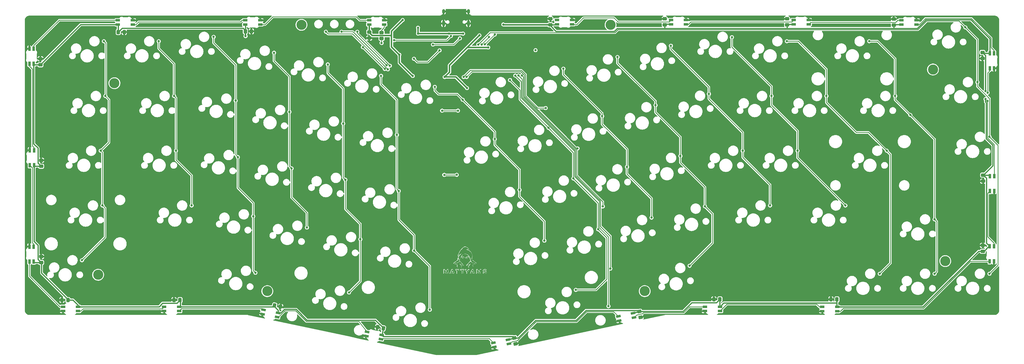
<source format=gtl>
%TF.GenerationSoftware,KiCad,Pcbnew,(5.99.0-11496-g396213fa30)*%
%TF.CreationDate,2021-07-23T07:47:41-04:00*%
%TF.ProjectId,arisutea-pcb,61726973-7574-4656-912d-7063622e6b69,0.4*%
%TF.SameCoordinates,Original*%
%TF.FileFunction,Copper,L1,Top*%
%TF.FilePolarity,Positive*%
%FSLAX46Y46*%
G04 Gerber Fmt 4.6, Leading zero omitted, Abs format (unit mm)*
G04 Created by KiCad (PCBNEW (5.99.0-11496-g396213fa30)) date 2021-07-23 07:47:41*
%MOMM*%
%LPD*%
G01*
G04 APERTURE LIST*
G04 Aperture macros list*
%AMRoundRect*
0 Rectangle with rounded corners*
0 $1 Rounding radius*
0 $2 $3 $4 $5 $6 $7 $8 $9 X,Y pos of 4 corners*
0 Add a 4 corners polygon primitive as box body*
4,1,4,$2,$3,$4,$5,$6,$7,$8,$9,$2,$3,0*
0 Add four circle primitives for the rounded corners*
1,1,$1+$1,$2,$3*
1,1,$1+$1,$4,$5*
1,1,$1+$1,$6,$7*
1,1,$1+$1,$8,$9*
0 Add four rect primitives between the rounded corners*
20,1,$1+$1,$2,$3,$4,$5,0*
20,1,$1+$1,$4,$5,$6,$7,0*
20,1,$1+$1,$6,$7,$8,$9,0*
20,1,$1+$1,$8,$9,$2,$3,0*%
G04 Aperture macros list end*
%TA.AperFunction,EtchedComponent*%
%ADD10C,0.000100*%
%TD*%
%TA.AperFunction,EtchedComponent*%
%ADD11C,0.010000*%
%TD*%
%TA.AperFunction,ComponentPad*%
%ADD12C,3.500000*%
%TD*%
%TA.AperFunction,SMDPad,CuDef*%
%ADD13RoundRect,0.250000X0.337500X0.475000X-0.337500X0.475000X-0.337500X-0.475000X0.337500X-0.475000X0*%
%TD*%
%TA.AperFunction,SMDPad,CuDef*%
%ADD14RoundRect,0.250000X0.475000X-0.337500X0.475000X0.337500X-0.475000X0.337500X-0.475000X-0.337500X0*%
%TD*%
%TA.AperFunction,SMDPad,CuDef*%
%ADD15RoundRect,0.250000X0.428883X0.394450X-0.231367X0.534790X-0.428883X-0.394450X0.231367X-0.534790X0*%
%TD*%
%TA.AperFunction,SMDPad,CuDef*%
%ADD16RoundRect,0.250000X-0.534790X0.231367X-0.394450X-0.428883X0.534790X-0.231367X0.394450X0.428883X0*%
%TD*%
%TA.AperFunction,SMDPad,CuDef*%
%ADD17RoundRect,0.250000X-0.428883X-0.394450X0.231367X-0.534790X0.428883X0.394450X-0.231367X0.534790X0*%
%TD*%
%TA.AperFunction,SMDPad,CuDef*%
%ADD18RoundRect,0.250000X-0.337500X-0.475000X0.337500X-0.475000X0.337500X0.475000X-0.337500X0.475000X0*%
%TD*%
%TA.AperFunction,SMDPad,CuDef*%
%ADD19RoundRect,0.250000X-0.475000X0.337500X-0.475000X-0.337500X0.475000X-0.337500X0.475000X0.337500X0*%
%TD*%
%TA.AperFunction,ComponentPad*%
%ADD20O,1.000000X1.600000*%
%TD*%
%TA.AperFunction,ComponentPad*%
%ADD21O,1.000000X2.100000*%
%TD*%
%TA.AperFunction,SMDPad,CuDef*%
%ADD22RoundRect,0.082000X0.328000X0.718000X-0.328000X0.718000X-0.328000X-0.718000X0.328000X-0.718000X0*%
%TD*%
%TA.AperFunction,SMDPad,CuDef*%
%ADD23RoundRect,0.082000X-0.718000X0.328000X-0.718000X-0.328000X0.718000X-0.328000X0.718000X0.328000X0*%
%TD*%
%TA.AperFunction,SMDPad,CuDef*%
%ADD24RoundRect,0.082000X-0.770505X0.171552X-0.634115X-0.470113X0.770505X-0.171552X0.634115X0.470113X0*%
%TD*%
%TA.AperFunction,SMDPad,CuDef*%
%ADD25RoundRect,0.082000X0.718000X-0.328000X0.718000X0.328000X-0.718000X0.328000X-0.718000X-0.328000X0*%
%TD*%
%TA.AperFunction,SMDPad,CuDef*%
%ADD26RoundRect,0.082000X-0.328000X-0.718000X0.328000X-0.718000X0.328000X0.718000X-0.328000X0.718000X0*%
%TD*%
%TA.AperFunction,SMDPad,CuDef*%
%ADD27RoundRect,0.082000X-0.634115X0.470113X-0.770505X-0.171552X0.634115X-0.470113X0.770505X0.171552X0*%
%TD*%
%TA.AperFunction,ViaPad*%
%ADD28C,0.800000*%
%TD*%
%TA.AperFunction,Conductor*%
%ADD29C,0.381000*%
%TD*%
%TA.AperFunction,Conductor*%
%ADD30C,0.254000*%
%TD*%
%TA.AperFunction,Conductor*%
%ADD31C,0.550000*%
%TD*%
%TA.AperFunction,Conductor*%
%ADD32C,0.250000*%
%TD*%
G04 APERTURE END LIST*
D10*
X139234000Y-28761000D02*
X139309000Y-28711000D01*
X133773000Y-28761000D02*
X133848000Y-28711000D01*
X128312000Y-28761000D02*
X128387000Y-28711000D01*
D11*
X181673107Y-113773756D02*
X181727561Y-113894677D01*
X181727561Y-113894677D02*
X181778577Y-114008685D01*
X181778577Y-114008685D02*
X181825239Y-114113681D01*
X181825239Y-114113681D02*
X181866630Y-114207567D01*
X181866630Y-114207567D02*
X181901833Y-114288247D01*
X181901833Y-114288247D02*
X181929933Y-114353623D01*
X181929933Y-114353623D02*
X181950011Y-114401596D01*
X181950011Y-114401596D02*
X181961152Y-114430070D01*
X181961152Y-114430070D02*
X181963119Y-114437331D01*
X181963119Y-114437331D02*
X181948878Y-114441459D01*
X181948878Y-114441459D02*
X181915119Y-114444685D01*
X181915119Y-114444685D02*
X181867723Y-114446561D01*
X181867723Y-114446561D02*
X181838086Y-114446856D01*
X181838086Y-114446856D02*
X181789525Y-114447018D01*
X181789525Y-114447018D02*
X181753980Y-114445316D01*
X181753980Y-114445316D02*
X181727785Y-114438469D01*
X181727785Y-114438469D02*
X181707271Y-114423194D01*
X181707271Y-114423194D02*
X181688771Y-114396208D01*
X181688771Y-114396208D02*
X181668617Y-114354231D01*
X181668617Y-114354231D02*
X181643142Y-114293979D01*
X181643142Y-114293979D02*
X181628755Y-114259531D01*
X181628755Y-114259531D02*
X181574139Y-114129356D01*
X181574139Y-114129356D02*
X180920174Y-114129356D01*
X180920174Y-114129356D02*
X180860231Y-114272231D01*
X180860231Y-114272231D02*
X180835965Y-114328944D01*
X180835965Y-114328944D02*
X180814191Y-114377775D01*
X180814191Y-114377775D02*
X180797290Y-114413519D01*
X180797290Y-114413519D02*
X180787641Y-114430973D01*
X180787641Y-114430973D02*
X180787635Y-114430981D01*
X180787635Y-114430981D02*
X180767124Y-114439920D01*
X180767124Y-114439920D02*
X180722459Y-114445190D01*
X180722459Y-114445190D02*
X180655887Y-114446856D01*
X180655887Y-114446856D02*
X180595639Y-114445795D01*
X180595639Y-114445795D02*
X180557835Y-114442356D01*
X180557835Y-114442356D02*
X180539597Y-114436155D01*
X180539597Y-114436155D02*
X180536849Y-114430981D01*
X180536849Y-114430981D02*
X180541937Y-114416744D01*
X180541937Y-114416744D02*
X180556555Y-114381505D01*
X180556555Y-114381505D02*
X180579764Y-114327401D01*
X180579764Y-114327401D02*
X180610623Y-114256571D01*
X180610623Y-114256571D02*
X180648193Y-114171154D01*
X180648193Y-114171154D02*
X180691534Y-114073289D01*
X180691534Y-114073289D02*
X180739708Y-113965114D01*
X180739708Y-113965114D02*
X180757142Y-113926156D01*
X180757142Y-113926156D02*
X181007656Y-113926156D01*
X181007656Y-113926156D02*
X181486768Y-113926156D01*
X181486768Y-113926156D02*
X181370555Y-113653366D01*
X181370555Y-113653366D02*
X181337425Y-113576239D01*
X181337425Y-113576239D02*
X181307392Y-113507545D01*
X181307392Y-113507545D02*
X181281922Y-113450535D01*
X181281922Y-113450535D02*
X181262479Y-113408459D01*
X181262479Y-113408459D02*
X181250529Y-113384570D01*
X181250529Y-113384570D02*
X181247547Y-113380316D01*
X181247547Y-113380316D02*
X181240443Y-113391254D01*
X181240443Y-113391254D02*
X181225508Y-113421508D01*
X181225508Y-113421508D02*
X181204672Y-113466943D01*
X181204672Y-113466943D02*
X181179864Y-113523422D01*
X181179864Y-113523422D02*
X181169195Y-113548331D01*
X181169195Y-113548331D02*
X181138592Y-113620222D01*
X181138592Y-113620222D02*
X181106869Y-113694610D01*
X181106869Y-113694610D02*
X181077600Y-113763124D01*
X181077600Y-113763124D02*
X181054357Y-113817398D01*
X181054357Y-113817398D02*
X181052647Y-113821381D01*
X181052647Y-113821381D02*
X181007656Y-113926156D01*
X181007656Y-113926156D02*
X180757142Y-113926156D01*
X180757142Y-113926156D02*
X180791775Y-113848769D01*
X180791775Y-113848769D02*
X180828327Y-113767406D01*
X180828327Y-113767406D02*
X181119750Y-113119706D01*
X181119750Y-113119706D02*
X181377670Y-113119706D01*
X181377670Y-113119706D02*
X181673107Y-113773756D01*
X181673107Y-113773756D02*
X181673107Y-113773756D01*
G36*
X180828327Y-113767406D02*
G01*
X181119750Y-113119706D01*
X181377670Y-113119706D01*
X181673107Y-113773756D01*
X181727561Y-113894677D01*
X181778577Y-114008685D01*
X181825239Y-114113681D01*
X181866630Y-114207567D01*
X181901833Y-114288247D01*
X181929933Y-114353623D01*
X181950011Y-114401596D01*
X181961152Y-114430070D01*
X181963119Y-114437331D01*
X181948878Y-114441459D01*
X181915119Y-114444685D01*
X181867723Y-114446561D01*
X181838086Y-114446856D01*
X181789525Y-114447018D01*
X181753980Y-114445316D01*
X181727785Y-114438469D01*
X181707271Y-114423194D01*
X181688771Y-114396208D01*
X181668617Y-114354231D01*
X181643142Y-114293979D01*
X181628755Y-114259531D01*
X181574139Y-114129356D01*
X180920174Y-114129356D01*
X180860231Y-114272231D01*
X180835965Y-114328944D01*
X180814191Y-114377775D01*
X180797290Y-114413519D01*
X180787641Y-114430973D01*
X180787635Y-114430981D01*
X180767124Y-114439920D01*
X180722459Y-114445190D01*
X180655887Y-114446856D01*
X180595639Y-114445795D01*
X180557835Y-114442356D01*
X180539597Y-114436155D01*
X180536849Y-114430981D01*
X180541937Y-114416744D01*
X180556555Y-114381505D01*
X180579764Y-114327401D01*
X180610623Y-114256571D01*
X180648193Y-114171154D01*
X180691534Y-114073289D01*
X180739708Y-113965114D01*
X180757142Y-113926156D01*
X181007656Y-113926156D01*
X181486768Y-113926156D01*
X181370555Y-113653366D01*
X181337425Y-113576239D01*
X181307392Y-113507545D01*
X181281922Y-113450535D01*
X181262479Y-113408459D01*
X181250529Y-113384570D01*
X181247547Y-113380316D01*
X181240443Y-113391254D01*
X181225508Y-113421508D01*
X181204672Y-113466943D01*
X181179864Y-113523422D01*
X181169195Y-113548331D01*
X181138592Y-113620222D01*
X181106869Y-113694610D01*
X181077600Y-113763124D01*
X181054357Y-113817398D01*
X181052647Y-113821381D01*
X181007656Y-113926156D01*
X180757142Y-113926156D01*
X180791775Y-113848769D01*
X180828327Y-113767406D01*
G37*
X180828327Y-113767406D02*
X181119750Y-113119706D01*
X181377670Y-113119706D01*
X181673107Y-113773756D01*
X181727561Y-113894677D01*
X181778577Y-114008685D01*
X181825239Y-114113681D01*
X181866630Y-114207567D01*
X181901833Y-114288247D01*
X181929933Y-114353623D01*
X181950011Y-114401596D01*
X181961152Y-114430070D01*
X181963119Y-114437331D01*
X181948878Y-114441459D01*
X181915119Y-114444685D01*
X181867723Y-114446561D01*
X181838086Y-114446856D01*
X181789525Y-114447018D01*
X181753980Y-114445316D01*
X181727785Y-114438469D01*
X181707271Y-114423194D01*
X181688771Y-114396208D01*
X181668617Y-114354231D01*
X181643142Y-114293979D01*
X181628755Y-114259531D01*
X181574139Y-114129356D01*
X180920174Y-114129356D01*
X180860231Y-114272231D01*
X180835965Y-114328944D01*
X180814191Y-114377775D01*
X180797290Y-114413519D01*
X180787641Y-114430973D01*
X180787635Y-114430981D01*
X180767124Y-114439920D01*
X180722459Y-114445190D01*
X180655887Y-114446856D01*
X180595639Y-114445795D01*
X180557835Y-114442356D01*
X180539597Y-114436155D01*
X180536849Y-114430981D01*
X180541937Y-114416744D01*
X180556555Y-114381505D01*
X180579764Y-114327401D01*
X180610623Y-114256571D01*
X180648193Y-114171154D01*
X180691534Y-114073289D01*
X180739708Y-113965114D01*
X180757142Y-113926156D01*
X181007656Y-113926156D01*
X181486768Y-113926156D01*
X181370555Y-113653366D01*
X181337425Y-113576239D01*
X181307392Y-113507545D01*
X181281922Y-113450535D01*
X181262479Y-113408459D01*
X181250529Y-113384570D01*
X181247547Y-113380316D01*
X181240443Y-113391254D01*
X181225508Y-113421508D01*
X181204672Y-113466943D01*
X181179864Y-113523422D01*
X181169195Y-113548331D01*
X181138592Y-113620222D01*
X181106869Y-113694610D01*
X181077600Y-113763124D01*
X181054357Y-113817398D01*
X181052647Y-113821381D01*
X181007656Y-113926156D01*
X180757142Y-113926156D01*
X180791775Y-113848769D01*
X180828327Y-113767406D01*
X176191195Y-109165925D02*
X176208627Y-109198366D01*
X176208627Y-109198366D02*
X176234289Y-109248697D01*
X176234289Y-109248697D02*
X176266910Y-109314359D01*
X176266910Y-109314359D02*
X176305222Y-109392794D01*
X176305222Y-109392794D02*
X176347954Y-109481445D01*
X176347954Y-109481445D02*
X176393838Y-109577755D01*
X176393838Y-109577755D02*
X176397353Y-109585178D01*
X176397353Y-109585178D02*
X176599612Y-110012483D01*
X176599612Y-110012483D02*
X176428192Y-110289486D01*
X176428192Y-110289486D02*
X176380796Y-110365011D01*
X176380796Y-110365011D02*
X176336689Y-110433286D01*
X176336689Y-110433286D02*
X176297905Y-110491325D01*
X176297905Y-110491325D02*
X176266475Y-110536139D01*
X176266475Y-110536139D02*
X176244433Y-110564741D01*
X176244433Y-110564741D02*
X176234607Y-110574069D01*
X176234607Y-110574069D02*
X176218347Y-110578142D01*
X176218347Y-110578142D02*
X176179597Y-110587113D01*
X176179597Y-110587113D02*
X176120686Y-110600465D01*
X176120686Y-110600465D02*
X176043940Y-110617678D01*
X176043940Y-110617678D02*
X175951686Y-110638233D01*
X175951686Y-110638233D02*
X175846250Y-110661610D01*
X175846250Y-110661610D02*
X175729961Y-110687292D01*
X175729961Y-110687292D02*
X175605143Y-110714759D01*
X175605143Y-110714759D02*
X175524012Y-110732563D01*
X175524012Y-110732563D02*
X175396080Y-110760723D01*
X175396080Y-110760723D02*
X175276059Y-110787367D01*
X175276059Y-110787367D02*
X175166155Y-110811988D01*
X175166155Y-110811988D02*
X175068576Y-110834083D01*
X175068576Y-110834083D02*
X174985529Y-110853145D01*
X174985529Y-110853145D02*
X174919221Y-110868669D01*
X174919221Y-110868669D02*
X174871862Y-110880149D01*
X174871862Y-110880149D02*
X174845657Y-110887081D01*
X174845657Y-110887081D02*
X174841023Y-110888920D01*
X174841023Y-110888920D02*
X174854445Y-110889750D01*
X174854445Y-110889750D02*
X174890146Y-110889802D01*
X174890146Y-110889802D02*
X174945017Y-110889162D01*
X174945017Y-110889162D02*
X175015953Y-110887913D01*
X175015953Y-110887913D02*
X175099847Y-110886142D01*
X175099847Y-110886142D02*
X175193590Y-110883931D01*
X175193590Y-110883931D02*
X175294078Y-110881368D01*
X175294078Y-110881368D02*
X175398201Y-110878535D01*
X175398201Y-110878535D02*
X175502854Y-110875518D01*
X175502854Y-110875518D02*
X175604929Y-110872402D01*
X175604929Y-110872402D02*
X175701320Y-110869272D01*
X175701320Y-110869272D02*
X175788919Y-110866212D01*
X175788919Y-110866212D02*
X175864620Y-110863307D01*
X175864620Y-110863307D02*
X175925315Y-110860641D01*
X175925315Y-110860641D02*
X175967897Y-110858301D01*
X175967897Y-110858301D02*
X175971212Y-110858076D01*
X175971212Y-110858076D02*
X176072881Y-110850993D01*
X176072881Y-110850993D02*
X176447462Y-110547579D01*
X176447462Y-110547579D02*
X176531551Y-110479704D01*
X176531551Y-110479704D02*
X176609482Y-110417258D01*
X176609482Y-110417258D02*
X176679056Y-110361968D01*
X176679056Y-110361968D02*
X176738073Y-110315562D01*
X176738073Y-110315562D02*
X176784335Y-110279768D01*
X176784335Y-110279768D02*
X176815643Y-110256312D01*
X176815643Y-110256312D02*
X176829797Y-110246923D01*
X176829797Y-110246923D02*
X176830306Y-110246835D01*
X176830306Y-110246835D02*
X176840359Y-110256653D01*
X176840359Y-110256653D02*
X176865574Y-110283646D01*
X176865574Y-110283646D02*
X176904331Y-110325995D01*
X176904331Y-110325995D02*
X176955013Y-110381884D01*
X176955013Y-110381884D02*
X177016001Y-110449496D01*
X177016001Y-110449496D02*
X177085676Y-110527012D01*
X177085676Y-110527012D02*
X177162421Y-110612615D01*
X177162421Y-110612615D02*
X177244616Y-110704488D01*
X177244616Y-110704488D02*
X177330643Y-110800813D01*
X177330643Y-110800813D02*
X177418885Y-110899772D01*
X177418885Y-110899772D02*
X177507722Y-110999549D01*
X177507722Y-110999549D02*
X177595536Y-111098325D01*
X177595536Y-111098325D02*
X177680710Y-111194284D01*
X177680710Y-111194284D02*
X177761623Y-111285607D01*
X177761623Y-111285607D02*
X177836658Y-111370478D01*
X177836658Y-111370478D02*
X177904197Y-111447078D01*
X177904197Y-111447078D02*
X177962622Y-111513591D01*
X177962622Y-111513591D02*
X178010313Y-111568198D01*
X178010313Y-111568198D02*
X178045652Y-111609083D01*
X178045652Y-111609083D02*
X178067021Y-111634427D01*
X178067021Y-111634427D02*
X178072993Y-111642394D01*
X178072993Y-111642394D02*
X178072663Y-111645156D01*
X178072663Y-111645156D02*
X178070603Y-111646676D01*
X178070603Y-111646676D02*
X178065205Y-111646216D01*
X178065205Y-111646216D02*
X178054860Y-111643032D01*
X178054860Y-111643032D02*
X178037961Y-111636384D01*
X178037961Y-111636384D02*
X178012899Y-111625532D01*
X178012899Y-111625532D02*
X177978067Y-111609732D01*
X177978067Y-111609732D02*
X177931857Y-111588245D01*
X177931857Y-111588245D02*
X177872660Y-111560329D01*
X177872660Y-111560329D02*
X177798870Y-111525243D01*
X177798870Y-111525243D02*
X177708878Y-111482245D01*
X177708878Y-111482245D02*
X177601075Y-111430594D01*
X177601075Y-111430594D02*
X177473855Y-111369550D01*
X177473855Y-111369550D02*
X177325609Y-111298371D01*
X177325609Y-111298371D02*
X177299337Y-111285755D01*
X177299337Y-111285755D02*
X177173484Y-111225420D01*
X177173484Y-111225420D02*
X177054534Y-111168588D01*
X177054534Y-111168588D02*
X176944437Y-111116179D01*
X176944437Y-111116179D02*
X176845144Y-111069112D01*
X176845144Y-111069112D02*
X176758607Y-111028307D01*
X176758607Y-111028307D02*
X176686777Y-110994682D01*
X176686777Y-110994682D02*
X176631603Y-110969158D01*
X176631603Y-110969158D02*
X176595037Y-110952654D01*
X176595037Y-110952654D02*
X176579030Y-110946089D01*
X176579030Y-110946089D02*
X176578474Y-110946040D01*
X176578474Y-110946040D02*
X176584979Y-110956776D01*
X176584979Y-110956776D02*
X176605240Y-110986178D01*
X176605240Y-110986178D02*
X176637963Y-111032450D01*
X176637963Y-111032450D02*
X176681855Y-111093798D01*
X176681855Y-111093798D02*
X176735622Y-111168425D01*
X176735622Y-111168425D02*
X176797972Y-111254536D01*
X176797972Y-111254536D02*
X176867609Y-111350335D01*
X176867609Y-111350335D02*
X176943242Y-111454028D01*
X176943242Y-111454028D02*
X177018755Y-111557237D01*
X177018755Y-111557237D02*
X177099013Y-111666955D01*
X177099013Y-111666955D02*
X177174616Y-111770662D01*
X177174616Y-111770662D02*
X177244251Y-111866536D01*
X177244251Y-111866536D02*
X177306610Y-111952754D01*
X177306610Y-111952754D02*
X177360379Y-112027496D01*
X177360379Y-112027496D02*
X177404250Y-112088939D01*
X177404250Y-112088939D02*
X177436910Y-112135262D01*
X177436910Y-112135262D02*
X177457049Y-112164642D01*
X177457049Y-112164642D02*
X177463393Y-112175166D01*
X177463393Y-112175166D02*
X177461586Y-112177978D01*
X177461586Y-112177978D02*
X177454980Y-112180252D01*
X177454980Y-112180252D02*
X177441790Y-112181972D01*
X177441790Y-112181972D02*
X177420237Y-112183118D01*
X177420237Y-112183118D02*
X177388537Y-112183675D01*
X177388537Y-112183675D02*
X177344910Y-112183623D01*
X177344910Y-112183623D02*
X177287572Y-112182946D01*
X177287572Y-112182946D02*
X177214742Y-112181626D01*
X177214742Y-112181626D02*
X177124638Y-112179645D01*
X177124638Y-112179645D02*
X177015478Y-112176985D01*
X177015478Y-112176985D02*
X176885481Y-112173629D01*
X176885481Y-112173629D02*
X176732863Y-112169559D01*
X176732863Y-112169559D02*
X176637893Y-112166990D01*
X176637893Y-112166990D02*
X176522145Y-112163806D01*
X176522145Y-112163806D02*
X176414560Y-112160766D01*
X176414560Y-112160766D02*
X176317723Y-112157949D01*
X176317723Y-112157949D02*
X176234220Y-112155434D01*
X176234220Y-112155434D02*
X176166638Y-112153300D01*
X176166638Y-112153300D02*
X176117561Y-112151626D01*
X176117561Y-112151626D02*
X176089577Y-112150491D01*
X176089577Y-112150491D02*
X176083918Y-112150074D01*
X176083918Y-112150074D02*
X176076936Y-112139259D01*
X176076936Y-112139259D02*
X176059219Y-112111471D01*
X176059219Y-112111471D02*
X176033623Y-112071195D01*
X176033623Y-112071195D02*
X176009487Y-112033150D01*
X176009487Y-112033150D02*
X175936581Y-111918145D01*
X175936581Y-111918145D02*
X176000224Y-111663777D01*
X176000224Y-111663777D02*
X176063868Y-111409410D01*
X176063868Y-111409410D02*
X175979405Y-111354915D01*
X175979405Y-111354915D02*
X175892866Y-111303171D01*
X175892866Y-111303171D02*
X175792296Y-111249584D01*
X175792296Y-111249584D02*
X175687242Y-111198854D01*
X175687242Y-111198854D02*
X175587250Y-111155681D01*
X175587250Y-111155681D02*
X175532993Y-111135126D01*
X175532993Y-111135126D02*
X175488416Y-111120413D01*
X175488416Y-111120413D02*
X175424644Y-111100752D01*
X175424644Y-111100752D02*
X175347029Y-111077721D01*
X175347029Y-111077721D02*
X175260921Y-111052900D01*
X175260921Y-111052900D02*
X175171672Y-111027866D01*
X175171672Y-111027866D02*
X175139293Y-111018966D01*
X175139293Y-111018966D02*
X175024464Y-110987318D01*
X175024464Y-110987318D02*
X174932364Y-110961272D01*
X174932364Y-110961272D02*
X174861094Y-110940219D01*
X174861094Y-110940219D02*
X174808754Y-110923548D01*
X174808754Y-110923548D02*
X174773442Y-110910653D01*
X174773442Y-110910653D02*
X174753261Y-110900923D01*
X174753261Y-110900923D02*
X174746310Y-110893749D01*
X174746310Y-110893749D02*
X174746278Y-110892980D01*
X174746278Y-110892980D02*
X174756249Y-110884091D01*
X174756249Y-110884091D02*
X174784857Y-110861107D01*
X174784857Y-110861107D02*
X174830491Y-110825271D01*
X174830491Y-110825271D02*
X174891540Y-110777824D01*
X174891540Y-110777824D02*
X174966393Y-110720009D01*
X174966393Y-110720009D02*
X175053441Y-110653067D01*
X175053441Y-110653067D02*
X175151071Y-110578239D01*
X175151071Y-110578239D02*
X175257673Y-110496769D01*
X175257673Y-110496769D02*
X175371637Y-110409897D01*
X175371637Y-110409897D02*
X175465580Y-110338444D01*
X175465580Y-110338444D02*
X176184196Y-109792382D01*
X176184196Y-109792382D02*
X176177814Y-109471184D01*
X176177814Y-109471184D02*
X176176277Y-109371249D01*
X176176277Y-109371249D02*
X176175916Y-109287765D01*
X176175916Y-109287765D02*
X176176695Y-109222731D01*
X176176695Y-109222731D02*
X176178580Y-109178147D01*
X176178580Y-109178147D02*
X176181537Y-109156015D01*
X176181537Y-109156015D02*
X176183263Y-109153929D01*
X176183263Y-109153929D02*
X176191195Y-109165925D01*
X176191195Y-109165925D02*
X176191195Y-109165925D01*
G36*
X176191195Y-109165925D02*
G01*
X176208627Y-109198366D01*
X176234289Y-109248697D01*
X176266910Y-109314359D01*
X176305222Y-109392794D01*
X176347954Y-109481445D01*
X176393838Y-109577755D01*
X176397353Y-109585178D01*
X176599612Y-110012483D01*
X176428192Y-110289486D01*
X176380796Y-110365011D01*
X176336689Y-110433286D01*
X176297905Y-110491325D01*
X176266475Y-110536139D01*
X176244433Y-110564741D01*
X176234607Y-110574069D01*
X176218347Y-110578142D01*
X176179597Y-110587113D01*
X176120686Y-110600465D01*
X176043940Y-110617678D01*
X175951686Y-110638233D01*
X175846250Y-110661610D01*
X175729961Y-110687292D01*
X175605143Y-110714759D01*
X175524012Y-110732563D01*
X175396080Y-110760723D01*
X175276059Y-110787367D01*
X175166155Y-110811988D01*
X175068576Y-110834083D01*
X174985529Y-110853145D01*
X174919221Y-110868669D01*
X174871862Y-110880149D01*
X174845657Y-110887081D01*
X174841023Y-110888920D01*
X174854445Y-110889750D01*
X174890146Y-110889802D01*
X174945017Y-110889162D01*
X175015953Y-110887913D01*
X175099847Y-110886142D01*
X175193590Y-110883931D01*
X175294078Y-110881368D01*
X175398201Y-110878535D01*
X175502854Y-110875518D01*
X175604929Y-110872402D01*
X175701320Y-110869272D01*
X175788919Y-110866212D01*
X175864620Y-110863307D01*
X175925315Y-110860641D01*
X175967897Y-110858301D01*
X175971212Y-110858076D01*
X176072881Y-110850993D01*
X176447462Y-110547579D01*
X176531551Y-110479704D01*
X176609482Y-110417258D01*
X176679056Y-110361968D01*
X176738073Y-110315562D01*
X176784335Y-110279768D01*
X176815643Y-110256312D01*
X176829797Y-110246923D01*
X176830306Y-110246835D01*
X176840359Y-110256653D01*
X176865574Y-110283646D01*
X176904331Y-110325995D01*
X176955013Y-110381884D01*
X177016001Y-110449496D01*
X177085676Y-110527012D01*
X177162421Y-110612615D01*
X177244616Y-110704488D01*
X177330643Y-110800813D01*
X177418885Y-110899772D01*
X177507722Y-110999549D01*
X177595536Y-111098325D01*
X177680710Y-111194284D01*
X177761623Y-111285607D01*
X177836658Y-111370478D01*
X177904197Y-111447078D01*
X177962622Y-111513591D01*
X178010313Y-111568198D01*
X178045652Y-111609083D01*
X178067021Y-111634427D01*
X178072993Y-111642394D01*
X178072663Y-111645156D01*
X178070603Y-111646676D01*
X178065205Y-111646216D01*
X178054860Y-111643032D01*
X178037961Y-111636384D01*
X178012899Y-111625532D01*
X177978067Y-111609732D01*
X177931857Y-111588245D01*
X177872660Y-111560329D01*
X177798870Y-111525243D01*
X177708878Y-111482245D01*
X177601075Y-111430594D01*
X177473855Y-111369550D01*
X177325609Y-111298371D01*
X177299337Y-111285755D01*
X177173484Y-111225420D01*
X177054534Y-111168588D01*
X176944437Y-111116179D01*
X176845144Y-111069112D01*
X176758607Y-111028307D01*
X176686777Y-110994682D01*
X176631603Y-110969158D01*
X176595037Y-110952654D01*
X176579030Y-110946089D01*
X176578474Y-110946040D01*
X176584979Y-110956776D01*
X176605240Y-110986178D01*
X176637963Y-111032450D01*
X176681855Y-111093798D01*
X176735622Y-111168425D01*
X176797972Y-111254536D01*
X176867609Y-111350335D01*
X176943242Y-111454028D01*
X177018755Y-111557237D01*
X177099013Y-111666955D01*
X177174616Y-111770662D01*
X177244251Y-111866536D01*
X177306610Y-111952754D01*
X177360379Y-112027496D01*
X177404250Y-112088939D01*
X177436910Y-112135262D01*
X177457049Y-112164642D01*
X177463393Y-112175166D01*
X177461586Y-112177978D01*
X177454980Y-112180252D01*
X177441790Y-112181972D01*
X177420237Y-112183118D01*
X177388537Y-112183675D01*
X177344910Y-112183623D01*
X177287572Y-112182946D01*
X177214742Y-112181626D01*
X177124638Y-112179645D01*
X177015478Y-112176985D01*
X176885481Y-112173629D01*
X176732863Y-112169559D01*
X176637893Y-112166990D01*
X176522145Y-112163806D01*
X176414560Y-112160766D01*
X176317723Y-112157949D01*
X176234220Y-112155434D01*
X176166638Y-112153300D01*
X176117561Y-112151626D01*
X176089577Y-112150491D01*
X176083918Y-112150074D01*
X176076936Y-112139259D01*
X176059219Y-112111471D01*
X176033623Y-112071195D01*
X176009487Y-112033150D01*
X175936581Y-111918145D01*
X176000224Y-111663777D01*
X176063868Y-111409410D01*
X175979405Y-111354915D01*
X175892866Y-111303171D01*
X175792296Y-111249584D01*
X175687242Y-111198854D01*
X175587250Y-111155681D01*
X175532993Y-111135126D01*
X175488416Y-111120413D01*
X175424644Y-111100752D01*
X175347029Y-111077721D01*
X175260921Y-111052900D01*
X175171672Y-111027866D01*
X175139293Y-111018966D01*
X175024464Y-110987318D01*
X174932364Y-110961272D01*
X174861094Y-110940219D01*
X174808754Y-110923548D01*
X174773442Y-110910653D01*
X174753261Y-110900923D01*
X174746310Y-110893749D01*
X174746278Y-110892980D01*
X174756249Y-110884091D01*
X174784857Y-110861107D01*
X174830491Y-110825271D01*
X174891540Y-110777824D01*
X174966393Y-110720009D01*
X175053441Y-110653067D01*
X175151071Y-110578239D01*
X175257673Y-110496769D01*
X175371637Y-110409897D01*
X175465580Y-110338444D01*
X176184196Y-109792382D01*
X176177814Y-109471184D01*
X176176277Y-109371249D01*
X176175916Y-109287765D01*
X176176695Y-109222731D01*
X176178580Y-109178147D01*
X176181537Y-109156015D01*
X176183263Y-109153929D01*
X176191195Y-109165925D01*
G37*
X176191195Y-109165925D02*
X176208627Y-109198366D01*
X176234289Y-109248697D01*
X176266910Y-109314359D01*
X176305222Y-109392794D01*
X176347954Y-109481445D01*
X176393838Y-109577755D01*
X176397353Y-109585178D01*
X176599612Y-110012483D01*
X176428192Y-110289486D01*
X176380796Y-110365011D01*
X176336689Y-110433286D01*
X176297905Y-110491325D01*
X176266475Y-110536139D01*
X176244433Y-110564741D01*
X176234607Y-110574069D01*
X176218347Y-110578142D01*
X176179597Y-110587113D01*
X176120686Y-110600465D01*
X176043940Y-110617678D01*
X175951686Y-110638233D01*
X175846250Y-110661610D01*
X175729961Y-110687292D01*
X175605143Y-110714759D01*
X175524012Y-110732563D01*
X175396080Y-110760723D01*
X175276059Y-110787367D01*
X175166155Y-110811988D01*
X175068576Y-110834083D01*
X174985529Y-110853145D01*
X174919221Y-110868669D01*
X174871862Y-110880149D01*
X174845657Y-110887081D01*
X174841023Y-110888920D01*
X174854445Y-110889750D01*
X174890146Y-110889802D01*
X174945017Y-110889162D01*
X175015953Y-110887913D01*
X175099847Y-110886142D01*
X175193590Y-110883931D01*
X175294078Y-110881368D01*
X175398201Y-110878535D01*
X175502854Y-110875518D01*
X175604929Y-110872402D01*
X175701320Y-110869272D01*
X175788919Y-110866212D01*
X175864620Y-110863307D01*
X175925315Y-110860641D01*
X175967897Y-110858301D01*
X175971212Y-110858076D01*
X176072881Y-110850993D01*
X176447462Y-110547579D01*
X176531551Y-110479704D01*
X176609482Y-110417258D01*
X176679056Y-110361968D01*
X176738073Y-110315562D01*
X176784335Y-110279768D01*
X176815643Y-110256312D01*
X176829797Y-110246923D01*
X176830306Y-110246835D01*
X176840359Y-110256653D01*
X176865574Y-110283646D01*
X176904331Y-110325995D01*
X176955013Y-110381884D01*
X177016001Y-110449496D01*
X177085676Y-110527012D01*
X177162421Y-110612615D01*
X177244616Y-110704488D01*
X177330643Y-110800813D01*
X177418885Y-110899772D01*
X177507722Y-110999549D01*
X177595536Y-111098325D01*
X177680710Y-111194284D01*
X177761623Y-111285607D01*
X177836658Y-111370478D01*
X177904197Y-111447078D01*
X177962622Y-111513591D01*
X178010313Y-111568198D01*
X178045652Y-111609083D01*
X178067021Y-111634427D01*
X178072993Y-111642394D01*
X178072663Y-111645156D01*
X178070603Y-111646676D01*
X178065205Y-111646216D01*
X178054860Y-111643032D01*
X178037961Y-111636384D01*
X178012899Y-111625532D01*
X177978067Y-111609732D01*
X177931857Y-111588245D01*
X177872660Y-111560329D01*
X177798870Y-111525243D01*
X177708878Y-111482245D01*
X177601075Y-111430594D01*
X177473855Y-111369550D01*
X177325609Y-111298371D01*
X177299337Y-111285755D01*
X177173484Y-111225420D01*
X177054534Y-111168588D01*
X176944437Y-111116179D01*
X176845144Y-111069112D01*
X176758607Y-111028307D01*
X176686777Y-110994682D01*
X176631603Y-110969158D01*
X176595037Y-110952654D01*
X176579030Y-110946089D01*
X176578474Y-110946040D01*
X176584979Y-110956776D01*
X176605240Y-110986178D01*
X176637963Y-111032450D01*
X176681855Y-111093798D01*
X176735622Y-111168425D01*
X176797972Y-111254536D01*
X176867609Y-111350335D01*
X176943242Y-111454028D01*
X177018755Y-111557237D01*
X177099013Y-111666955D01*
X177174616Y-111770662D01*
X177244251Y-111866536D01*
X177306610Y-111952754D01*
X177360379Y-112027496D01*
X177404250Y-112088939D01*
X177436910Y-112135262D01*
X177457049Y-112164642D01*
X177463393Y-112175166D01*
X177461586Y-112177978D01*
X177454980Y-112180252D01*
X177441790Y-112181972D01*
X177420237Y-112183118D01*
X177388537Y-112183675D01*
X177344910Y-112183623D01*
X177287572Y-112182946D01*
X177214742Y-112181626D01*
X177124638Y-112179645D01*
X177015478Y-112176985D01*
X176885481Y-112173629D01*
X176732863Y-112169559D01*
X176637893Y-112166990D01*
X176522145Y-112163806D01*
X176414560Y-112160766D01*
X176317723Y-112157949D01*
X176234220Y-112155434D01*
X176166638Y-112153300D01*
X176117561Y-112151626D01*
X176089577Y-112150491D01*
X176083918Y-112150074D01*
X176076936Y-112139259D01*
X176059219Y-112111471D01*
X176033623Y-112071195D01*
X176009487Y-112033150D01*
X175936581Y-111918145D01*
X176000224Y-111663777D01*
X176063868Y-111409410D01*
X175979405Y-111354915D01*
X175892866Y-111303171D01*
X175792296Y-111249584D01*
X175687242Y-111198854D01*
X175587250Y-111155681D01*
X175532993Y-111135126D01*
X175488416Y-111120413D01*
X175424644Y-111100752D01*
X175347029Y-111077721D01*
X175260921Y-111052900D01*
X175171672Y-111027866D01*
X175139293Y-111018966D01*
X175024464Y-110987318D01*
X174932364Y-110961272D01*
X174861094Y-110940219D01*
X174808754Y-110923548D01*
X174773442Y-110910653D01*
X174753261Y-110900923D01*
X174746310Y-110893749D01*
X174746278Y-110892980D01*
X174756249Y-110884091D01*
X174784857Y-110861107D01*
X174830491Y-110825271D01*
X174891540Y-110777824D01*
X174966393Y-110720009D01*
X175053441Y-110653067D01*
X175151071Y-110578239D01*
X175257673Y-110496769D01*
X175371637Y-110409897D01*
X175465580Y-110338444D01*
X176184196Y-109792382D01*
X176177814Y-109471184D01*
X176176277Y-109371249D01*
X176175916Y-109287765D01*
X176176695Y-109222731D01*
X176178580Y-109178147D01*
X176181537Y-109156015D01*
X176183263Y-109153929D01*
X176191195Y-109165925D01*
X178853841Y-105225424D02*
X178973838Y-105272685D01*
X178973838Y-105272685D02*
X179000036Y-105286573D01*
X179000036Y-105286573D02*
X179097146Y-105344250D01*
X179097146Y-105344250D02*
X179204784Y-105414543D01*
X179204784Y-105414543D02*
X179315352Y-105492276D01*
X179315352Y-105492276D02*
X179421250Y-105572275D01*
X179421250Y-105572275D02*
X179431893Y-105580678D01*
X179431893Y-105580678D02*
X179485144Y-105624847D01*
X179485144Y-105624847D02*
X179545166Y-105677877D01*
X179545166Y-105677877D02*
X179609522Y-105737282D01*
X179609522Y-105737282D02*
X179675780Y-105800578D01*
X179675780Y-105800578D02*
X179741503Y-105865277D01*
X179741503Y-105865277D02*
X179804259Y-105928895D01*
X179804259Y-105928895D02*
X179861612Y-105988946D01*
X179861612Y-105988946D02*
X179911129Y-106042945D01*
X179911129Y-106042945D02*
X179950375Y-106088405D01*
X179950375Y-106088405D02*
X179976915Y-106122841D01*
X179976915Y-106122841D02*
X179988316Y-106143768D01*
X179988316Y-106143768D02*
X179987746Y-106148236D01*
X179987746Y-106148236D02*
X179973795Y-106146855D01*
X179973795Y-106146855D02*
X179942282Y-106137504D01*
X179942282Y-106137504D02*
X179899080Y-106122010D01*
X179899080Y-106122010D02*
X179881943Y-106115338D01*
X179881943Y-106115338D02*
X179722290Y-106062170D01*
X179722290Y-106062170D02*
X179551261Y-106023682D01*
X179551261Y-106023682D02*
X179376713Y-106001039D01*
X179376713Y-106001039D02*
X179206503Y-105995402D01*
X179206503Y-105995402D02*
X179108062Y-106000820D01*
X179108062Y-106000820D02*
X179054390Y-106007220D01*
X179054390Y-106007220D02*
X178991489Y-106016902D01*
X178991489Y-106016902D02*
X178924559Y-106028801D01*
X178924559Y-106028801D02*
X178858799Y-106041852D01*
X178858799Y-106041852D02*
X178799408Y-106054990D01*
X178799408Y-106054990D02*
X178751585Y-106067148D01*
X178751585Y-106067148D02*
X178720529Y-106077263D01*
X178720529Y-106077263D02*
X178712062Y-106081952D01*
X178712062Y-106081952D02*
X178720574Y-106086129D01*
X178720574Y-106086129D02*
X178747699Y-106091679D01*
X178747699Y-106091679D02*
X178774243Y-106095605D01*
X178774243Y-106095605D02*
X178849424Y-106108046D01*
X178849424Y-106108046D02*
X178941597Y-106127478D01*
X178941597Y-106127478D02*
X179043882Y-106152210D01*
X179043882Y-106152210D02*
X179149401Y-106180550D01*
X179149401Y-106180550D02*
X179251276Y-106210808D01*
X179251276Y-106210808D02*
X179279493Y-106219809D01*
X179279493Y-106219809D02*
X179555092Y-106321939D01*
X179555092Y-106321939D02*
X179815972Y-106444491D01*
X179815972Y-106444491D02*
X180061761Y-106587248D01*
X180061761Y-106587248D02*
X180292087Y-106749994D01*
X180292087Y-106749994D02*
X180505759Y-106931752D01*
X180505759Y-106931752D02*
X180536174Y-106960714D01*
X180536174Y-106960714D02*
X180561315Y-106987108D01*
X180561315Y-106987108D02*
X180583704Y-107014843D01*
X180583704Y-107014843D02*
X180605863Y-107047834D01*
X180605863Y-107047834D02*
X180630315Y-107089993D01*
X180630315Y-107089993D02*
X180659579Y-107145232D01*
X180659579Y-107145232D02*
X180696179Y-107217463D01*
X180696179Y-107217463D02*
X180717803Y-107260744D01*
X180717803Y-107260744D02*
X180824778Y-107486344D01*
X180824778Y-107486344D02*
X180914819Y-107701156D01*
X180914819Y-107701156D02*
X180990079Y-107911151D01*
X180990079Y-107911151D02*
X181052709Y-108122302D01*
X181052709Y-108122302D02*
X181102093Y-108327665D01*
X181102093Y-108327665D02*
X181123112Y-108425124D01*
X181123112Y-108425124D02*
X180866003Y-109149990D01*
X180866003Y-109149990D02*
X180820003Y-109279312D01*
X180820003Y-109279312D02*
X180776378Y-109401248D01*
X180776378Y-109401248D02*
X180735883Y-109513738D01*
X180735883Y-109513738D02*
X180699273Y-109614719D01*
X180699273Y-109614719D02*
X180667300Y-109702129D01*
X180667300Y-109702129D02*
X180640720Y-109773908D01*
X180640720Y-109773908D02*
X180620286Y-109827994D01*
X180620286Y-109827994D02*
X180606753Y-109862324D01*
X180606753Y-109862324D02*
X180600876Y-109874838D01*
X180600876Y-109874838D02*
X180600813Y-109874856D01*
X180600813Y-109874856D02*
X180595899Y-109863136D01*
X180595899Y-109863136D02*
X180589206Y-109831589D01*
X180589206Y-109831589D02*
X180581773Y-109785628D01*
X180581773Y-109785628D02*
X180577207Y-109751939D01*
X180577207Y-109751939D02*
X180543414Y-109552585D01*
X180543414Y-109552585D02*
X180492117Y-109343759D01*
X180492117Y-109343759D02*
X180425524Y-109132008D01*
X180425524Y-109132008D02*
X180345845Y-108923878D01*
X180345845Y-108923878D02*
X180255288Y-108725916D01*
X180255288Y-108725916D02*
X180188944Y-108601019D01*
X180188944Y-108601019D02*
X180058125Y-108393548D01*
X180058125Y-108393548D02*
X179911647Y-108205723D01*
X179911647Y-108205723D02*
X179749922Y-108037888D01*
X179749922Y-108037888D02*
X179573364Y-107890387D01*
X179573364Y-107890387D02*
X179382385Y-107763565D01*
X179382385Y-107763565D02*
X179177400Y-107657763D01*
X179177400Y-107657763D02*
X178958820Y-107573327D01*
X178958820Y-107573327D02*
X178949896Y-107570430D01*
X178949896Y-107570430D02*
X178843965Y-107540960D01*
X178843965Y-107540960D02*
X178746518Y-107525035D01*
X178746518Y-107525035D02*
X178651614Y-107522914D01*
X178651614Y-107522914D02*
X178553312Y-107534857D01*
X178553312Y-107534857D02*
X178445672Y-107561124D01*
X178445672Y-107561124D02*
X178335782Y-107597268D01*
X178335782Y-107597268D02*
X178130834Y-107684099D01*
X178130834Y-107684099D02*
X177936338Y-107793518D01*
X177936338Y-107793518D02*
X177753313Y-107924529D01*
X177753313Y-107924529D02*
X177582777Y-108076139D01*
X177582777Y-108076139D02*
X177425749Y-108247351D01*
X177425749Y-108247351D02*
X177283247Y-108437171D01*
X177283247Y-108437171D02*
X177156290Y-108644603D01*
X177156290Y-108644603D02*
X177054657Y-108848884D01*
X177054657Y-108848884D02*
X176984743Y-109020760D01*
X176984743Y-109020760D02*
X176920496Y-109209296D01*
X176920496Y-109209296D02*
X176864339Y-109405957D01*
X176864339Y-109405957D02*
X176818690Y-109602212D01*
X176818690Y-109602212D02*
X176785973Y-109789526D01*
X176785973Y-109789526D02*
X176784265Y-109801831D01*
X176784265Y-109801831D02*
X176777605Y-109836941D01*
X176777605Y-109836941D02*
X176769877Y-109858692D01*
X176769877Y-109858692D02*
X176766090Y-109862156D01*
X176766090Y-109862156D02*
X176759884Y-109850578D01*
X176759884Y-109850578D02*
X176746205Y-109817485D01*
X176746205Y-109817485D02*
X176725972Y-109765333D01*
X176725972Y-109765333D02*
X176700104Y-109696581D01*
X176700104Y-109696581D02*
X176669519Y-109613685D01*
X176669519Y-109613685D02*
X176635135Y-109519104D01*
X176635135Y-109519104D02*
X176597873Y-109415295D01*
X176597873Y-109415295D02*
X176575028Y-109351050D01*
X176575028Y-109351050D02*
X176393912Y-108839944D01*
X176393912Y-108839944D02*
X176415861Y-108770025D01*
X176415861Y-108770025D02*
X176450265Y-108680786D01*
X176450265Y-108680786D02*
X176500958Y-108578037D01*
X176500958Y-108578037D02*
X176565645Y-108465581D01*
X176565645Y-108465581D02*
X176642032Y-108347223D01*
X176642032Y-108347223D02*
X176727825Y-108226767D01*
X176727825Y-108226767D02*
X176798871Y-108134956D01*
X176798871Y-108134956D02*
X176844664Y-108080743D01*
X176844664Y-108080743D02*
X176905222Y-108013266D01*
X176905222Y-108013266D02*
X176976660Y-107936511D01*
X176976660Y-107936511D02*
X177055097Y-107854459D01*
X177055097Y-107854459D02*
X177136648Y-107771096D01*
X177136648Y-107771096D02*
X177217432Y-107690404D01*
X177217432Y-107690404D02*
X177293566Y-107616367D01*
X177293566Y-107616367D02*
X177361166Y-107552970D01*
X177361166Y-107552970D02*
X177399951Y-107518255D01*
X177399951Y-107518255D02*
X177443639Y-107479391D01*
X177443639Y-107479391D02*
X177478620Y-107446726D01*
X177478620Y-107446726D02*
X177501359Y-107423675D01*
X177501359Y-107423675D02*
X177508321Y-107413652D01*
X177508321Y-107413652D02*
X177508305Y-107413635D01*
X177508305Y-107413635D02*
X177492502Y-107413350D01*
X177492502Y-107413350D02*
X177458623Y-107421327D01*
X177458623Y-107421327D02*
X177411913Y-107435756D01*
X177411913Y-107435756D02*
X177357615Y-107454832D01*
X177357615Y-107454832D02*
X177300974Y-107476744D01*
X177300974Y-107476744D02*
X177247232Y-107499686D01*
X177247232Y-107499686D02*
X177216279Y-107514323D01*
X177216279Y-107514323D02*
X177056290Y-107605642D01*
X177056290Y-107605642D02*
X176895932Y-107719972D01*
X176895932Y-107719972D02*
X176737966Y-107855122D01*
X176737966Y-107855122D02*
X176585149Y-108008895D01*
X176585149Y-108008895D02*
X176560990Y-108035493D01*
X176560990Y-108035493D02*
X176510923Y-108092780D01*
X176510923Y-108092780D02*
X176458172Y-108155648D01*
X176458172Y-108155648D02*
X176406310Y-108219582D01*
X176406310Y-108219582D02*
X176358911Y-108280065D01*
X176358911Y-108280065D02*
X176319549Y-108332584D01*
X176319549Y-108332584D02*
X176291797Y-108372623D01*
X176291797Y-108372623D02*
X176283998Y-108385458D01*
X176283998Y-108385458D02*
X176270399Y-108403814D01*
X176270399Y-108403814D02*
X176263549Y-108399148D01*
X176263549Y-108399148D02*
X176263407Y-108372913D01*
X176263407Y-108372913D02*
X176269933Y-108326562D01*
X176269933Y-108326562D02*
X176283088Y-108261548D01*
X176283088Y-108261548D02*
X176288000Y-108239998D01*
X176288000Y-108239998D02*
X176356918Y-107987063D01*
X176356918Y-107987063D02*
X176447097Y-107726346D01*
X176447097Y-107726346D02*
X176556893Y-107461037D01*
X176556893Y-107461037D02*
X176684660Y-107194326D01*
X176684660Y-107194326D02*
X176828751Y-106929402D01*
X176828751Y-106929402D02*
X176987520Y-106669455D01*
X176987520Y-106669455D02*
X177159322Y-106417674D01*
X177159322Y-106417674D02*
X177342511Y-106177249D01*
X177342511Y-106177249D02*
X177369686Y-106143806D01*
X177369686Y-106143806D02*
X177438944Y-106063178D01*
X177438944Y-106063178D02*
X177521328Y-105973571D01*
X177521328Y-105973571D02*
X177611682Y-105880127D01*
X177611682Y-105880127D02*
X177704852Y-105787989D01*
X177704852Y-105787989D02*
X177795683Y-105702299D01*
X177795683Y-105702299D02*
X177879018Y-105628199D01*
X177879018Y-105628199D02*
X177924142Y-105590748D01*
X177924142Y-105590748D02*
X178023648Y-105514215D01*
X178023648Y-105514215D02*
X178130291Y-105437685D01*
X178130291Y-105437685D02*
X178236552Y-105366316D01*
X178236552Y-105366316D02*
X178334911Y-105305262D01*
X178334911Y-105305262D02*
X178369992Y-105285088D01*
X178369992Y-105285088D02*
X178487879Y-105232857D01*
X178487879Y-105232857D02*
X178609035Y-105205506D01*
X178609035Y-105205506D02*
X178731631Y-105203030D01*
X178731631Y-105203030D02*
X178853841Y-105225424D01*
X178853841Y-105225424D02*
X178853841Y-105225424D01*
G36*
X178853841Y-105225424D02*
G01*
X178973838Y-105272685D01*
X179000036Y-105286573D01*
X179097146Y-105344250D01*
X179204784Y-105414543D01*
X179315352Y-105492276D01*
X179421250Y-105572275D01*
X179431893Y-105580678D01*
X179485144Y-105624847D01*
X179545166Y-105677877D01*
X179609522Y-105737282D01*
X179675780Y-105800578D01*
X179741503Y-105865277D01*
X179804259Y-105928895D01*
X179861612Y-105988946D01*
X179911129Y-106042945D01*
X179950375Y-106088405D01*
X179976915Y-106122841D01*
X179988316Y-106143768D01*
X179987746Y-106148236D01*
X179973795Y-106146855D01*
X179942282Y-106137504D01*
X179899080Y-106122010D01*
X179881943Y-106115338D01*
X179722290Y-106062170D01*
X179551261Y-106023682D01*
X179376713Y-106001039D01*
X179206503Y-105995402D01*
X179108062Y-106000820D01*
X179054390Y-106007220D01*
X178991489Y-106016902D01*
X178924559Y-106028801D01*
X178858799Y-106041852D01*
X178799408Y-106054990D01*
X178751585Y-106067148D01*
X178720529Y-106077263D01*
X178712062Y-106081952D01*
X178720574Y-106086129D01*
X178747699Y-106091679D01*
X178774243Y-106095605D01*
X178849424Y-106108046D01*
X178941597Y-106127478D01*
X179043882Y-106152210D01*
X179149401Y-106180550D01*
X179251276Y-106210808D01*
X179279493Y-106219809D01*
X179555092Y-106321939D01*
X179815972Y-106444491D01*
X180061761Y-106587248D01*
X180292087Y-106749994D01*
X180505759Y-106931752D01*
X180536174Y-106960714D01*
X180561315Y-106987108D01*
X180583704Y-107014843D01*
X180605863Y-107047834D01*
X180630315Y-107089993D01*
X180659579Y-107145232D01*
X180696179Y-107217463D01*
X180717803Y-107260744D01*
X180824778Y-107486344D01*
X180914819Y-107701156D01*
X180990079Y-107911151D01*
X181052709Y-108122302D01*
X181102093Y-108327665D01*
X181123112Y-108425124D01*
X180866003Y-109149990D01*
X180820003Y-109279312D01*
X180776378Y-109401248D01*
X180735883Y-109513738D01*
X180699273Y-109614719D01*
X180667300Y-109702129D01*
X180640720Y-109773908D01*
X180620286Y-109827994D01*
X180606753Y-109862324D01*
X180600876Y-109874838D01*
X180600813Y-109874856D01*
X180595899Y-109863136D01*
X180589206Y-109831589D01*
X180581773Y-109785628D01*
X180577207Y-109751939D01*
X180543414Y-109552585D01*
X180492117Y-109343759D01*
X180425524Y-109132008D01*
X180345845Y-108923878D01*
X180255288Y-108725916D01*
X180188944Y-108601019D01*
X180058125Y-108393548D01*
X179911647Y-108205723D01*
X179749922Y-108037888D01*
X179573364Y-107890387D01*
X179382385Y-107763565D01*
X179177400Y-107657763D01*
X178958820Y-107573327D01*
X178949896Y-107570430D01*
X178843965Y-107540960D01*
X178746518Y-107525035D01*
X178651614Y-107522914D01*
X178553312Y-107534857D01*
X178445672Y-107561124D01*
X178335782Y-107597268D01*
X178130834Y-107684099D01*
X177936338Y-107793518D01*
X177753313Y-107924529D01*
X177582777Y-108076139D01*
X177425749Y-108247351D01*
X177283247Y-108437171D01*
X177156290Y-108644603D01*
X177054657Y-108848884D01*
X176984743Y-109020760D01*
X176920496Y-109209296D01*
X176864339Y-109405957D01*
X176818690Y-109602212D01*
X176785973Y-109789526D01*
X176784265Y-109801831D01*
X176777605Y-109836941D01*
X176769877Y-109858692D01*
X176766090Y-109862156D01*
X176759884Y-109850578D01*
X176746205Y-109817485D01*
X176725972Y-109765333D01*
X176700104Y-109696581D01*
X176669519Y-109613685D01*
X176635135Y-109519104D01*
X176597873Y-109415295D01*
X176575028Y-109351050D01*
X176393912Y-108839944D01*
X176415861Y-108770025D01*
X176450265Y-108680786D01*
X176500958Y-108578037D01*
X176565645Y-108465581D01*
X176642032Y-108347223D01*
X176727825Y-108226767D01*
X176798871Y-108134956D01*
X176844664Y-108080743D01*
X176905222Y-108013266D01*
X176976660Y-107936511D01*
X177055097Y-107854459D01*
X177136648Y-107771096D01*
X177217432Y-107690404D01*
X177293566Y-107616367D01*
X177361166Y-107552970D01*
X177399951Y-107518255D01*
X177443639Y-107479391D01*
X177478620Y-107446726D01*
X177501359Y-107423675D01*
X177508321Y-107413652D01*
X177508305Y-107413635D01*
X177492502Y-107413350D01*
X177458623Y-107421327D01*
X177411913Y-107435756D01*
X177357615Y-107454832D01*
X177300974Y-107476744D01*
X177247232Y-107499686D01*
X177216279Y-107514323D01*
X177056290Y-107605642D01*
X176895932Y-107719972D01*
X176737966Y-107855122D01*
X176585149Y-108008895D01*
X176560990Y-108035493D01*
X176510923Y-108092780D01*
X176458172Y-108155648D01*
X176406310Y-108219582D01*
X176358911Y-108280065D01*
X176319549Y-108332584D01*
X176291797Y-108372623D01*
X176283998Y-108385458D01*
X176270399Y-108403814D01*
X176263549Y-108399148D01*
X176263407Y-108372913D01*
X176269933Y-108326562D01*
X176283088Y-108261548D01*
X176288000Y-108239998D01*
X176356918Y-107987063D01*
X176447097Y-107726346D01*
X176556893Y-107461037D01*
X176684660Y-107194326D01*
X176828751Y-106929402D01*
X176987520Y-106669455D01*
X177159322Y-106417674D01*
X177342511Y-106177249D01*
X177369686Y-106143806D01*
X177438944Y-106063178D01*
X177521328Y-105973571D01*
X177611682Y-105880127D01*
X177704852Y-105787989D01*
X177795683Y-105702299D01*
X177879018Y-105628199D01*
X177924142Y-105590748D01*
X178023648Y-105514215D01*
X178130291Y-105437685D01*
X178236552Y-105366316D01*
X178334911Y-105305262D01*
X178369992Y-105285088D01*
X178487879Y-105232857D01*
X178609035Y-105205506D01*
X178731631Y-105203030D01*
X178853841Y-105225424D01*
G37*
X178853841Y-105225424D02*
X178973838Y-105272685D01*
X179000036Y-105286573D01*
X179097146Y-105344250D01*
X179204784Y-105414543D01*
X179315352Y-105492276D01*
X179421250Y-105572275D01*
X179431893Y-105580678D01*
X179485144Y-105624847D01*
X179545166Y-105677877D01*
X179609522Y-105737282D01*
X179675780Y-105800578D01*
X179741503Y-105865277D01*
X179804259Y-105928895D01*
X179861612Y-105988946D01*
X179911129Y-106042945D01*
X179950375Y-106088405D01*
X179976915Y-106122841D01*
X179988316Y-106143768D01*
X179987746Y-106148236D01*
X179973795Y-106146855D01*
X179942282Y-106137504D01*
X179899080Y-106122010D01*
X179881943Y-106115338D01*
X179722290Y-106062170D01*
X179551261Y-106023682D01*
X179376713Y-106001039D01*
X179206503Y-105995402D01*
X179108062Y-106000820D01*
X179054390Y-106007220D01*
X178991489Y-106016902D01*
X178924559Y-106028801D01*
X178858799Y-106041852D01*
X178799408Y-106054990D01*
X178751585Y-106067148D01*
X178720529Y-106077263D01*
X178712062Y-106081952D01*
X178720574Y-106086129D01*
X178747699Y-106091679D01*
X178774243Y-106095605D01*
X178849424Y-106108046D01*
X178941597Y-106127478D01*
X179043882Y-106152210D01*
X179149401Y-106180550D01*
X179251276Y-106210808D01*
X179279493Y-106219809D01*
X179555092Y-106321939D01*
X179815972Y-106444491D01*
X180061761Y-106587248D01*
X180292087Y-106749994D01*
X180505759Y-106931752D01*
X180536174Y-106960714D01*
X180561315Y-106987108D01*
X180583704Y-107014843D01*
X180605863Y-107047834D01*
X180630315Y-107089993D01*
X180659579Y-107145232D01*
X180696179Y-107217463D01*
X180717803Y-107260744D01*
X180824778Y-107486344D01*
X180914819Y-107701156D01*
X180990079Y-107911151D01*
X181052709Y-108122302D01*
X181102093Y-108327665D01*
X181123112Y-108425124D01*
X180866003Y-109149990D01*
X180820003Y-109279312D01*
X180776378Y-109401248D01*
X180735883Y-109513738D01*
X180699273Y-109614719D01*
X180667300Y-109702129D01*
X180640720Y-109773908D01*
X180620286Y-109827994D01*
X180606753Y-109862324D01*
X180600876Y-109874838D01*
X180600813Y-109874856D01*
X180595899Y-109863136D01*
X180589206Y-109831589D01*
X180581773Y-109785628D01*
X180577207Y-109751939D01*
X180543414Y-109552585D01*
X180492117Y-109343759D01*
X180425524Y-109132008D01*
X180345845Y-108923878D01*
X180255288Y-108725916D01*
X180188944Y-108601019D01*
X180058125Y-108393548D01*
X179911647Y-108205723D01*
X179749922Y-108037888D01*
X179573364Y-107890387D01*
X179382385Y-107763565D01*
X179177400Y-107657763D01*
X178958820Y-107573327D01*
X178949896Y-107570430D01*
X178843965Y-107540960D01*
X178746518Y-107525035D01*
X178651614Y-107522914D01*
X178553312Y-107534857D01*
X178445672Y-107561124D01*
X178335782Y-107597268D01*
X178130834Y-107684099D01*
X177936338Y-107793518D01*
X177753313Y-107924529D01*
X177582777Y-108076139D01*
X177425749Y-108247351D01*
X177283247Y-108437171D01*
X177156290Y-108644603D01*
X177054657Y-108848884D01*
X176984743Y-109020760D01*
X176920496Y-109209296D01*
X176864339Y-109405957D01*
X176818690Y-109602212D01*
X176785973Y-109789526D01*
X176784265Y-109801831D01*
X176777605Y-109836941D01*
X176769877Y-109858692D01*
X176766090Y-109862156D01*
X176759884Y-109850578D01*
X176746205Y-109817485D01*
X176725972Y-109765333D01*
X176700104Y-109696581D01*
X176669519Y-109613685D01*
X176635135Y-109519104D01*
X176597873Y-109415295D01*
X176575028Y-109351050D01*
X176393912Y-108839944D01*
X176415861Y-108770025D01*
X176450265Y-108680786D01*
X176500958Y-108578037D01*
X176565645Y-108465581D01*
X176642032Y-108347223D01*
X176727825Y-108226767D01*
X176798871Y-108134956D01*
X176844664Y-108080743D01*
X176905222Y-108013266D01*
X176976660Y-107936511D01*
X177055097Y-107854459D01*
X177136648Y-107771096D01*
X177217432Y-107690404D01*
X177293566Y-107616367D01*
X177361166Y-107552970D01*
X177399951Y-107518255D01*
X177443639Y-107479391D01*
X177478620Y-107446726D01*
X177501359Y-107423675D01*
X177508321Y-107413652D01*
X177508305Y-107413635D01*
X177492502Y-107413350D01*
X177458623Y-107421327D01*
X177411913Y-107435756D01*
X177357615Y-107454832D01*
X177300974Y-107476744D01*
X177247232Y-107499686D01*
X177216279Y-107514323D01*
X177056290Y-107605642D01*
X176895932Y-107719972D01*
X176737966Y-107855122D01*
X176585149Y-108008895D01*
X176560990Y-108035493D01*
X176510923Y-108092780D01*
X176458172Y-108155648D01*
X176406310Y-108219582D01*
X176358911Y-108280065D01*
X176319549Y-108332584D01*
X176291797Y-108372623D01*
X176283998Y-108385458D01*
X176270399Y-108403814D01*
X176263549Y-108399148D01*
X176263407Y-108372913D01*
X176269933Y-108326562D01*
X176283088Y-108261548D01*
X176288000Y-108239998D01*
X176356918Y-107987063D01*
X176447097Y-107726346D01*
X176556893Y-107461037D01*
X176684660Y-107194326D01*
X176828751Y-106929402D01*
X176987520Y-106669455D01*
X177159322Y-106417674D01*
X177342511Y-106177249D01*
X177369686Y-106143806D01*
X177438944Y-106063178D01*
X177521328Y-105973571D01*
X177611682Y-105880127D01*
X177704852Y-105787989D01*
X177795683Y-105702299D01*
X177879018Y-105628199D01*
X177924142Y-105590748D01*
X178023648Y-105514215D01*
X178130291Y-105437685D01*
X178236552Y-105366316D01*
X178334911Y-105305262D01*
X178369992Y-105285088D01*
X178487879Y-105232857D01*
X178609035Y-105205506D01*
X178731631Y-105203030D01*
X178853841Y-105225424D01*
X177564836Y-108702418D02*
X177608136Y-108708229D01*
X177608136Y-108708229D02*
X177662001Y-108718490D01*
X177662001Y-108718490D02*
X177698343Y-108726783D01*
X177698343Y-108726783D02*
X177787401Y-108747068D01*
X177787401Y-108747068D02*
X177877224Y-108765054D01*
X177877224Y-108765054D02*
X177961916Y-108779743D01*
X177961916Y-108779743D02*
X178035578Y-108790137D01*
X178035578Y-108790137D02*
X178092313Y-108795237D01*
X178092313Y-108795237D02*
X178104743Y-108795583D01*
X178104743Y-108795583D02*
X178150242Y-108801574D01*
X178150242Y-108801574D02*
X178197835Y-108815946D01*
X178197835Y-108815946D02*
X178206343Y-108819635D01*
X178206343Y-108819635D02*
X178248003Y-108844199D01*
X178248003Y-108844199D02*
X178289049Y-108876766D01*
X178289049Y-108876766D02*
X178323800Y-108911787D01*
X178323800Y-108911787D02*
X178346580Y-108943713D01*
X178346580Y-108943713D02*
X178352393Y-108962351D01*
X178352393Y-108962351D02*
X178359188Y-108990795D01*
X178359188Y-108990795D02*
X178372984Y-109018176D01*
X178372984Y-109018176D02*
X178385473Y-109040120D01*
X178385473Y-109040120D02*
X178381382Y-109051962D01*
X178381382Y-109051962D02*
X178357082Y-109062321D01*
X178357082Y-109062321D02*
X178353934Y-109063421D01*
X178353934Y-109063421D02*
X178326837Y-109077337D01*
X178326837Y-109077337D02*
X178314382Y-109092551D01*
X178314382Y-109092551D02*
X178314293Y-109093689D01*
X178314293Y-109093689D02*
X178309485Y-109107466D01*
X178309485Y-109107466D02*
X178292857Y-109117627D01*
X178292857Y-109117627D02*
X178261102Y-109124896D01*
X178261102Y-109124896D02*
X178210913Y-109129995D01*
X178210913Y-109129995D02*
X178138982Y-109133649D01*
X178138982Y-109133649D02*
X178130143Y-109133974D01*
X178130143Y-109133974D02*
X178060358Y-109135462D01*
X178060358Y-109135462D02*
X178008698Y-109133679D01*
X178008698Y-109133679D02*
X177968023Y-109127987D01*
X177968023Y-109127987D02*
X177931193Y-109117749D01*
X177931193Y-109117749D02*
X177925268Y-109115678D01*
X177925268Y-109115678D02*
X177824717Y-109069849D01*
X177824717Y-109069849D02*
X177728499Y-109004932D01*
X177728499Y-109004932D02*
X177632667Y-108918183D01*
X177632667Y-108918183D02*
X177615916Y-108900842D01*
X177615916Y-108900842D02*
X177568924Y-108849605D01*
X177568924Y-108849605D02*
X177537959Y-108811056D01*
X177537959Y-108811056D02*
X177520074Y-108780995D01*
X177520074Y-108780995D02*
X177512325Y-108755220D01*
X177512325Y-108755220D02*
X177511979Y-108752589D01*
X177511979Y-108752589D02*
X177510815Y-108722216D01*
X177510815Y-108722216D02*
X177520060Y-108707951D01*
X177520060Y-108707951D02*
X177539081Y-108702137D01*
X177539081Y-108702137D02*
X177564836Y-108702418D01*
X177564836Y-108702418D02*
X177564836Y-108702418D01*
G36*
X177564836Y-108702418D02*
G01*
X177608136Y-108708229D01*
X177662001Y-108718490D01*
X177698343Y-108726783D01*
X177787401Y-108747068D01*
X177877224Y-108765054D01*
X177961916Y-108779743D01*
X178035578Y-108790137D01*
X178092313Y-108795237D01*
X178104743Y-108795583D01*
X178150242Y-108801574D01*
X178197835Y-108815946D01*
X178206343Y-108819635D01*
X178248003Y-108844199D01*
X178289049Y-108876766D01*
X178323800Y-108911787D01*
X178346580Y-108943713D01*
X178352393Y-108962351D01*
X178359188Y-108990795D01*
X178372984Y-109018176D01*
X178385473Y-109040120D01*
X178381382Y-109051962D01*
X178357082Y-109062321D01*
X178353934Y-109063421D01*
X178326837Y-109077337D01*
X178314382Y-109092551D01*
X178314293Y-109093689D01*
X178309485Y-109107466D01*
X178292857Y-109117627D01*
X178261102Y-109124896D01*
X178210913Y-109129995D01*
X178138982Y-109133649D01*
X178130143Y-109133974D01*
X178060358Y-109135462D01*
X178008698Y-109133679D01*
X177968023Y-109127987D01*
X177931193Y-109117749D01*
X177925268Y-109115678D01*
X177824717Y-109069849D01*
X177728499Y-109004932D01*
X177632667Y-108918183D01*
X177615916Y-108900842D01*
X177568924Y-108849605D01*
X177537959Y-108811056D01*
X177520074Y-108780995D01*
X177512325Y-108755220D01*
X177511979Y-108752589D01*
X177510815Y-108722216D01*
X177520060Y-108707951D01*
X177539081Y-108702137D01*
X177564836Y-108702418D01*
G37*
X177564836Y-108702418D02*
X177608136Y-108708229D01*
X177662001Y-108718490D01*
X177698343Y-108726783D01*
X177787401Y-108747068D01*
X177877224Y-108765054D01*
X177961916Y-108779743D01*
X178035578Y-108790137D01*
X178092313Y-108795237D01*
X178104743Y-108795583D01*
X178150242Y-108801574D01*
X178197835Y-108815946D01*
X178206343Y-108819635D01*
X178248003Y-108844199D01*
X178289049Y-108876766D01*
X178323800Y-108911787D01*
X178346580Y-108943713D01*
X178352393Y-108962351D01*
X178359188Y-108990795D01*
X178372984Y-109018176D01*
X178385473Y-109040120D01*
X178381382Y-109051962D01*
X178357082Y-109062321D01*
X178353934Y-109063421D01*
X178326837Y-109077337D01*
X178314382Y-109092551D01*
X178314293Y-109093689D01*
X178309485Y-109107466D01*
X178292857Y-109117627D01*
X178261102Y-109124896D01*
X178210913Y-109129995D01*
X178138982Y-109133649D01*
X178130143Y-109133974D01*
X178060358Y-109135462D01*
X178008698Y-109133679D01*
X177968023Y-109127987D01*
X177931193Y-109117749D01*
X177925268Y-109115678D01*
X177824717Y-109069849D01*
X177728499Y-109004932D01*
X177632667Y-108918183D01*
X177615916Y-108900842D01*
X177568924Y-108849605D01*
X177537959Y-108811056D01*
X177520074Y-108780995D01*
X177512325Y-108755220D01*
X177511979Y-108752589D01*
X177510815Y-108722216D01*
X177520060Y-108707951D01*
X177539081Y-108702137D01*
X177564836Y-108702418D01*
X184153231Y-113776434D02*
X184149943Y-114440506D01*
X184149943Y-114440506D02*
X183921343Y-114440506D01*
X183921343Y-114440506D02*
X183914993Y-114009093D01*
X183914993Y-114009093D02*
X183908643Y-113577681D01*
X183908643Y-113577681D02*
X183694618Y-113936068D01*
X183694618Y-113936068D02*
X183480594Y-114294456D01*
X183480594Y-114294456D02*
X183372476Y-114294456D01*
X183372476Y-114294456D02*
X183154784Y-113936266D01*
X183154784Y-113936266D02*
X182937093Y-113578076D01*
X182937093Y-113578076D02*
X182937093Y-114446856D01*
X182937093Y-114446856D02*
X182824909Y-114446856D01*
X182824909Y-114446856D02*
X182773802Y-114445955D01*
X182773802Y-114445955D02*
X182732795Y-114443547D01*
X182732795Y-114443547D02*
X182708198Y-114440076D01*
X182708198Y-114440076D02*
X182704259Y-114438389D01*
X182704259Y-114438389D02*
X182702628Y-114424417D01*
X182702628Y-114424417D02*
X182701101Y-114387447D01*
X182701101Y-114387447D02*
X182699707Y-114329882D01*
X182699707Y-114329882D02*
X182698477Y-114254125D01*
X182698477Y-114254125D02*
X182697443Y-114162576D01*
X182697443Y-114162576D02*
X182696633Y-114057640D01*
X182696633Y-114057640D02*
X182696080Y-113941717D01*
X182696080Y-113941717D02*
X182695813Y-113817210D01*
X182695813Y-113817210D02*
X182695793Y-113771639D01*
X182695793Y-113771639D02*
X182695793Y-113113356D01*
X182695793Y-113113356D02*
X182910387Y-113113356D01*
X182910387Y-113113356D02*
X183170039Y-113546127D01*
X183170039Y-113546127D02*
X183243158Y-113667285D01*
X183243158Y-113667285D02*
X183304199Y-113766856D01*
X183304199Y-113766856D02*
X183353524Y-113845399D01*
X183353524Y-113845399D02*
X183391498Y-113903474D01*
X183391498Y-113903474D02*
X183418482Y-113941637D01*
X183418482Y-113941637D02*
X183434841Y-113960448D01*
X183434841Y-113960448D02*
X183440453Y-113962052D01*
X183440453Y-113962052D02*
X183449145Y-113947613D01*
X183449145Y-113947613D02*
X183469232Y-113913799D01*
X183469232Y-113913799D02*
X183499224Y-113863131D01*
X183499224Y-113863131D02*
X183537634Y-113798125D01*
X183537634Y-113798125D02*
X183582975Y-113721299D01*
X183582975Y-113721299D02*
X183633759Y-113635172D01*
X183633759Y-113635172D02*
X183688498Y-113542261D01*
X183688498Y-113542261D02*
X183694272Y-113532456D01*
X183694272Y-113532456D02*
X183937331Y-113119706D01*
X183937331Y-113119706D02*
X184046925Y-113116034D01*
X184046925Y-113116034D02*
X184156520Y-113112363D01*
X184156520Y-113112363D02*
X184153231Y-113776434D01*
X184153231Y-113776434D02*
X184153231Y-113776434D01*
G36*
X184153231Y-113776434D02*
G01*
X184149943Y-114440506D01*
X183921343Y-114440506D01*
X183914993Y-114009093D01*
X183908643Y-113577681D01*
X183694618Y-113936068D01*
X183480594Y-114294456D01*
X183372476Y-114294456D01*
X183154784Y-113936266D01*
X182937093Y-113578076D01*
X182937093Y-114446856D01*
X182824909Y-114446856D01*
X182773802Y-114445955D01*
X182732795Y-114443547D01*
X182708198Y-114440076D01*
X182704259Y-114438389D01*
X182702628Y-114424417D01*
X182701101Y-114387447D01*
X182699707Y-114329882D01*
X182698477Y-114254125D01*
X182697443Y-114162576D01*
X182696633Y-114057640D01*
X182696080Y-113941717D01*
X182695813Y-113817210D01*
X182695793Y-113771639D01*
X182695793Y-113113356D01*
X182910387Y-113113356D01*
X183170039Y-113546127D01*
X183243158Y-113667285D01*
X183304199Y-113766856D01*
X183353524Y-113845399D01*
X183391498Y-113903474D01*
X183418482Y-113941637D01*
X183434841Y-113960448D01*
X183440453Y-113962052D01*
X183449145Y-113947613D01*
X183469232Y-113913799D01*
X183499224Y-113863131D01*
X183537634Y-113798125D01*
X183582975Y-113721299D01*
X183633759Y-113635172D01*
X183688498Y-113542261D01*
X183694272Y-113532456D01*
X183937331Y-113119706D01*
X184046925Y-113116034D01*
X184156520Y-113112363D01*
X184153231Y-113776434D01*
G37*
X184153231Y-113776434D02*
X184149943Y-114440506D01*
X183921343Y-114440506D01*
X183914993Y-114009093D01*
X183908643Y-113577681D01*
X183694618Y-113936068D01*
X183480594Y-114294456D01*
X183372476Y-114294456D01*
X183154784Y-113936266D01*
X182937093Y-113578076D01*
X182937093Y-114446856D01*
X182824909Y-114446856D01*
X182773802Y-114445955D01*
X182732795Y-114443547D01*
X182708198Y-114440076D01*
X182704259Y-114438389D01*
X182702628Y-114424417D01*
X182701101Y-114387447D01*
X182699707Y-114329882D01*
X182698477Y-114254125D01*
X182697443Y-114162576D01*
X182696633Y-114057640D01*
X182696080Y-113941717D01*
X182695813Y-113817210D01*
X182695793Y-113771639D01*
X182695793Y-113113356D01*
X182910387Y-113113356D01*
X183170039Y-113546127D01*
X183243158Y-113667285D01*
X183304199Y-113766856D01*
X183353524Y-113845399D01*
X183391498Y-113903474D01*
X183418482Y-113941637D01*
X183434841Y-113960448D01*
X183440453Y-113962052D01*
X183449145Y-113947613D01*
X183469232Y-113913799D01*
X183499224Y-113863131D01*
X183537634Y-113798125D01*
X183582975Y-113721299D01*
X183633759Y-113635172D01*
X183688498Y-113542261D01*
X183694272Y-113532456D01*
X183937331Y-113119706D01*
X184046925Y-113116034D01*
X184156520Y-113112363D01*
X184153231Y-113776434D01*
X185605233Y-113092539D02*
X185689112Y-113105019D01*
X185689112Y-113105019D02*
X185773099Y-113123737D01*
X185773099Y-113123737D02*
X185849918Y-113146933D01*
X185849918Y-113146933D02*
X185912297Y-113172850D01*
X185912297Y-113172850D02*
X185936066Y-113186458D01*
X185936066Y-113186458D02*
X185969589Y-113208606D01*
X185969589Y-113208606D02*
X185931796Y-113303856D01*
X185931796Y-113303856D02*
X185913890Y-113348452D01*
X185913890Y-113348452D02*
X185899739Y-113382709D01*
X185899739Y-113382709D02*
X185891758Y-113400807D01*
X185891758Y-113400807D02*
X185890949Y-113402196D01*
X185890949Y-113402196D02*
X185878891Y-113398829D01*
X185878891Y-113398829D02*
X185850797Y-113386933D01*
X185850797Y-113386933D02*
X185821723Y-113373364D01*
X185821723Y-113373364D02*
X185733983Y-113339443D01*
X185733983Y-113339443D02*
X185637436Y-113316254D01*
X185637436Y-113316254D02*
X185539835Y-113304792D01*
X185539835Y-113304792D02*
X185448935Y-113306051D01*
X185448935Y-113306051D02*
X185384670Y-113317319D01*
X185384670Y-113317319D02*
X185333980Y-113339703D01*
X185333980Y-113339703D02*
X185288700Y-113374248D01*
X185288700Y-113374248D02*
X185255925Y-113414557D01*
X185255925Y-113414557D02*
X185243909Y-113444250D01*
X185243909Y-113444250D02*
X185244885Y-113499604D01*
X185244885Y-113499604D02*
X185268479Y-113549558D01*
X185268479Y-113549558D02*
X185311907Y-113588838D01*
X185311907Y-113588838D02*
X185323688Y-113595443D01*
X185323688Y-113595443D02*
X185355917Y-113608858D01*
X185355917Y-113608858D02*
X185406093Y-113626202D01*
X185406093Y-113626202D02*
X185467507Y-113645290D01*
X185467507Y-113645290D02*
X185533451Y-113663940D01*
X185533451Y-113663940D02*
X185537373Y-113664989D01*
X185537373Y-113664989D02*
X185641232Y-113693745D01*
X185641232Y-113693745D02*
X185723865Y-113719275D01*
X185723865Y-113719275D02*
X185789021Y-113742985D01*
X185789021Y-113742985D02*
X185840446Y-113766281D01*
X185840446Y-113766281D02*
X185881890Y-113790568D01*
X185881890Y-113790568D02*
X185893188Y-113798439D01*
X185893188Y-113798439D02*
X185957777Y-113858810D01*
X185957777Y-113858810D02*
X186000083Y-113930738D01*
X186000083Y-113930738D02*
X186020726Y-114015474D01*
X186020726Y-114015474D02*
X186023122Y-114060375D01*
X186023122Y-114060375D02*
X186011747Y-114152941D01*
X186011747Y-114152941D02*
X185978518Y-114235141D01*
X185978518Y-114235141D02*
X185925181Y-114306005D01*
X185925181Y-114306005D02*
X185853480Y-114364561D01*
X185853480Y-114364561D02*
X185765162Y-114409839D01*
X185765162Y-114409839D02*
X185661971Y-114440868D01*
X185661971Y-114440868D02*
X185545652Y-114456676D01*
X185545652Y-114456676D02*
X185417952Y-114456293D01*
X185417952Y-114456293D02*
X185328693Y-114446759D01*
X185328693Y-114446759D02*
X185259916Y-114433321D01*
X185259916Y-114433321D02*
X185189650Y-114413746D01*
X185189650Y-114413746D02*
X185122271Y-114389939D01*
X185122271Y-114389939D02*
X185062152Y-114363804D01*
X185062152Y-114363804D02*
X185013667Y-114337248D01*
X185013667Y-114337248D02*
X184981191Y-114312174D01*
X184981191Y-114312174D02*
X184969096Y-114290488D01*
X184969096Y-114290488D02*
X184969093Y-114290142D01*
X184969093Y-114290142D02*
X184974085Y-114270406D01*
X184974085Y-114270406D02*
X184987208Y-114235174D01*
X184987208Y-114235174D02*
X185005678Y-114191887D01*
X185005678Y-114191887D02*
X185006681Y-114189668D01*
X185006681Y-114189668D02*
X185044270Y-114106768D01*
X185044270Y-114106768D02*
X185151258Y-114160463D01*
X185151258Y-114160463D02*
X185253246Y-114204862D01*
X185253246Y-114204862D02*
X185350402Y-114231459D01*
X185350402Y-114231459D02*
X185453134Y-114242770D01*
X185453134Y-114242770D02*
X185495086Y-114243585D01*
X185495086Y-114243585D02*
X185579183Y-114239230D01*
X185579183Y-114239230D02*
X185644287Y-114225293D01*
X185644287Y-114225293D02*
X185695494Y-114200243D01*
X185695494Y-114200243D02*
X185727322Y-114173766D01*
X185727322Y-114173766D02*
X185755699Y-114139691D01*
X185755699Y-114139691D02*
X185767632Y-114106245D01*
X185767632Y-114106245D02*
X185769193Y-114081538D01*
X185769193Y-114081538D02*
X185764350Y-114040792D01*
X185764350Y-114040792D02*
X185748116Y-114006428D01*
X185748116Y-114006428D02*
X185717932Y-113976764D01*
X185717932Y-113976764D02*
X185671238Y-113950118D01*
X185671238Y-113950118D02*
X185605475Y-113924809D01*
X185605475Y-113924809D02*
X185518085Y-113899154D01*
X185518085Y-113899154D02*
X185474693Y-113887965D01*
X185474693Y-113887965D02*
X185345216Y-113852387D01*
X185345216Y-113852387D02*
X185239250Y-113815676D01*
X185239250Y-113815676D02*
X185154910Y-113776305D01*
X185154910Y-113776305D02*
X185090308Y-113732750D01*
X185090308Y-113732750D02*
X185043560Y-113683487D01*
X185043560Y-113683487D02*
X185012779Y-113626991D01*
X185012779Y-113626991D02*
X184996080Y-113561737D01*
X184996080Y-113561737D02*
X184991542Y-113497362D01*
X184991542Y-113497362D02*
X185002403Y-113401063D01*
X185002403Y-113401063D02*
X185035287Y-113315654D01*
X185035287Y-113315654D02*
X185088798Y-113242202D01*
X185088798Y-113242202D02*
X185161536Y-113181772D01*
X185161536Y-113181772D02*
X185252104Y-113135428D01*
X185252104Y-113135428D02*
X185359102Y-113104238D01*
X185359102Y-113104238D02*
X185481132Y-113089266D01*
X185481132Y-113089266D02*
X185528735Y-113088051D01*
X185528735Y-113088051D02*
X185605233Y-113092539D01*
X185605233Y-113092539D02*
X185605233Y-113092539D01*
G36*
X185605233Y-113092539D02*
G01*
X185689112Y-113105019D01*
X185773099Y-113123737D01*
X185849918Y-113146933D01*
X185912297Y-113172850D01*
X185936066Y-113186458D01*
X185969589Y-113208606D01*
X185931796Y-113303856D01*
X185913890Y-113348452D01*
X185899739Y-113382709D01*
X185891758Y-113400807D01*
X185890949Y-113402196D01*
X185878891Y-113398829D01*
X185850797Y-113386933D01*
X185821723Y-113373364D01*
X185733983Y-113339443D01*
X185637436Y-113316254D01*
X185539835Y-113304792D01*
X185448935Y-113306051D01*
X185384670Y-113317319D01*
X185333980Y-113339703D01*
X185288700Y-113374248D01*
X185255925Y-113414557D01*
X185243909Y-113444250D01*
X185244885Y-113499604D01*
X185268479Y-113549558D01*
X185311907Y-113588838D01*
X185323688Y-113595443D01*
X185355917Y-113608858D01*
X185406093Y-113626202D01*
X185467507Y-113645290D01*
X185533451Y-113663940D01*
X185537373Y-113664989D01*
X185641232Y-113693745D01*
X185723865Y-113719275D01*
X185789021Y-113742985D01*
X185840446Y-113766281D01*
X185881890Y-113790568D01*
X185893188Y-113798439D01*
X185957777Y-113858810D01*
X186000083Y-113930738D01*
X186020726Y-114015474D01*
X186023122Y-114060375D01*
X186011747Y-114152941D01*
X185978518Y-114235141D01*
X185925181Y-114306005D01*
X185853480Y-114364561D01*
X185765162Y-114409839D01*
X185661971Y-114440868D01*
X185545652Y-114456676D01*
X185417952Y-114456293D01*
X185328693Y-114446759D01*
X185259916Y-114433321D01*
X185189650Y-114413746D01*
X185122271Y-114389939D01*
X185062152Y-114363804D01*
X185013667Y-114337248D01*
X184981191Y-114312174D01*
X184969096Y-114290488D01*
X184969093Y-114290142D01*
X184974085Y-114270406D01*
X184987208Y-114235174D01*
X185005678Y-114191887D01*
X185006681Y-114189668D01*
X185044270Y-114106768D01*
X185151258Y-114160463D01*
X185253246Y-114204862D01*
X185350402Y-114231459D01*
X185453134Y-114242770D01*
X185495086Y-114243585D01*
X185579183Y-114239230D01*
X185644287Y-114225293D01*
X185695494Y-114200243D01*
X185727322Y-114173766D01*
X185755699Y-114139691D01*
X185767632Y-114106245D01*
X185769193Y-114081538D01*
X185764350Y-114040792D01*
X185748116Y-114006428D01*
X185717932Y-113976764D01*
X185671238Y-113950118D01*
X185605475Y-113924809D01*
X185518085Y-113899154D01*
X185474693Y-113887965D01*
X185345216Y-113852387D01*
X185239250Y-113815676D01*
X185154910Y-113776305D01*
X185090308Y-113732750D01*
X185043560Y-113683487D01*
X185012779Y-113626991D01*
X184996080Y-113561737D01*
X184991542Y-113497362D01*
X185002403Y-113401063D01*
X185035287Y-113315654D01*
X185088798Y-113242202D01*
X185161536Y-113181772D01*
X185252104Y-113135428D01*
X185359102Y-113104238D01*
X185481132Y-113089266D01*
X185528735Y-113088051D01*
X185605233Y-113092539D01*
G37*
X185605233Y-113092539D02*
X185689112Y-113105019D01*
X185773099Y-113123737D01*
X185849918Y-113146933D01*
X185912297Y-113172850D01*
X185936066Y-113186458D01*
X185969589Y-113208606D01*
X185931796Y-113303856D01*
X185913890Y-113348452D01*
X185899739Y-113382709D01*
X185891758Y-113400807D01*
X185890949Y-113402196D01*
X185878891Y-113398829D01*
X185850797Y-113386933D01*
X185821723Y-113373364D01*
X185733983Y-113339443D01*
X185637436Y-113316254D01*
X185539835Y-113304792D01*
X185448935Y-113306051D01*
X185384670Y-113317319D01*
X185333980Y-113339703D01*
X185288700Y-113374248D01*
X185255925Y-113414557D01*
X185243909Y-113444250D01*
X185244885Y-113499604D01*
X185268479Y-113549558D01*
X185311907Y-113588838D01*
X185323688Y-113595443D01*
X185355917Y-113608858D01*
X185406093Y-113626202D01*
X185467507Y-113645290D01*
X185533451Y-113663940D01*
X185537373Y-113664989D01*
X185641232Y-113693745D01*
X185723865Y-113719275D01*
X185789021Y-113742985D01*
X185840446Y-113766281D01*
X185881890Y-113790568D01*
X185893188Y-113798439D01*
X185957777Y-113858810D01*
X186000083Y-113930738D01*
X186020726Y-114015474D01*
X186023122Y-114060375D01*
X186011747Y-114152941D01*
X185978518Y-114235141D01*
X185925181Y-114306005D01*
X185853480Y-114364561D01*
X185765162Y-114409839D01*
X185661971Y-114440868D01*
X185545652Y-114456676D01*
X185417952Y-114456293D01*
X185328693Y-114446759D01*
X185259916Y-114433321D01*
X185189650Y-114413746D01*
X185122271Y-114389939D01*
X185062152Y-114363804D01*
X185013667Y-114337248D01*
X184981191Y-114312174D01*
X184969096Y-114290488D01*
X184969093Y-114290142D01*
X184974085Y-114270406D01*
X184987208Y-114235174D01*
X185005678Y-114191887D01*
X185006681Y-114189668D01*
X185044270Y-114106768D01*
X185151258Y-114160463D01*
X185253246Y-114204862D01*
X185350402Y-114231459D01*
X185453134Y-114242770D01*
X185495086Y-114243585D01*
X185579183Y-114239230D01*
X185644287Y-114225293D01*
X185695494Y-114200243D01*
X185727322Y-114173766D01*
X185755699Y-114139691D01*
X185767632Y-114106245D01*
X185769193Y-114081538D01*
X185764350Y-114040792D01*
X185748116Y-114006428D01*
X185717932Y-113976764D01*
X185671238Y-113950118D01*
X185605475Y-113924809D01*
X185518085Y-113899154D01*
X185474693Y-113887965D01*
X185345216Y-113852387D01*
X185239250Y-113815676D01*
X185154910Y-113776305D01*
X185090308Y-113732750D01*
X185043560Y-113683487D01*
X185012779Y-113626991D01*
X184996080Y-113561737D01*
X184991542Y-113497362D01*
X185002403Y-113401063D01*
X185035287Y-113315654D01*
X185088798Y-113242202D01*
X185161536Y-113181772D01*
X185252104Y-113135428D01*
X185359102Y-113104238D01*
X185481132Y-113089266D01*
X185528735Y-113088051D01*
X185605233Y-113092539D01*
X171747088Y-113545156D02*
X171803877Y-113639773D01*
X171803877Y-113639773D02*
X171856506Y-113727228D01*
X171856506Y-113727228D02*
X171903570Y-113805201D01*
X171903570Y-113805201D02*
X171943664Y-113871373D01*
X171943664Y-113871373D02*
X171975380Y-113923426D01*
X171975380Y-113923426D02*
X171997314Y-113959042D01*
X171997314Y-113959042D02*
X172008060Y-113975900D01*
X172008060Y-113975900D02*
X172008901Y-113976956D01*
X172008901Y-113976956D02*
X172015746Y-113966377D01*
X172015746Y-113966377D02*
X172034008Y-113936202D01*
X172034008Y-113936202D02*
X172062298Y-113888772D01*
X172062298Y-113888772D02*
X172099232Y-113826429D01*
X172099232Y-113826429D02*
X172143423Y-113751514D01*
X172143423Y-113751514D02*
X172193484Y-113666370D01*
X172193484Y-113666370D02*
X172248031Y-113573337D01*
X172248031Y-113573337D02*
X172264313Y-113545518D01*
X172264313Y-113545518D02*
X172516743Y-113114080D01*
X172516743Y-113114080D02*
X172620925Y-113113718D01*
X172620925Y-113113718D02*
X172725108Y-113113356D01*
X172725108Y-113113356D02*
X172729057Y-113326081D01*
X172729057Y-113326081D02*
X172730014Y-113391543D01*
X172730014Y-113391543D02*
X172730876Y-113477445D01*
X172730876Y-113477445D02*
X172731615Y-113578829D01*
X172731615Y-113578829D02*
X172732203Y-113690735D01*
X172732203Y-113690735D02*
X172732612Y-113808204D01*
X172732612Y-113808204D02*
X172732813Y-113926276D01*
X172732813Y-113926276D02*
X172732825Y-113989656D01*
X172732825Y-113989656D02*
X172732643Y-114440506D01*
X172732643Y-114440506D02*
X172615168Y-114444157D01*
X172615168Y-114444157D02*
X172497693Y-114447809D01*
X172497693Y-114447809D02*
X172496041Y-114355257D01*
X172496041Y-114355257D02*
X172495283Y-114316898D01*
X172495283Y-114316898D02*
X172494021Y-114257798D01*
X172494021Y-114257798D02*
X172492359Y-114182609D01*
X172492359Y-114182609D02*
X172490401Y-114095983D01*
X172490401Y-114095983D02*
X172488251Y-114002571D01*
X172488251Y-114002571D02*
X172486516Y-113928355D01*
X172486516Y-113928355D02*
X172478643Y-113594004D01*
X172478643Y-113594004D02*
X172269093Y-113944784D01*
X172269093Y-113944784D02*
X172059543Y-114295563D01*
X172059543Y-114295563D02*
X172003258Y-114291834D01*
X172003258Y-114291834D02*
X171946973Y-114288106D01*
X171946973Y-114288106D02*
X171736558Y-113941775D01*
X171736558Y-113941775D02*
X171526143Y-113595445D01*
X171526143Y-113595445D02*
X171519793Y-114017975D01*
X171519793Y-114017975D02*
X171513443Y-114440506D01*
X171513443Y-114440506D02*
X171404891Y-114444137D01*
X171404891Y-114444137D02*
X171354597Y-114444807D01*
X171354597Y-114444807D02*
X171314378Y-114443452D01*
X171314378Y-114443452D02*
X171290690Y-114440362D01*
X171290690Y-114440362D02*
X171287416Y-114438846D01*
X171287416Y-114438846D02*
X171285697Y-114424784D01*
X171285697Y-114424784D02*
X171284087Y-114387726D01*
X171284087Y-114387726D02*
X171282618Y-114330078D01*
X171282618Y-114330078D02*
X171281322Y-114254244D01*
X171281322Y-114254244D02*
X171280231Y-114162627D01*
X171280231Y-114162627D02*
X171279378Y-114057634D01*
X171279378Y-114057634D02*
X171278795Y-113941667D01*
X171278795Y-113941667D02*
X171278514Y-113817132D01*
X171278514Y-113817132D02*
X171278493Y-113771639D01*
X171278493Y-113771639D02*
X171278493Y-113113356D01*
X171278493Y-113113356D02*
X171488258Y-113113356D01*
X171488258Y-113113356D02*
X171747088Y-113545156D01*
X171747088Y-113545156D02*
X171747088Y-113545156D01*
G36*
X171747088Y-113545156D02*
G01*
X171803877Y-113639773D01*
X171856506Y-113727228D01*
X171903570Y-113805201D01*
X171943664Y-113871373D01*
X171975380Y-113923426D01*
X171997314Y-113959042D01*
X172008060Y-113975900D01*
X172008901Y-113976956D01*
X172015746Y-113966377D01*
X172034008Y-113936202D01*
X172062298Y-113888772D01*
X172099232Y-113826429D01*
X172143423Y-113751514D01*
X172193484Y-113666370D01*
X172248031Y-113573337D01*
X172264313Y-113545518D01*
X172516743Y-113114080D01*
X172620925Y-113113718D01*
X172725108Y-113113356D01*
X172729057Y-113326081D01*
X172730014Y-113391543D01*
X172730876Y-113477445D01*
X172731615Y-113578829D01*
X172732203Y-113690735D01*
X172732612Y-113808204D01*
X172732813Y-113926276D01*
X172732825Y-113989656D01*
X172732643Y-114440506D01*
X172615168Y-114444157D01*
X172497693Y-114447809D01*
X172496041Y-114355257D01*
X172495283Y-114316898D01*
X172494021Y-114257798D01*
X172492359Y-114182609D01*
X172490401Y-114095983D01*
X172488251Y-114002571D01*
X172486516Y-113928355D01*
X172478643Y-113594004D01*
X172269093Y-113944784D01*
X172059543Y-114295563D01*
X172003258Y-114291834D01*
X171946973Y-114288106D01*
X171736558Y-113941775D01*
X171526143Y-113595445D01*
X171519793Y-114017975D01*
X171513443Y-114440506D01*
X171404891Y-114444137D01*
X171354597Y-114444807D01*
X171314378Y-114443452D01*
X171290690Y-114440362D01*
X171287416Y-114438846D01*
X171285697Y-114424784D01*
X171284087Y-114387726D01*
X171282618Y-114330078D01*
X171281322Y-114254244D01*
X171280231Y-114162627D01*
X171279378Y-114057634D01*
X171278795Y-113941667D01*
X171278514Y-113817132D01*
X171278493Y-113771639D01*
X171278493Y-113113356D01*
X171488258Y-113113356D01*
X171747088Y-113545156D01*
G37*
X171747088Y-113545156D02*
X171803877Y-113639773D01*
X171856506Y-113727228D01*
X171903570Y-113805201D01*
X171943664Y-113871373D01*
X171975380Y-113923426D01*
X171997314Y-113959042D01*
X172008060Y-113975900D01*
X172008901Y-113976956D01*
X172015746Y-113966377D01*
X172034008Y-113936202D01*
X172062298Y-113888772D01*
X172099232Y-113826429D01*
X172143423Y-113751514D01*
X172193484Y-113666370D01*
X172248031Y-113573337D01*
X172264313Y-113545518D01*
X172516743Y-113114080D01*
X172620925Y-113113718D01*
X172725108Y-113113356D01*
X172729057Y-113326081D01*
X172730014Y-113391543D01*
X172730876Y-113477445D01*
X172731615Y-113578829D01*
X172732203Y-113690735D01*
X172732612Y-113808204D01*
X172732813Y-113926276D01*
X172732825Y-113989656D01*
X172732643Y-114440506D01*
X172615168Y-114444157D01*
X172497693Y-114447809D01*
X172496041Y-114355257D01*
X172495283Y-114316898D01*
X172494021Y-114257798D01*
X172492359Y-114182609D01*
X172490401Y-114095983D01*
X172488251Y-114002571D01*
X172486516Y-113928355D01*
X172478643Y-113594004D01*
X172269093Y-113944784D01*
X172059543Y-114295563D01*
X172003258Y-114291834D01*
X171946973Y-114288106D01*
X171736558Y-113941775D01*
X171526143Y-113595445D01*
X171519793Y-114017975D01*
X171513443Y-114440506D01*
X171404891Y-114444137D01*
X171354597Y-114444807D01*
X171314378Y-114443452D01*
X171290690Y-114440362D01*
X171287416Y-114438846D01*
X171285697Y-114424784D01*
X171284087Y-114387726D01*
X171282618Y-114330078D01*
X171281322Y-114254244D01*
X171280231Y-114162627D01*
X171279378Y-114057634D01*
X171278795Y-113941667D01*
X171278514Y-113817132D01*
X171278493Y-113771639D01*
X171278493Y-113113356D01*
X171488258Y-113113356D01*
X171747088Y-113545156D01*
X174603515Y-113765403D02*
X174657996Y-113886447D01*
X174657996Y-113886447D02*
X174709210Y-114000725D01*
X174709210Y-114000725D02*
X174756220Y-114106113D01*
X174756220Y-114106113D02*
X174798089Y-114200488D01*
X174798089Y-114200488D02*
X174833881Y-114281726D01*
X174833881Y-114281726D02*
X174862659Y-114347703D01*
X174862659Y-114347703D02*
X174883486Y-114396296D01*
X174883486Y-114396296D02*
X174895425Y-114425380D01*
X174895425Y-114425380D02*
X174897993Y-114433015D01*
X174897993Y-114433015D02*
X174888818Y-114440134D01*
X174888818Y-114440134D02*
X174859868Y-114444034D01*
X174859868Y-114444034D02*
X174809005Y-114444900D01*
X174809005Y-114444900D02*
X174770003Y-114444125D01*
X174770003Y-114444125D02*
X174642014Y-114440506D01*
X174642014Y-114440506D02*
X174508820Y-114135706D01*
X174508820Y-114135706D02*
X173853005Y-114135706D01*
X173853005Y-114135706D02*
X173787551Y-114288106D01*
X173787551Y-114288106D02*
X173722098Y-114440506D01*
X173722098Y-114440506D02*
X173599871Y-114444128D01*
X173599871Y-114444128D02*
X173546830Y-114444712D01*
X173546830Y-114444712D02*
X173504055Y-114443322D01*
X173504055Y-114443322D02*
X173477385Y-114440249D01*
X173477385Y-114440249D02*
X173471579Y-114437778D01*
X173471579Y-114437778D02*
X173475528Y-114424677D01*
X173475528Y-114424677D02*
X173489062Y-114390548D01*
X173489062Y-114390548D02*
X173511268Y-114337491D01*
X173511268Y-114337491D02*
X173541234Y-114267607D01*
X173541234Y-114267607D02*
X173578047Y-114182997D01*
X173578047Y-114182997D02*
X173620795Y-114085763D01*
X173620795Y-114085763D02*
X173668565Y-113978004D01*
X173668565Y-113978004D02*
X173686046Y-113938856D01*
X173686046Y-113938856D02*
X173933756Y-113938856D01*
X173933756Y-113938856D02*
X174180924Y-113938856D01*
X174180924Y-113938856D02*
X174257023Y-113938637D01*
X174257023Y-113938637D02*
X174323623Y-113938029D01*
X174323623Y-113938029D02*
X174376871Y-113937100D01*
X174376871Y-113937100D02*
X174412912Y-113935921D01*
X174412912Y-113935921D02*
X174427893Y-113934561D01*
X174427893Y-113934561D02*
X174428093Y-113934381D01*
X174428093Y-113934381D02*
X174423247Y-113921740D01*
X174423247Y-113921740D02*
X174409854Y-113889788D01*
X174409854Y-113889788D02*
X174389624Y-113842451D01*
X174389624Y-113842451D02*
X174364271Y-113783653D01*
X174364271Y-113783653D02*
X174335506Y-113717318D01*
X174335506Y-113717318D02*
X174305042Y-113647371D01*
X174305042Y-113647371D02*
X174274590Y-113577738D01*
X174274590Y-113577738D02*
X174245865Y-113512342D01*
X174245865Y-113512342D02*
X174220577Y-113455108D01*
X174220577Y-113455108D02*
X174200439Y-113409962D01*
X174200439Y-113409962D02*
X174187163Y-113380827D01*
X174187163Y-113380827D02*
X174182545Y-113371574D01*
X174182545Y-113371574D02*
X174176353Y-113381063D01*
X174176353Y-113381063D02*
X174162129Y-113410118D01*
X174162129Y-113410118D02*
X174141657Y-113454878D01*
X174141657Y-113454878D02*
X174116721Y-113511482D01*
X174116721Y-113511482D02*
X174100904Y-113548246D01*
X174100904Y-113548246D02*
X174069544Y-113621706D01*
X174069544Y-113621706D02*
X174037367Y-113697013D01*
X174037367Y-113697013D02*
X174007668Y-113766457D01*
X174007668Y-113766457D02*
X173983744Y-113822327D01*
X173983744Y-113822327D02*
X173978704Y-113834081D01*
X173978704Y-113834081D02*
X173933756Y-113938856D01*
X173933756Y-113938856D02*
X173686046Y-113938856D01*
X173686046Y-113938856D02*
X173720445Y-113861821D01*
X173720445Y-113861821D02*
X173760001Y-113773756D01*
X173760001Y-113773756D02*
X174054489Y-113119706D01*
X174054489Y-113119706D02*
X174181763Y-113116112D01*
X174181763Y-113116112D02*
X174309038Y-113112519D01*
X174309038Y-113112519D02*
X174603515Y-113765403D01*
X174603515Y-113765403D02*
X174603515Y-113765403D01*
G36*
X173760001Y-113773756D02*
G01*
X174054489Y-113119706D01*
X174181763Y-113116112D01*
X174309038Y-113112519D01*
X174603515Y-113765403D01*
X174657996Y-113886447D01*
X174709210Y-114000725D01*
X174756220Y-114106113D01*
X174798089Y-114200488D01*
X174833881Y-114281726D01*
X174862659Y-114347703D01*
X174883486Y-114396296D01*
X174895425Y-114425380D01*
X174897993Y-114433015D01*
X174888818Y-114440134D01*
X174859868Y-114444034D01*
X174809005Y-114444900D01*
X174770003Y-114444125D01*
X174642014Y-114440506D01*
X174508820Y-114135706D01*
X173853005Y-114135706D01*
X173787551Y-114288106D01*
X173722098Y-114440506D01*
X173599871Y-114444128D01*
X173546830Y-114444712D01*
X173504055Y-114443322D01*
X173477385Y-114440249D01*
X173471579Y-114437778D01*
X173475528Y-114424677D01*
X173489062Y-114390548D01*
X173511268Y-114337491D01*
X173541234Y-114267607D01*
X173578047Y-114182997D01*
X173620795Y-114085763D01*
X173668565Y-113978004D01*
X173686046Y-113938856D01*
X173933756Y-113938856D01*
X174180924Y-113938856D01*
X174257023Y-113938637D01*
X174323623Y-113938029D01*
X174376871Y-113937100D01*
X174412912Y-113935921D01*
X174427893Y-113934561D01*
X174428093Y-113934381D01*
X174423247Y-113921740D01*
X174409854Y-113889788D01*
X174389624Y-113842451D01*
X174364271Y-113783653D01*
X174335506Y-113717318D01*
X174305042Y-113647371D01*
X174274590Y-113577738D01*
X174245865Y-113512342D01*
X174220577Y-113455108D01*
X174200439Y-113409962D01*
X174187163Y-113380827D01*
X174182545Y-113371574D01*
X174176353Y-113381063D01*
X174162129Y-113410118D01*
X174141657Y-113454878D01*
X174116721Y-113511482D01*
X174100904Y-113548246D01*
X174069544Y-113621706D01*
X174037367Y-113697013D01*
X174007668Y-113766457D01*
X173983744Y-113822327D01*
X173978704Y-113834081D01*
X173933756Y-113938856D01*
X173686046Y-113938856D01*
X173720445Y-113861821D01*
X173760001Y-113773756D01*
G37*
X173760001Y-113773756D02*
X174054489Y-113119706D01*
X174181763Y-113116112D01*
X174309038Y-113112519D01*
X174603515Y-113765403D01*
X174657996Y-113886447D01*
X174709210Y-114000725D01*
X174756220Y-114106113D01*
X174798089Y-114200488D01*
X174833881Y-114281726D01*
X174862659Y-114347703D01*
X174883486Y-114396296D01*
X174895425Y-114425380D01*
X174897993Y-114433015D01*
X174888818Y-114440134D01*
X174859868Y-114444034D01*
X174809005Y-114444900D01*
X174770003Y-114444125D01*
X174642014Y-114440506D01*
X174508820Y-114135706D01*
X173853005Y-114135706D01*
X173787551Y-114288106D01*
X173722098Y-114440506D01*
X173599871Y-114444128D01*
X173546830Y-114444712D01*
X173504055Y-114443322D01*
X173477385Y-114440249D01*
X173471579Y-114437778D01*
X173475528Y-114424677D01*
X173489062Y-114390548D01*
X173511268Y-114337491D01*
X173541234Y-114267607D01*
X173578047Y-114182997D01*
X173620795Y-114085763D01*
X173668565Y-113978004D01*
X173686046Y-113938856D01*
X173933756Y-113938856D01*
X174180924Y-113938856D01*
X174257023Y-113938637D01*
X174323623Y-113938029D01*
X174376871Y-113937100D01*
X174412912Y-113935921D01*
X174427893Y-113934561D01*
X174428093Y-113934381D01*
X174423247Y-113921740D01*
X174409854Y-113889788D01*
X174389624Y-113842451D01*
X174364271Y-113783653D01*
X174335506Y-113717318D01*
X174305042Y-113647371D01*
X174274590Y-113577738D01*
X174245865Y-113512342D01*
X174220577Y-113455108D01*
X174200439Y-113409962D01*
X174187163Y-113380827D01*
X174182545Y-113371574D01*
X174176353Y-113381063D01*
X174162129Y-113410118D01*
X174141657Y-113454878D01*
X174116721Y-113511482D01*
X174100904Y-113548246D01*
X174069544Y-113621706D01*
X174037367Y-113697013D01*
X174007668Y-113766457D01*
X173983744Y-113822327D01*
X173978704Y-113834081D01*
X173933756Y-113938856D01*
X173686046Y-113938856D01*
X173720445Y-113861821D01*
X173760001Y-113773756D01*
X176523593Y-113329256D02*
X176092059Y-113329256D01*
X176092059Y-113329256D02*
X176085443Y-114440506D01*
X176085443Y-114440506D02*
X175970527Y-114444123D01*
X175970527Y-114444123D02*
X175918743Y-114444798D01*
X175918743Y-114444798D02*
X175876935Y-114443558D01*
X175876935Y-114443558D02*
X175851342Y-114440670D01*
X175851342Y-114440670D02*
X175846702Y-114438832D01*
X175846702Y-114438832D02*
X175844829Y-114424646D01*
X175844829Y-114424646D02*
X175843090Y-114387699D01*
X175843090Y-114387699D02*
X175841526Y-114330633D01*
X175841526Y-114330633D02*
X175840181Y-114256086D01*
X175840181Y-114256086D02*
X175839095Y-114166697D01*
X175839095Y-114166697D02*
X175838312Y-114065107D01*
X175838312Y-114065107D02*
X175837873Y-113953956D01*
X175837873Y-113953956D02*
X175837793Y-113879889D01*
X175837793Y-113879889D02*
X175837793Y-113329855D01*
X175837793Y-113329855D02*
X175618718Y-113326380D01*
X175618718Y-113326380D02*
X175399643Y-113322906D01*
X175399643Y-113322906D02*
X175392265Y-113113356D01*
X175392265Y-113113356D02*
X176523593Y-113113356D01*
X176523593Y-113113356D02*
X176523593Y-113329256D01*
X176523593Y-113329256D02*
X176523593Y-113329256D01*
G36*
X176523593Y-113329256D02*
G01*
X176092059Y-113329256D01*
X176085443Y-114440506D01*
X175970527Y-114444123D01*
X175918743Y-114444798D01*
X175876935Y-114443558D01*
X175851342Y-114440670D01*
X175846702Y-114438832D01*
X175844829Y-114424646D01*
X175843090Y-114387699D01*
X175841526Y-114330633D01*
X175840181Y-114256086D01*
X175839095Y-114166697D01*
X175838312Y-114065107D01*
X175837873Y-113953956D01*
X175837793Y-113879889D01*
X175837793Y-113329855D01*
X175618718Y-113326380D01*
X175399643Y-113322906D01*
X175392265Y-113113356D01*
X176523593Y-113113356D01*
X176523593Y-113329256D01*
G37*
X176523593Y-113329256D02*
X176092059Y-113329256D01*
X176085443Y-114440506D01*
X175970527Y-114444123D01*
X175918743Y-114444798D01*
X175876935Y-114443558D01*
X175851342Y-114440670D01*
X175846702Y-114438832D01*
X175844829Y-114424646D01*
X175843090Y-114387699D01*
X175841526Y-114330633D01*
X175840181Y-114256086D01*
X175839095Y-114166697D01*
X175838312Y-114065107D01*
X175837873Y-113953956D01*
X175837793Y-113879889D01*
X175837793Y-113329855D01*
X175618718Y-113326380D01*
X175399643Y-113322906D01*
X175392265Y-113113356D01*
X176523593Y-113113356D01*
X176523593Y-113329256D01*
X178250793Y-113329256D02*
X177819259Y-113329256D01*
X177819259Y-113329256D02*
X177812643Y-114440506D01*
X177812643Y-114440506D02*
X177688818Y-114444140D01*
X177688818Y-114444140D02*
X177564993Y-114447775D01*
X177564993Y-114447775D02*
X177564993Y-113329256D01*
X177564993Y-113329256D02*
X177120493Y-113329256D01*
X177120493Y-113329256D02*
X177120493Y-113113356D01*
X177120493Y-113113356D02*
X178250793Y-113113356D01*
X178250793Y-113113356D02*
X178250793Y-113329256D01*
X178250793Y-113329256D02*
X178250793Y-113329256D01*
G36*
X178250793Y-113329256D02*
G01*
X177819259Y-113329256D01*
X177812643Y-114440506D01*
X177688818Y-114444140D01*
X177564993Y-114447775D01*
X177564993Y-113329256D01*
X177120493Y-113329256D01*
X177120493Y-113113356D01*
X178250793Y-113113356D01*
X178250793Y-113329256D01*
G37*
X178250793Y-113329256D02*
X177819259Y-113329256D01*
X177812643Y-114440506D01*
X177688818Y-114444140D01*
X177564993Y-114447775D01*
X177564993Y-113329256D01*
X177120493Y-113329256D01*
X177120493Y-113113356D01*
X178250793Y-113113356D01*
X178250793Y-113329256D01*
X179057243Y-113114070D02*
X179246712Y-113432018D01*
X179246712Y-113432018D02*
X179436182Y-113749966D01*
X179436182Y-113749966D02*
X179475312Y-113686508D01*
X179475312Y-113686508D02*
X179493254Y-113657100D01*
X179493254Y-113657100D02*
X179521757Y-113610005D01*
X179521757Y-113610005D02*
X179558342Y-113549334D01*
X179558342Y-113549334D02*
X179600533Y-113479199D01*
X179600533Y-113479199D02*
X179645852Y-113403711D01*
X179645852Y-113403711D02*
X179666843Y-113368695D01*
X179666843Y-113368695D02*
X179819243Y-113114340D01*
X179819243Y-113114340D02*
X179943068Y-113113848D01*
X179943068Y-113113848D02*
X179995650Y-113114279D01*
X179995650Y-113114279D02*
X180037144Y-113115838D01*
X180037144Y-113115838D02*
X180062105Y-113118251D01*
X180062105Y-113118251D02*
X180066893Y-113120081D01*
X180066893Y-113120081D02*
X180060536Y-113132076D01*
X180060536Y-113132076D02*
X180042415Y-113163391D01*
X180042415Y-113163391D02*
X180013952Y-113211637D01*
X180013952Y-113211637D02*
X179976572Y-113274425D01*
X179976572Y-113274425D02*
X179931696Y-113349366D01*
X179931696Y-113349366D02*
X179880749Y-113434072D01*
X179880749Y-113434072D02*
X179825152Y-113526154D01*
X179825152Y-113526154D02*
X179813171Y-113545954D01*
X179813171Y-113545954D02*
X179559450Y-113965103D01*
X179559450Y-113965103D02*
X179555996Y-114202804D01*
X179555996Y-114202804D02*
X179552543Y-114440506D01*
X179552543Y-114440506D02*
X179437627Y-114444123D01*
X179437627Y-114444123D02*
X179385843Y-114444798D01*
X179385843Y-114444798D02*
X179344035Y-114443558D01*
X179344035Y-114443558D02*
X179318442Y-114440670D01*
X179318442Y-114440670D02*
X179313802Y-114438832D01*
X179313802Y-114438832D02*
X179310930Y-114423829D01*
X179310930Y-114423829D02*
X179308444Y-114387668D01*
X179308444Y-114387668D02*
X179306502Y-114334593D01*
X179306502Y-114334593D02*
X179305267Y-114268845D01*
X179305267Y-114268845D02*
X179304893Y-114203632D01*
X179304893Y-114203632D02*
X179304893Y-113977342D01*
X179304893Y-113977342D02*
X179049575Y-113554874D01*
X179049575Y-113554874D02*
X178992831Y-113460983D01*
X178992831Y-113460983D02*
X178940176Y-113373859D01*
X178940176Y-113373859D02*
X178893064Y-113295908D01*
X178893064Y-113295908D02*
X178852947Y-113229533D01*
X178852947Y-113229533D02*
X178821279Y-113177141D01*
X178821279Y-113177141D02*
X178799514Y-113141134D01*
X178799514Y-113141134D02*
X178789104Y-113123920D01*
X178789104Y-113123920D02*
X178788475Y-113122881D01*
X178788475Y-113122881D02*
X178797874Y-113119069D01*
X178797874Y-113119069D02*
X178827784Y-113116052D01*
X178827784Y-113116052D02*
X178873323Y-113114169D01*
X178873323Y-113114169D02*
X178919968Y-113113713D01*
X178919968Y-113113713D02*
X179057243Y-113114070D01*
X179057243Y-113114070D02*
X179057243Y-113114070D01*
G36*
X179057243Y-113114070D02*
G01*
X179246712Y-113432018D01*
X179436182Y-113749966D01*
X179475312Y-113686508D01*
X179493254Y-113657100D01*
X179521757Y-113610005D01*
X179558342Y-113549334D01*
X179600533Y-113479199D01*
X179645852Y-113403711D01*
X179666843Y-113368695D01*
X179819243Y-113114340D01*
X179943068Y-113113848D01*
X179995650Y-113114279D01*
X180037144Y-113115838D01*
X180062105Y-113118251D01*
X180066893Y-113120081D01*
X180060536Y-113132076D01*
X180042415Y-113163391D01*
X180013952Y-113211637D01*
X179976572Y-113274425D01*
X179931696Y-113349366D01*
X179880749Y-113434072D01*
X179825152Y-113526154D01*
X179813171Y-113545954D01*
X179559450Y-113965103D01*
X179555996Y-114202804D01*
X179552543Y-114440506D01*
X179437627Y-114444123D01*
X179385843Y-114444798D01*
X179344035Y-114443558D01*
X179318442Y-114440670D01*
X179313802Y-114438832D01*
X179310930Y-114423829D01*
X179308444Y-114387668D01*
X179306502Y-114334593D01*
X179305267Y-114268845D01*
X179304893Y-114203632D01*
X179304893Y-113977342D01*
X179049575Y-113554874D01*
X178992831Y-113460983D01*
X178940176Y-113373859D01*
X178893064Y-113295908D01*
X178852947Y-113229533D01*
X178821279Y-113177141D01*
X178799514Y-113141134D01*
X178789104Y-113123920D01*
X178788475Y-113122881D01*
X178797874Y-113119069D01*
X178827784Y-113116052D01*
X178873323Y-113114169D01*
X178919968Y-113113713D01*
X179057243Y-113114070D01*
G37*
X179057243Y-113114070D02*
X179246712Y-113432018D01*
X179436182Y-113749966D01*
X179475312Y-113686508D01*
X179493254Y-113657100D01*
X179521757Y-113610005D01*
X179558342Y-113549334D01*
X179600533Y-113479199D01*
X179645852Y-113403711D01*
X179666843Y-113368695D01*
X179819243Y-113114340D01*
X179943068Y-113113848D01*
X179995650Y-113114279D01*
X180037144Y-113115838D01*
X180062105Y-113118251D01*
X180066893Y-113120081D01*
X180060536Y-113132076D01*
X180042415Y-113163391D01*
X180013952Y-113211637D01*
X179976572Y-113274425D01*
X179931696Y-113349366D01*
X179880749Y-113434072D01*
X179825152Y-113526154D01*
X179813171Y-113545954D01*
X179559450Y-113965103D01*
X179555996Y-114202804D01*
X179552543Y-114440506D01*
X179437627Y-114444123D01*
X179385843Y-114444798D01*
X179344035Y-114443558D01*
X179318442Y-114440670D01*
X179313802Y-114438832D01*
X179310930Y-114423829D01*
X179308444Y-114387668D01*
X179306502Y-114334593D01*
X179305267Y-114268845D01*
X179304893Y-114203632D01*
X179304893Y-113977342D01*
X179049575Y-113554874D01*
X178992831Y-113460983D01*
X178940176Y-113373859D01*
X178893064Y-113295908D01*
X178852947Y-113229533D01*
X178821279Y-113177141D01*
X178799514Y-113141134D01*
X178789104Y-113123920D01*
X178788475Y-113122881D01*
X178797874Y-113119069D01*
X178827784Y-113116052D01*
X178873323Y-113114169D01*
X178919968Y-113113713D01*
X179057243Y-113114070D01*
X181086119Y-109150571D02*
X181087332Y-109184688D01*
X181087332Y-109184688D02*
X181087894Y-109237505D01*
X181087894Y-109237505D02*
X181087790Y-109305677D01*
X181087790Y-109305677D02*
X181087007Y-109385858D01*
X181087007Y-109385858D02*
X181085712Y-109465281D01*
X181085712Y-109465281D02*
X181079427Y-109792306D01*
X181079427Y-109792306D02*
X181797904Y-110338406D01*
X181797904Y-110338406D02*
X181916451Y-110428720D01*
X181916451Y-110428720D02*
X182028802Y-110514722D01*
X182028802Y-110514722D02*
X182133356Y-110595159D01*
X182133356Y-110595159D02*
X182228513Y-110668780D01*
X182228513Y-110668780D02*
X182312669Y-110734335D01*
X182312669Y-110734335D02*
X182384226Y-110790572D01*
X182384226Y-110790572D02*
X182441580Y-110836239D01*
X182441580Y-110836239D02*
X182483132Y-110870086D01*
X182483132Y-110870086D02*
X182507279Y-110890862D01*
X182507279Y-110890862D02*
X182512998Y-110897206D01*
X182512998Y-110897206D02*
X182500294Y-110904179D01*
X182500294Y-110904179D02*
X182466645Y-110916568D01*
X182466645Y-110916568D02*
X182415638Y-110933220D01*
X182415638Y-110933220D02*
X182350864Y-110952981D01*
X182350864Y-110952981D02*
X182275912Y-110974698D01*
X182275912Y-110974698D02*
X182243929Y-110983662D01*
X182243929Y-110983662D02*
X182078633Y-111030364D01*
X182078633Y-111030364D02*
X181935208Y-111072837D01*
X181935208Y-111072837D02*
X181810696Y-111112223D01*
X181810696Y-111112223D02*
X181702143Y-111149662D01*
X181702143Y-111149662D02*
X181606591Y-111186297D01*
X181606591Y-111186297D02*
X181521086Y-111223268D01*
X181521086Y-111223268D02*
X181442671Y-111261717D01*
X181442671Y-111261717D02*
X181368391Y-111302785D01*
X181368391Y-111302785D02*
X181295289Y-111347613D01*
X181295289Y-111347613D02*
X181286217Y-111353453D01*
X181286217Y-111353453D02*
X181200644Y-111408811D01*
X181200644Y-111408811D02*
X181327092Y-111976963D01*
X181327092Y-111976963D02*
X181273815Y-112061935D01*
X181273815Y-112061935D02*
X181245871Y-112104991D01*
X181245871Y-112104991D02*
X181224979Y-112130984D01*
X181224979Y-112130984D02*
X181205440Y-112144817D01*
X181205440Y-112144817D02*
X181181553Y-112151395D01*
X181181553Y-112151395D02*
X181167590Y-112153329D01*
X181167590Y-112153329D02*
X181141995Y-112155128D01*
X181141995Y-112155128D02*
X181094553Y-112157184D01*
X181094553Y-112157184D02*
X181028812Y-112159394D01*
X181028812Y-112159394D02*
X180948324Y-112161653D01*
X180948324Y-112161653D02*
X180856637Y-112163857D01*
X180856637Y-112163857D02*
X180757303Y-112165902D01*
X180757303Y-112165902D02*
X180708243Y-112166791D01*
X180708243Y-112166791D02*
X180592923Y-112168919D01*
X180592923Y-112168919D02*
X180471422Y-112171391D01*
X180471422Y-112171391D02*
X180349945Y-112174065D01*
X180349945Y-112174065D02*
X180234701Y-112176797D01*
X180234701Y-112176797D02*
X180131898Y-112179447D01*
X180131898Y-112179447D02*
X180047743Y-112181872D01*
X180047743Y-112181872D02*
X180041493Y-112182068D01*
X180041493Y-112182068D02*
X179953284Y-112184656D01*
X179953284Y-112184656D02*
X179887604Y-112185991D01*
X179887604Y-112185991D02*
X179841607Y-112185961D01*
X179841607Y-112185961D02*
X179812447Y-112184456D01*
X179812447Y-112184456D02*
X179797280Y-112181362D01*
X179797280Y-112181362D02*
X179793258Y-112176569D01*
X179793258Y-112176569D02*
X179795340Y-112172405D01*
X179795340Y-112172405D02*
X179805906Y-112158307D01*
X179805906Y-112158307D02*
X179829666Y-112126136D01*
X179829666Y-112126136D02*
X179865011Y-112078092D01*
X179865011Y-112078092D02*
X179910332Y-112016372D01*
X179910332Y-112016372D02*
X179964020Y-111943177D01*
X179964020Y-111943177D02*
X180024467Y-111860705D01*
X180024467Y-111860705D02*
X180090063Y-111771155D01*
X180090063Y-111771155D02*
X180159200Y-111676726D01*
X180159200Y-111676726D02*
X180230269Y-111579617D01*
X180230269Y-111579617D02*
X180301661Y-111482027D01*
X180301661Y-111482027D02*
X180371767Y-111386156D01*
X180371767Y-111386156D02*
X180438978Y-111294201D01*
X180438978Y-111294201D02*
X180501687Y-111208362D01*
X180501687Y-111208362D02*
X180558283Y-111130839D01*
X180558283Y-111130839D02*
X180607158Y-111063829D01*
X180607158Y-111063829D02*
X180646703Y-111009532D01*
X180646703Y-111009532D02*
X180675310Y-110970147D01*
X180675310Y-110970147D02*
X180691369Y-110947874D01*
X180691369Y-110947874D02*
X180694250Y-110943747D01*
X180694250Y-110943747D02*
X180684723Y-110946598D01*
X180684723Y-110946598D02*
X180654459Y-110959511D01*
X180654459Y-110959511D02*
X180605590Y-110981499D01*
X180605590Y-110981499D02*
X180540249Y-111011569D01*
X180540249Y-111011569D02*
X180460568Y-111048734D01*
X180460568Y-111048734D02*
X180368679Y-111092002D01*
X180368679Y-111092002D02*
X180266715Y-111140384D01*
X180266715Y-111140384D02*
X180156807Y-111192890D01*
X180156807Y-111192890D02*
X180133604Y-111204018D01*
X180133604Y-111204018D02*
X180014402Y-111261220D01*
X180014402Y-111261220D02*
X179896269Y-111317905D01*
X179896269Y-111317905D02*
X179782369Y-111372554D01*
X179782369Y-111372554D02*
X179675864Y-111423650D01*
X179675864Y-111423650D02*
X179579918Y-111469677D01*
X179579918Y-111469677D02*
X179497693Y-111509116D01*
X179497693Y-111509116D02*
X179432352Y-111540450D01*
X179432352Y-111540450D02*
X179390534Y-111560497D01*
X179390534Y-111560497D02*
X179329544Y-111588931D01*
X179329544Y-111588931D02*
X179276677Y-111612076D01*
X179276677Y-111612076D02*
X179236081Y-111628234D01*
X179236081Y-111628234D02*
X179211906Y-111635707D01*
X179211906Y-111635707D02*
X179207176Y-111635572D01*
X179207176Y-111635572D02*
X179210532Y-111622626D01*
X179210532Y-111622626D02*
X179228061Y-111597876D01*
X179228061Y-111597876D02*
X179249886Y-111573214D01*
X179249886Y-111573214D02*
X179267732Y-111554383D01*
X179267732Y-111554383D02*
X179301270Y-111518824D01*
X179301270Y-111518824D02*
X179348814Y-111468332D01*
X179348814Y-111468332D02*
X179408675Y-111404701D01*
X179408675Y-111404701D02*
X179479167Y-111329725D01*
X179479167Y-111329725D02*
X179558603Y-111245201D01*
X179558603Y-111245201D02*
X179645294Y-111152921D01*
X179645294Y-111152921D02*
X179737554Y-111054681D01*
X179737554Y-111054681D02*
X179831743Y-110954356D01*
X179831743Y-110954356D02*
X179927665Y-110852194D01*
X179927665Y-110852194D02*
X180019556Y-110754378D01*
X180019556Y-110754378D02*
X180105743Y-110662683D01*
X180105743Y-110662683D02*
X180184558Y-110578884D01*
X180184558Y-110578884D02*
X180254328Y-110504755D01*
X180254328Y-110504755D02*
X180313385Y-110442072D01*
X180313385Y-110442072D02*
X180360056Y-110392609D01*
X180360056Y-110392609D02*
X180392671Y-110358142D01*
X180392671Y-110358142D02*
X180409462Y-110340546D01*
X180409462Y-110340546D02*
X180456684Y-110291887D01*
X180456684Y-110291887D02*
X180822932Y-110571458D01*
X180822932Y-110571458D02*
X181189181Y-110851028D01*
X181189181Y-110851028D02*
X181278912Y-110858006D01*
X181278912Y-110858006D02*
X181315956Y-110860261D01*
X181315956Y-110860261D02*
X181372222Y-110862868D01*
X181372222Y-110862868D02*
X181444547Y-110865739D01*
X181444547Y-110865739D02*
X181529771Y-110868787D01*
X181529771Y-110868787D02*
X181624734Y-110871926D01*
X181624734Y-110871926D02*
X181726275Y-110875069D01*
X181726275Y-110875069D02*
X181831232Y-110878131D01*
X181831232Y-110878131D02*
X181936446Y-110881023D01*
X181936446Y-110881023D02*
X182038756Y-110883660D01*
X182038756Y-110883660D02*
X182135001Y-110885955D01*
X182135001Y-110885955D02*
X182222020Y-110887822D01*
X182222020Y-110887822D02*
X182296652Y-110889173D01*
X182296652Y-110889173D02*
X182355738Y-110889922D01*
X182355738Y-110889922D02*
X182396115Y-110889983D01*
X182396115Y-110889983D02*
X182414624Y-110889269D01*
X182414624Y-110889269D02*
X182415199Y-110889137D01*
X182415199Y-110889137D02*
X182406131Y-110885522D01*
X182406131Y-110885522D02*
X182374376Y-110877000D01*
X182374376Y-110877000D02*
X182322064Y-110864068D01*
X182322064Y-110864068D02*
X182251326Y-110847222D01*
X182251326Y-110847222D02*
X182164294Y-110826960D01*
X182164294Y-110826960D02*
X182063098Y-110803779D01*
X182063098Y-110803779D02*
X181949869Y-110778176D01*
X181949869Y-110778176D02*
X181826739Y-110750647D01*
X181826739Y-110750647D02*
X181721058Y-110727246D01*
X181721058Y-110727246D02*
X181010971Y-110570670D01*
X181010971Y-110570670D02*
X180837866Y-110292195D01*
X180837866Y-110292195D02*
X180664761Y-110013719D01*
X180664761Y-110013719D02*
X180870652Y-109576234D01*
X180870652Y-109576234D02*
X180916872Y-109478432D01*
X180916872Y-109478432D02*
X180959872Y-109388234D01*
X180959872Y-109388234D02*
X180998429Y-109308140D01*
X180998429Y-109308140D02*
X181031325Y-109240650D01*
X181031325Y-109240650D02*
X181057338Y-109188266D01*
X181057338Y-109188266D02*
X181075249Y-109153488D01*
X181075249Y-109153488D02*
X181083836Y-109138816D01*
X181083836Y-109138816D02*
X181084270Y-109138502D01*
X181084270Y-109138502D02*
X181086119Y-109150571D01*
X181086119Y-109150571D02*
X181086119Y-109150571D01*
G36*
X181086119Y-109150571D02*
G01*
X181087332Y-109184688D01*
X181087894Y-109237505D01*
X181087790Y-109305677D01*
X181087007Y-109385858D01*
X181085712Y-109465281D01*
X181079427Y-109792306D01*
X181797904Y-110338406D01*
X181916451Y-110428720D01*
X182028802Y-110514722D01*
X182133356Y-110595159D01*
X182228513Y-110668780D01*
X182312669Y-110734335D01*
X182384226Y-110790572D01*
X182441580Y-110836239D01*
X182483132Y-110870086D01*
X182507279Y-110890862D01*
X182512998Y-110897206D01*
X182500294Y-110904179D01*
X182466645Y-110916568D01*
X182415638Y-110933220D01*
X182350864Y-110952981D01*
X182275912Y-110974698D01*
X182243929Y-110983662D01*
X182078633Y-111030364D01*
X181935208Y-111072837D01*
X181810696Y-111112223D01*
X181702143Y-111149662D01*
X181606591Y-111186297D01*
X181521086Y-111223268D01*
X181442671Y-111261717D01*
X181368391Y-111302785D01*
X181295289Y-111347613D01*
X181286217Y-111353453D01*
X181200644Y-111408811D01*
X181327092Y-111976963D01*
X181273815Y-112061935D01*
X181245871Y-112104991D01*
X181224979Y-112130984D01*
X181205440Y-112144817D01*
X181181553Y-112151395D01*
X181167590Y-112153329D01*
X181141995Y-112155128D01*
X181094553Y-112157184D01*
X181028812Y-112159394D01*
X180948324Y-112161653D01*
X180856637Y-112163857D01*
X180757303Y-112165902D01*
X180708243Y-112166791D01*
X180592923Y-112168919D01*
X180471422Y-112171391D01*
X180349945Y-112174065D01*
X180234701Y-112176797D01*
X180131898Y-112179447D01*
X180047743Y-112181872D01*
X180041493Y-112182068D01*
X179953284Y-112184656D01*
X179887604Y-112185991D01*
X179841607Y-112185961D01*
X179812447Y-112184456D01*
X179797280Y-112181362D01*
X179793258Y-112176569D01*
X179795340Y-112172405D01*
X179805906Y-112158307D01*
X179829666Y-112126136D01*
X179865011Y-112078092D01*
X179910332Y-112016372D01*
X179964020Y-111943177D01*
X180024467Y-111860705D01*
X180090063Y-111771155D01*
X180159200Y-111676726D01*
X180230269Y-111579617D01*
X180301661Y-111482027D01*
X180371767Y-111386156D01*
X180438978Y-111294201D01*
X180501687Y-111208362D01*
X180558283Y-111130839D01*
X180607158Y-111063829D01*
X180646703Y-111009532D01*
X180675310Y-110970147D01*
X180691369Y-110947874D01*
X180694250Y-110943747D01*
X180684723Y-110946598D01*
X180654459Y-110959511D01*
X180605590Y-110981499D01*
X180540249Y-111011569D01*
X180460568Y-111048734D01*
X180368679Y-111092002D01*
X180266715Y-111140384D01*
X180156807Y-111192890D01*
X180133604Y-111204018D01*
X180014402Y-111261220D01*
X179896269Y-111317905D01*
X179782369Y-111372554D01*
X179675864Y-111423650D01*
X179579918Y-111469677D01*
X179497693Y-111509116D01*
X179432352Y-111540450D01*
X179390534Y-111560497D01*
X179329544Y-111588931D01*
X179276677Y-111612076D01*
X179236081Y-111628234D01*
X179211906Y-111635707D01*
X179207176Y-111635572D01*
X179210532Y-111622626D01*
X179228061Y-111597876D01*
X179249886Y-111573214D01*
X179267732Y-111554383D01*
X179301270Y-111518824D01*
X179348814Y-111468332D01*
X179408675Y-111404701D01*
X179479167Y-111329725D01*
X179558603Y-111245201D01*
X179645294Y-111152921D01*
X179737554Y-111054681D01*
X179831743Y-110954356D01*
X179927665Y-110852194D01*
X180019556Y-110754378D01*
X180105743Y-110662683D01*
X180184558Y-110578884D01*
X180254328Y-110504755D01*
X180313385Y-110442072D01*
X180360056Y-110392609D01*
X180392671Y-110358142D01*
X180409462Y-110340546D01*
X180456684Y-110291887D01*
X180822932Y-110571458D01*
X181189181Y-110851028D01*
X181278912Y-110858006D01*
X181315956Y-110860261D01*
X181372222Y-110862868D01*
X181444547Y-110865739D01*
X181529771Y-110868787D01*
X181624734Y-110871926D01*
X181726275Y-110875069D01*
X181831232Y-110878131D01*
X181936446Y-110881023D01*
X182038756Y-110883660D01*
X182135001Y-110885955D01*
X182222020Y-110887822D01*
X182296652Y-110889173D01*
X182355738Y-110889922D01*
X182396115Y-110889983D01*
X182414624Y-110889269D01*
X182415199Y-110889137D01*
X182406131Y-110885522D01*
X182374376Y-110877000D01*
X182322064Y-110864068D01*
X182251326Y-110847222D01*
X182164294Y-110826960D01*
X182063098Y-110803779D01*
X181949869Y-110778176D01*
X181826739Y-110750647D01*
X181721058Y-110727246D01*
X181010971Y-110570670D01*
X180837866Y-110292195D01*
X180664761Y-110013719D01*
X180870652Y-109576234D01*
X180916872Y-109478432D01*
X180959872Y-109388234D01*
X180998429Y-109308140D01*
X181031325Y-109240650D01*
X181057338Y-109188266D01*
X181075249Y-109153488D01*
X181083836Y-109138816D01*
X181084270Y-109138502D01*
X181086119Y-109150571D01*
G37*
X181086119Y-109150571D02*
X181087332Y-109184688D01*
X181087894Y-109237505D01*
X181087790Y-109305677D01*
X181087007Y-109385858D01*
X181085712Y-109465281D01*
X181079427Y-109792306D01*
X181797904Y-110338406D01*
X181916451Y-110428720D01*
X182028802Y-110514722D01*
X182133356Y-110595159D01*
X182228513Y-110668780D01*
X182312669Y-110734335D01*
X182384226Y-110790572D01*
X182441580Y-110836239D01*
X182483132Y-110870086D01*
X182507279Y-110890862D01*
X182512998Y-110897206D01*
X182500294Y-110904179D01*
X182466645Y-110916568D01*
X182415638Y-110933220D01*
X182350864Y-110952981D01*
X182275912Y-110974698D01*
X182243929Y-110983662D01*
X182078633Y-111030364D01*
X181935208Y-111072837D01*
X181810696Y-111112223D01*
X181702143Y-111149662D01*
X181606591Y-111186297D01*
X181521086Y-111223268D01*
X181442671Y-111261717D01*
X181368391Y-111302785D01*
X181295289Y-111347613D01*
X181286217Y-111353453D01*
X181200644Y-111408811D01*
X181327092Y-111976963D01*
X181273815Y-112061935D01*
X181245871Y-112104991D01*
X181224979Y-112130984D01*
X181205440Y-112144817D01*
X181181553Y-112151395D01*
X181167590Y-112153329D01*
X181141995Y-112155128D01*
X181094553Y-112157184D01*
X181028812Y-112159394D01*
X180948324Y-112161653D01*
X180856637Y-112163857D01*
X180757303Y-112165902D01*
X180708243Y-112166791D01*
X180592923Y-112168919D01*
X180471422Y-112171391D01*
X180349945Y-112174065D01*
X180234701Y-112176797D01*
X180131898Y-112179447D01*
X180047743Y-112181872D01*
X180041493Y-112182068D01*
X179953284Y-112184656D01*
X179887604Y-112185991D01*
X179841607Y-112185961D01*
X179812447Y-112184456D01*
X179797280Y-112181362D01*
X179793258Y-112176569D01*
X179795340Y-112172405D01*
X179805906Y-112158307D01*
X179829666Y-112126136D01*
X179865011Y-112078092D01*
X179910332Y-112016372D01*
X179964020Y-111943177D01*
X180024467Y-111860705D01*
X180090063Y-111771155D01*
X180159200Y-111676726D01*
X180230269Y-111579617D01*
X180301661Y-111482027D01*
X180371767Y-111386156D01*
X180438978Y-111294201D01*
X180501687Y-111208362D01*
X180558283Y-111130839D01*
X180607158Y-111063829D01*
X180646703Y-111009532D01*
X180675310Y-110970147D01*
X180691369Y-110947874D01*
X180694250Y-110943747D01*
X180684723Y-110946598D01*
X180654459Y-110959511D01*
X180605590Y-110981499D01*
X180540249Y-111011569D01*
X180460568Y-111048734D01*
X180368679Y-111092002D01*
X180266715Y-111140384D01*
X180156807Y-111192890D01*
X180133604Y-111204018D01*
X180014402Y-111261220D01*
X179896269Y-111317905D01*
X179782369Y-111372554D01*
X179675864Y-111423650D01*
X179579918Y-111469677D01*
X179497693Y-111509116D01*
X179432352Y-111540450D01*
X179390534Y-111560497D01*
X179329544Y-111588931D01*
X179276677Y-111612076D01*
X179236081Y-111628234D01*
X179211906Y-111635707D01*
X179207176Y-111635572D01*
X179210532Y-111622626D01*
X179228061Y-111597876D01*
X179249886Y-111573214D01*
X179267732Y-111554383D01*
X179301270Y-111518824D01*
X179348814Y-111468332D01*
X179408675Y-111404701D01*
X179479167Y-111329725D01*
X179558603Y-111245201D01*
X179645294Y-111152921D01*
X179737554Y-111054681D01*
X179831743Y-110954356D01*
X179927665Y-110852194D01*
X180019556Y-110754378D01*
X180105743Y-110662683D01*
X180184558Y-110578884D01*
X180254328Y-110504755D01*
X180313385Y-110442072D01*
X180360056Y-110392609D01*
X180392671Y-110358142D01*
X180409462Y-110340546D01*
X180456684Y-110291887D01*
X180822932Y-110571458D01*
X181189181Y-110851028D01*
X181278912Y-110858006D01*
X181315956Y-110860261D01*
X181372222Y-110862868D01*
X181444547Y-110865739D01*
X181529771Y-110868787D01*
X181624734Y-110871926D01*
X181726275Y-110875069D01*
X181831232Y-110878131D01*
X181936446Y-110881023D01*
X182038756Y-110883660D01*
X182135001Y-110885955D01*
X182222020Y-110887822D01*
X182296652Y-110889173D01*
X182355738Y-110889922D01*
X182396115Y-110889983D01*
X182414624Y-110889269D01*
X182415199Y-110889137D01*
X182406131Y-110885522D01*
X182374376Y-110877000D01*
X182322064Y-110864068D01*
X182251326Y-110847222D01*
X182164294Y-110826960D01*
X182063098Y-110803779D01*
X181949869Y-110778176D01*
X181826739Y-110750647D01*
X181721058Y-110727246D01*
X181010971Y-110570670D01*
X180837866Y-110292195D01*
X180664761Y-110013719D01*
X180870652Y-109576234D01*
X180916872Y-109478432D01*
X180959872Y-109388234D01*
X180998429Y-109308140D01*
X181031325Y-109240650D01*
X181057338Y-109188266D01*
X181075249Y-109153488D01*
X181083836Y-109138816D01*
X181084270Y-109138502D01*
X181086119Y-109150571D01*
X179804607Y-108703685D02*
X179761307Y-108709496D01*
X179761307Y-108709496D02*
X179707442Y-108719757D01*
X179707442Y-108719757D02*
X179671100Y-108728050D01*
X179671100Y-108728050D02*
X179582042Y-108748335D01*
X179582042Y-108748335D02*
X179492219Y-108766321D01*
X179492219Y-108766321D02*
X179407527Y-108781010D01*
X179407527Y-108781010D02*
X179333865Y-108791404D01*
X179333865Y-108791404D02*
X179277130Y-108796504D01*
X179277130Y-108796504D02*
X179264700Y-108796850D01*
X179264700Y-108796850D02*
X179219201Y-108802841D01*
X179219201Y-108802841D02*
X179171608Y-108817213D01*
X179171608Y-108817213D02*
X179163100Y-108820902D01*
X179163100Y-108820902D02*
X179121440Y-108845466D01*
X179121440Y-108845466D02*
X179080394Y-108878033D01*
X179080394Y-108878033D02*
X179045643Y-108913054D01*
X179045643Y-108913054D02*
X179022863Y-108944980D01*
X179022863Y-108944980D02*
X179017050Y-108963618D01*
X179017050Y-108963618D02*
X179010255Y-108992062D01*
X179010255Y-108992062D02*
X178996459Y-109019443D01*
X178996459Y-109019443D02*
X178983970Y-109041387D01*
X178983970Y-109041387D02*
X178988061Y-109053229D01*
X178988061Y-109053229D02*
X179012361Y-109063588D01*
X179012361Y-109063588D02*
X179015509Y-109064688D01*
X179015509Y-109064688D02*
X179042606Y-109078604D01*
X179042606Y-109078604D02*
X179055061Y-109093818D01*
X179055061Y-109093818D02*
X179055150Y-109094956D01*
X179055150Y-109094956D02*
X179059958Y-109108733D01*
X179059958Y-109108733D02*
X179076586Y-109118894D01*
X179076586Y-109118894D02*
X179108341Y-109126163D01*
X179108341Y-109126163D02*
X179158530Y-109131262D01*
X179158530Y-109131262D02*
X179230461Y-109134916D01*
X179230461Y-109134916D02*
X179239300Y-109135241D01*
X179239300Y-109135241D02*
X179309085Y-109136729D01*
X179309085Y-109136729D02*
X179360745Y-109134946D01*
X179360745Y-109134946D02*
X179401420Y-109129254D01*
X179401420Y-109129254D02*
X179438250Y-109119016D01*
X179438250Y-109119016D02*
X179444175Y-109116945D01*
X179444175Y-109116945D02*
X179544726Y-109071116D01*
X179544726Y-109071116D02*
X179640944Y-109006199D01*
X179640944Y-109006199D02*
X179736776Y-108919450D01*
X179736776Y-108919450D02*
X179753527Y-108902109D01*
X179753527Y-108902109D02*
X179800519Y-108850872D01*
X179800519Y-108850872D02*
X179831484Y-108812323D01*
X179831484Y-108812323D02*
X179849369Y-108782262D01*
X179849369Y-108782262D02*
X179857118Y-108756487D01*
X179857118Y-108756487D02*
X179857464Y-108753856D01*
X179857464Y-108753856D02*
X179858628Y-108723483D01*
X179858628Y-108723483D02*
X179849383Y-108709218D01*
X179849383Y-108709218D02*
X179830362Y-108703404D01*
X179830362Y-108703404D02*
X179804607Y-108703685D01*
X179804607Y-108703685D02*
X179804607Y-108703685D01*
G36*
X179849383Y-108709218D02*
G01*
X179858628Y-108723483D01*
X179857464Y-108753856D01*
X179857118Y-108756487D01*
X179849369Y-108782262D01*
X179831484Y-108812323D01*
X179800519Y-108850872D01*
X179753527Y-108902109D01*
X179736776Y-108919450D01*
X179640944Y-109006199D01*
X179544726Y-109071116D01*
X179444175Y-109116945D01*
X179438250Y-109119016D01*
X179401420Y-109129254D01*
X179360745Y-109134946D01*
X179309085Y-109136729D01*
X179239300Y-109135241D01*
X179230461Y-109134916D01*
X179158530Y-109131262D01*
X179108341Y-109126163D01*
X179076586Y-109118894D01*
X179059958Y-109108733D01*
X179055150Y-109094956D01*
X179055061Y-109093818D01*
X179042606Y-109078604D01*
X179015509Y-109064688D01*
X179012361Y-109063588D01*
X178988061Y-109053229D01*
X178983970Y-109041387D01*
X178996459Y-109019443D01*
X179010255Y-108992062D01*
X179017050Y-108963618D01*
X179022863Y-108944980D01*
X179045643Y-108913054D01*
X179080394Y-108878033D01*
X179121440Y-108845466D01*
X179163100Y-108820902D01*
X179171608Y-108817213D01*
X179219201Y-108802841D01*
X179264700Y-108796850D01*
X179277130Y-108796504D01*
X179333865Y-108791404D01*
X179407527Y-108781010D01*
X179492219Y-108766321D01*
X179582042Y-108748335D01*
X179671100Y-108728050D01*
X179707442Y-108719757D01*
X179761307Y-108709496D01*
X179804607Y-108703685D01*
X179830362Y-108703404D01*
X179849383Y-108709218D01*
G37*
X179849383Y-108709218D02*
X179858628Y-108723483D01*
X179857464Y-108753856D01*
X179857118Y-108756487D01*
X179849369Y-108782262D01*
X179831484Y-108812323D01*
X179800519Y-108850872D01*
X179753527Y-108902109D01*
X179736776Y-108919450D01*
X179640944Y-109006199D01*
X179544726Y-109071116D01*
X179444175Y-109116945D01*
X179438250Y-109119016D01*
X179401420Y-109129254D01*
X179360745Y-109134946D01*
X179309085Y-109136729D01*
X179239300Y-109135241D01*
X179230461Y-109134916D01*
X179158530Y-109131262D01*
X179108341Y-109126163D01*
X179076586Y-109118894D01*
X179059958Y-109108733D01*
X179055150Y-109094956D01*
X179055061Y-109093818D01*
X179042606Y-109078604D01*
X179015509Y-109064688D01*
X179012361Y-109063588D01*
X178988061Y-109053229D01*
X178983970Y-109041387D01*
X178996459Y-109019443D01*
X179010255Y-108992062D01*
X179017050Y-108963618D01*
X179022863Y-108944980D01*
X179045643Y-108913054D01*
X179080394Y-108878033D01*
X179121440Y-108845466D01*
X179163100Y-108820902D01*
X179171608Y-108817213D01*
X179219201Y-108802841D01*
X179264700Y-108796850D01*
X179277130Y-108796504D01*
X179333865Y-108791404D01*
X179407527Y-108781010D01*
X179492219Y-108766321D01*
X179582042Y-108748335D01*
X179671100Y-108728050D01*
X179707442Y-108719757D01*
X179761307Y-108709496D01*
X179804607Y-108703685D01*
X179830362Y-108703404D01*
X179849383Y-108709218D01*
D12*
X56865000Y-48245000D03*
X51197500Y-114920000D03*
X121827220Y-27932509D03*
X109959436Y-120609368D03*
X229192785Y-27932509D03*
X341180000Y-43482516D03*
X345449949Y-110157503D03*
X241060266Y-120608720D03*
D13*
X267161500Y-123447200D03*
X265086500Y-123447200D03*
X79637500Y-123700000D03*
X77562500Y-123700000D03*
D14*
X31165800Y-41829900D03*
X31165800Y-39754900D03*
D15*
X150265228Y-133540308D03*
X148235572Y-133108892D03*
D16*
X239184292Y-127685172D03*
X239615708Y-129714828D03*
D14*
X358521000Y-106752300D03*
X358521000Y-104677300D03*
D17*
X112485172Y-125584292D03*
X114514828Y-126015708D03*
D18*
X58195300Y-30454600D03*
X60270300Y-30454600D03*
D14*
X31400000Y-110637500D03*
X31400000Y-108562500D03*
D19*
X145364200Y-30458500D03*
X145364200Y-32533500D03*
D14*
X149656800Y-32685900D03*
X149656800Y-30610900D03*
X327558400Y-28012300D03*
X327558400Y-25937300D03*
D16*
X195784292Y-136885172D03*
X196215708Y-138914828D03*
D19*
X358600000Y-80242905D03*
X358600000Y-82317905D03*
D13*
X40712300Y-123700000D03*
X38637300Y-123700000D03*
D18*
X102340500Y-30200000D03*
X104415500Y-30200000D03*
D19*
X358368600Y-37570500D03*
X358368600Y-39645500D03*
D14*
X290500000Y-27937500D03*
X290500000Y-25862500D03*
X248000000Y-27935900D03*
X248000000Y-25860900D03*
X208300000Y-27937500D03*
X208300000Y-25862500D03*
D13*
X307818700Y-123469400D03*
X305743700Y-123469400D03*
D14*
X31400000Y-77137500D03*
X31400000Y-75062500D03*
D20*
X179820000Y-23290000D03*
D21*
X179820000Y-27470000D03*
D20*
X171180000Y-23290000D03*
D21*
X171180000Y-27470000D03*
D22*
X28829000Y-41462000D03*
X27329000Y-41462000D03*
X27329000Y-36262000D03*
X28829000Y-36262000D03*
D23*
X44214500Y-126034800D03*
X44214500Y-127534800D03*
X39014500Y-127534800D03*
X39014500Y-126034800D03*
D24*
X193584755Y-137514081D03*
X193896623Y-138981303D03*
X188810255Y-140062443D03*
X188498388Y-138595222D03*
D25*
X330232300Y-27838400D03*
X330232300Y-26338400D03*
X335432300Y-26338400D03*
X335432300Y-27838400D03*
X250200000Y-27762000D03*
X250200000Y-26262000D03*
X255400000Y-26262000D03*
X255400000Y-27762000D03*
D26*
X360857800Y-105019800D03*
X362357800Y-105019800D03*
X362357800Y-110219800D03*
X360857800Y-110219800D03*
D25*
X292800000Y-27762000D03*
X292800000Y-26262000D03*
X298000000Y-26262000D03*
X298000000Y-27762000D03*
D27*
X149742212Y-135863022D03*
X149430345Y-137330243D03*
X144343977Y-136249103D03*
X144655845Y-134781881D03*
D23*
X307933400Y-126111000D03*
X307933400Y-127611000D03*
X302733400Y-127611000D03*
X302733400Y-126111000D03*
D25*
X145371100Y-27838400D03*
X145371100Y-26338400D03*
X150571100Y-26338400D03*
X150571100Y-27838400D03*
D24*
X236984755Y-128314081D03*
X237296623Y-129781303D03*
X232210255Y-130862443D03*
X231898388Y-129395222D03*
D25*
X58045900Y-27838400D03*
X58045900Y-26338400D03*
X63245900Y-26338400D03*
X63245900Y-27838400D03*
D22*
X28962000Y-76800000D03*
X27462000Y-76800000D03*
X27462000Y-71600000D03*
X28962000Y-71600000D03*
D26*
X360908600Y-37887600D03*
X362408600Y-37887600D03*
X362408600Y-43087600D03*
X360908600Y-43087600D03*
D22*
X28829000Y-110317500D03*
X27329000Y-110317500D03*
X27329000Y-105117500D03*
X28829000Y-105117500D03*
D25*
X210600000Y-27762000D03*
X210600000Y-26262000D03*
X215800000Y-26262000D03*
X215800000Y-27762000D03*
D23*
X267200000Y-126038000D03*
X267200000Y-127538000D03*
X262000000Y-127538000D03*
X262000000Y-126038000D03*
D25*
X102302000Y-27838400D03*
X102302000Y-26338400D03*
X107502000Y-26338400D03*
X107502000Y-27838400D03*
D23*
X79312500Y-126050000D03*
X79312500Y-127550000D03*
X74112500Y-127550000D03*
X74112500Y-126050000D03*
D27*
X113701612Y-128195222D03*
X113389745Y-129662443D03*
X108303377Y-128581303D03*
X108615245Y-127114081D03*
D26*
X360938000Y-80600000D03*
X362438000Y-80600000D03*
X362438000Y-85800000D03*
X360938000Y-85800000D03*
D28*
X28700000Y-125500000D03*
X31200000Y-37600000D03*
X28600000Y-27100000D03*
X137292165Y-29246264D03*
X288909223Y-27936587D03*
X191008000Y-31521400D03*
X170942000Y-54737000D03*
X362356400Y-111937800D03*
X336956400Y-26339800D03*
X162687000Y-37211000D03*
X171958000Y-38989000D03*
X246470700Y-28004300D03*
X180975000Y-47879000D03*
X125953927Y-29246000D03*
X358368600Y-40944800D03*
X230000000Y-131400000D03*
X141935200Y-136499600D03*
X325831200Y-28117800D03*
X29235400Y-114071400D03*
X184785000Y-26797000D03*
X182499000Y-26797000D03*
X358546400Y-108813600D03*
X171958000Y-44450000D03*
X131805624Y-29244630D03*
X146507200Y-132740400D03*
X169037000Y-32131000D03*
X72483600Y-127533400D03*
X179324000Y-56642000D03*
X288909223Y-25802987D03*
X192532000Y-34671000D03*
X217576400Y-26339800D03*
X325831200Y-25831800D03*
X174625000Y-38989000D03*
X358521000Y-103047800D03*
X246470700Y-25870700D03*
X147675600Y-30048200D03*
X260249750Y-127600000D03*
X187000000Y-140500000D03*
X220243400Y-27559000D03*
X85852000Y-28041600D03*
X181965600Y-34747200D03*
X300888400Y-127609600D03*
X362470658Y-87835542D03*
X191008000Y-29286200D03*
X183083000Y-40564000D03*
X106100000Y-128100000D03*
X174625000Y-33655000D03*
X162687000Y-39497000D03*
X173050200Y-31013400D03*
X162306000Y-30988000D03*
X177952400Y-31013400D03*
X162306000Y-28956000D03*
X160477200Y-45720002D03*
X171577000Y-46101000D03*
X102412800Y-31877000D03*
X359448100Y-53765983D03*
X183642000Y-31623000D03*
X186715400Y-35814001D03*
X155829000Y-38354000D03*
X179324000Y-49974500D03*
X191940800Y-27820000D03*
X359435400Y-50952400D03*
X156971990Y-26289000D03*
X143154400Y-35712400D03*
X149656800Y-34264600D03*
X150763104Y-43307284D03*
X152527000Y-42164002D03*
X141224000Y-30353000D03*
X151839111Y-43419740D03*
X130302000Y-30353000D03*
X151384006Y-42037000D03*
X135763000Y-30353000D03*
X176174420Y-57810420D03*
X178181000Y-46101000D03*
X170662580Y-57810420D03*
X206654404Y-56895996D03*
X171424600Y-80162400D03*
X179197000Y-46101000D03*
X217728265Y-70942735D03*
X175768000Y-80137000D03*
X198374000Y-45593000D03*
X226517200Y-91135200D03*
X197231000Y-45593000D03*
X229127010Y-112764344D03*
X228473000Y-125857000D03*
X196088000Y-45599021D03*
X360165100Y-51545955D03*
X360101600Y-54432200D03*
X217129147Y-120181390D03*
X207604147Y-63793390D03*
X194269147Y-47156390D03*
X203136500Y-36766500D03*
X216281010Y-81407000D03*
X224876147Y-99099390D03*
X188976000Y-31318200D03*
X185546729Y-34758719D03*
X173736000Y-31851600D03*
X154051000Y-33274000D03*
X167513000Y-34798000D03*
X176848504Y-32652704D03*
X53213000Y-33655000D03*
X52705000Y-90805000D03*
X53721000Y-52705000D03*
X52070000Y-71755000D03*
X45593000Y-109855000D03*
X78232000Y-71755000D03*
X72263000Y-33655000D03*
X77597000Y-52705000D03*
X83693000Y-90805000D03*
X99734530Y-73969630D03*
X105830530Y-114228630D03*
X105068530Y-94543630D03*
X169799000Y-36830000D03*
X98962249Y-54309479D03*
X91313000Y-32131000D03*
X160909000Y-39751000D03*
X118403530Y-77906630D03*
X112307530Y-37647630D03*
X123737530Y-98480630D03*
X117641530Y-58221630D03*
X136310530Y-62285630D03*
X138342530Y-121086630D03*
X142279530Y-102544630D03*
X137072530Y-81843630D03*
X130976530Y-41711630D03*
X160948530Y-106481630D03*
X149478918Y-45688242D03*
X155614530Y-85780630D03*
X154979530Y-66222630D03*
X166409530Y-127055630D03*
X168148000Y-49529982D03*
X206207147Y-103036390D03*
X197571147Y-85383390D03*
X177831750Y-54006750D03*
X188976006Y-67691000D03*
X234909147Y-77382390D03*
X212811147Y-43219390D03*
X243418147Y-95035390D03*
X226273147Y-59729390D03*
X231607147Y-39155390D03*
X261960147Y-91098390D03*
X186989005Y-32176005D03*
X184404000Y-34761010D03*
X253451147Y-73572390D03*
X244815147Y-55919390D03*
X256626147Y-111799390D03*
X275082000Y-71755000D03*
X263357147Y-51982390D03*
X284607000Y-90805000D03*
X250149147Y-35218390D03*
X294132000Y-71755000D03*
X285115000Y-52705000D03*
X271335502Y-32258000D03*
X310769000Y-90805000D03*
X304165000Y-52705000D03*
X325120000Y-71755000D03*
X322707000Y-114554000D03*
X290449000Y-33655000D03*
X333311501Y-59309000D03*
X328041000Y-52704988D03*
X319024000Y-33655000D03*
X341757000Y-95631000D03*
X341757000Y-114554000D03*
X360807000Y-66929000D03*
X356616000Y-47879000D03*
X183261000Y-34761010D03*
X360807000Y-114554000D03*
X352425000Y-28829000D03*
D29*
X44214500Y-125443700D02*
X44214500Y-126034800D01*
X42470800Y-123700000D02*
X44214500Y-125443700D01*
X40917500Y-123700000D02*
X42470800Y-123700000D01*
X31546800Y-114329300D02*
X40917500Y-123700000D01*
X31400000Y-110637500D02*
X31546800Y-110784300D01*
X31546800Y-110784300D02*
X31546800Y-114329300D01*
X79750000Y-125612500D02*
X79312500Y-126050000D01*
X78562000Y-124800000D02*
X79750000Y-123612000D01*
X79750000Y-123612000D02*
X79750000Y-125612500D01*
X73600000Y-124800000D02*
X78562000Y-124800000D01*
X72365200Y-126034800D02*
X73600000Y-124800000D01*
X44214500Y-126034800D02*
X72365200Y-126034800D01*
X195299120Y-136400000D02*
X195784292Y-136885172D01*
X149743202Y-135862032D02*
X150281170Y-136400000D01*
X150281170Y-136400000D02*
X195299120Y-136400000D01*
D30*
X187003166Y-137100000D02*
X188498388Y-138595222D01*
X149691400Y-137100000D02*
X187003166Y-137100000D01*
X149453600Y-137337800D02*
X149691400Y-137100000D01*
X80162500Y-126700000D02*
X79312500Y-127550000D01*
X108201164Y-126700000D02*
X80162500Y-126700000D01*
X108615245Y-127114081D02*
X108201164Y-126700000D01*
D29*
X79324500Y-126038000D02*
X111931464Y-126038000D01*
X79312500Y-126050000D02*
X79324500Y-126038000D01*
D30*
X45159800Y-127534800D02*
X44214500Y-127534800D01*
X45974000Y-126720600D02*
X45159800Y-127534800D01*
X73441900Y-126720600D02*
X45974000Y-126720600D01*
X74112500Y-126050000D02*
X73441900Y-126720600D01*
D29*
X325860500Y-25861100D02*
X325831200Y-25831800D01*
X358521000Y-103047800D02*
X358521000Y-104651900D01*
X336955000Y-26338400D02*
X335432300Y-26338400D01*
X300889800Y-127611000D02*
X300888400Y-127609600D01*
D31*
X362452540Y-85780482D02*
X362452540Y-87817424D01*
D29*
X188801255Y-140060643D02*
X187000000Y-140500000D01*
X247943900Y-25900000D02*
X246500000Y-25900000D01*
X362369800Y-110235900D02*
X362369800Y-111924400D01*
X260249750Y-127600000D02*
X261950250Y-127600000D01*
X302708000Y-127611000D02*
X300889800Y-127611000D01*
X336956400Y-26339800D02*
X336955000Y-26338400D01*
X74100000Y-127534800D02*
X72485000Y-127534800D01*
X217576400Y-26339800D02*
X217498600Y-26262000D01*
D31*
X362538000Y-87836942D02*
X362556118Y-87855060D01*
D29*
X108303377Y-128581303D02*
X106100000Y-128100000D01*
X290382423Y-25832287D02*
X288938523Y-25832287D01*
X327837800Y-25861100D02*
X325860500Y-25861100D01*
X217498600Y-26262000D02*
X215800000Y-26262000D01*
X362369800Y-111924400D02*
X362356400Y-111937800D01*
X358368600Y-39645500D02*
X358368600Y-40944800D01*
X146507200Y-132740400D02*
X148235572Y-133108892D01*
X144367232Y-136256660D02*
X141935200Y-136499600D01*
D31*
X177952400Y-31013400D02*
X173050200Y-31013400D01*
X162306000Y-28956000D02*
X162306000Y-30988000D01*
X173050200Y-31013400D02*
X173024800Y-30988000D01*
X173024800Y-30988000D02*
X162306000Y-30988000D01*
X102412800Y-31877000D02*
X102391300Y-31855500D01*
D29*
X58045900Y-27838400D02*
X45153400Y-27838400D01*
X59567520Y-29158580D02*
X58195300Y-30530800D01*
X354323880Y-26148820D02*
X360908600Y-32733540D01*
D31*
X179450999Y-35814001D02*
X183642000Y-31623000D01*
X153111200Y-35636200D02*
X153111200Y-30149790D01*
X155829000Y-38354000D02*
X155829000Y-41148000D01*
D29*
X31165800Y-41826000D02*
X29193000Y-41826000D01*
X239184292Y-127685172D02*
X236984755Y-128314081D01*
X360908600Y-32733540D02*
X360908600Y-37887600D01*
X238994772Y-127685172D02*
X238609600Y-127300000D01*
X45153400Y-27838400D02*
X31165800Y-41826000D01*
X231482120Y-29197780D02*
X247902220Y-29197780D01*
D31*
X171577000Y-46101000D02*
X175450500Y-46101000D01*
X175450500Y-46101000D02*
X179324000Y-49974500D01*
D29*
X29193000Y-41826000D02*
X28829000Y-41462000D01*
X360857800Y-105019800D02*
X359742064Y-103904064D01*
D31*
X173228000Y-42037000D02*
X179450999Y-35814001D01*
D29*
X254337888Y-127685172D02*
X238994772Y-127685172D01*
X113701612Y-128195222D02*
X114654661Y-128195222D01*
X360895200Y-37878300D02*
X358676400Y-37878300D01*
X357022400Y-106752300D02*
X337663700Y-126111000D01*
X101628680Y-29158580D02*
X59567520Y-29158580D01*
X359448100Y-53765983D02*
X359448100Y-54024523D01*
X112585172Y-125384292D02*
X112585172Y-126125489D01*
X327558400Y-28012300D02*
X327558400Y-29184600D01*
X28829000Y-41452800D02*
X28829000Y-69329000D01*
X113701612Y-127241929D02*
X113701612Y-128195222D01*
X267161500Y-125999500D02*
X267200000Y-126038000D01*
X290500000Y-27937500D02*
X290500000Y-29100000D01*
D31*
X155829000Y-41148000D02*
X160401002Y-45720002D01*
D29*
X358888960Y-106752300D02*
X357022400Y-106752300D01*
X220654600Y-127300000D02*
X217144600Y-130810000D01*
X358368600Y-37570500D02*
X359435400Y-38637300D01*
X230466120Y-30213780D02*
X210248980Y-30213780D01*
X123729520Y-130696180D02*
X147510980Y-130696180D01*
X250454600Y-27726100D02*
X248173900Y-27726100D01*
X31400000Y-77137500D02*
X29299500Y-77137500D01*
X307818700Y-123469400D02*
X307818700Y-125996300D01*
D31*
X171577000Y-46101000D02*
X173228000Y-44450000D01*
D29*
X28962000Y-103333200D02*
X30300000Y-104671200D01*
X231482120Y-29197780D02*
X230466120Y-30213780D01*
X290500000Y-29100000D02*
X290402220Y-29197780D01*
D31*
X192082300Y-27961500D02*
X191940800Y-27820000D01*
D29*
X359384589Y-54776366D02*
X359657580Y-55049357D01*
D31*
X102412800Y-31877000D02*
X102412800Y-30120500D01*
X153111200Y-30149790D02*
X156971990Y-26289000D01*
D29*
X328841580Y-29197780D02*
X335742360Y-29197780D01*
D31*
X145371100Y-27838400D02*
X145371100Y-30604000D01*
D29*
X359742064Y-103904064D02*
X359742064Y-81284969D01*
X335742360Y-29197780D02*
X338791320Y-26148820D01*
X193584755Y-137514081D02*
X195784292Y-136885172D01*
X197080664Y-136885172D02*
X195784292Y-136885172D01*
X111931464Y-126038000D02*
X112585172Y-125384292D01*
X30300000Y-70800000D02*
X30300000Y-76037500D01*
D31*
X146401700Y-31648400D02*
X153085800Y-31648400D01*
X145364200Y-30610900D02*
X146401700Y-31648400D01*
X179450999Y-35814001D02*
X186715400Y-35814001D01*
D29*
X248000000Y-29100000D02*
X247902220Y-29197780D01*
X210425900Y-27936100D02*
X208026000Y-27936100D01*
X31400000Y-110637500D02*
X29149000Y-110637500D01*
X292837023Y-27733387D02*
X290556323Y-27733387D01*
X115893903Y-126955980D02*
X119989320Y-126955980D01*
X265970900Y-124637800D02*
X257385260Y-124637800D01*
X359657580Y-55049357D02*
X359657580Y-67525120D01*
X267161500Y-123447200D02*
X267161500Y-125999500D01*
X112497683Y-126038000D02*
X112585172Y-126125489D01*
D31*
X155829000Y-38354000D02*
X153111200Y-35636200D01*
D29*
X358700000Y-80242905D02*
X360680905Y-80242905D01*
X257385260Y-124637800D02*
X254337888Y-127685172D01*
X111931464Y-126038000D02*
X112497683Y-126038000D01*
X217144600Y-130810000D02*
X203155836Y-130810000D01*
X203155836Y-130810000D02*
X197080664Y-136885172D01*
X307797200Y-124714000D02*
X307818700Y-124735500D01*
X114654661Y-128195222D02*
X115893903Y-126955980D01*
X119989320Y-126955980D02*
X123729520Y-130696180D01*
X359448100Y-54024523D02*
X359384589Y-54088034D01*
X269621000Y-29184600D02*
X269634180Y-29197780D01*
X238609600Y-127300000D02*
X220654600Y-127300000D01*
X210248980Y-30213780D02*
X208000600Y-27965400D01*
X150265228Y-133540308D02*
X149765467Y-135870579D01*
X210600000Y-27762000D02*
X210425900Y-27936100D01*
D31*
X153085800Y-31648400D02*
X153111200Y-31673800D01*
D29*
X327558400Y-29184600D02*
X327545220Y-29197780D01*
X267200000Y-126038000D02*
X268524000Y-124714000D01*
X330232300Y-27838400D02*
X327732300Y-27838400D01*
X147510980Y-130696180D02*
X150265228Y-133450428D01*
X362000000Y-76942905D02*
X358700000Y-80242905D01*
X30300000Y-109537500D02*
X31400000Y-110637500D01*
X28962000Y-76800000D02*
X28962000Y-103333200D01*
X360621460Y-105019800D02*
X358888960Y-106752300D01*
X248000000Y-27935900D02*
X248000000Y-29100000D01*
X360680905Y-80242905D02*
X361038000Y-80600000D01*
X102391300Y-29921200D02*
X101628680Y-29158580D01*
X359742064Y-81284969D02*
X358700000Y-80242905D01*
X30300000Y-104671200D02*
X30300000Y-109537500D01*
X29149000Y-110637500D02*
X28829000Y-110317500D01*
X29299500Y-77137500D02*
X28962000Y-76800000D01*
X290402220Y-29197780D02*
X328841580Y-29197780D01*
X359435400Y-50952400D02*
X359435400Y-38637300D01*
X337663700Y-126111000D02*
X307933400Y-126111000D01*
X362000000Y-69867540D02*
X362000000Y-76942905D01*
X268524000Y-124714000D02*
X307797200Y-124714000D01*
X247902220Y-29197780D02*
X290402220Y-29197780D01*
X338791320Y-26148820D02*
X354323880Y-26148820D01*
D31*
X173228000Y-44450000D02*
X173228000Y-42037000D01*
D29*
X102340500Y-30200000D02*
X102340500Y-27876900D01*
X28829000Y-69329000D02*
X30300000Y-70800000D01*
X359657580Y-67525120D02*
X362000000Y-69867540D01*
X112585172Y-126125489D02*
X113701612Y-127241929D01*
X267161500Y-123447200D02*
X265970900Y-124637800D01*
D31*
X208000600Y-27961500D02*
X192082300Y-27961500D01*
D29*
X58182200Y-30517700D02*
X58182200Y-27889200D01*
D31*
X160401002Y-45720002D02*
X160477200Y-45720002D01*
D29*
X359384589Y-54088034D02*
X359384589Y-54776366D01*
X30300000Y-76037500D02*
X31400000Y-77137500D01*
X360857800Y-105019800D02*
X360621460Y-105019800D01*
D30*
X149656800Y-34264600D02*
X149656800Y-32685900D01*
X150763104Y-43307284D02*
X150749284Y-43307284D01*
X143154400Y-35712400D02*
X150749284Y-43307284D01*
X109171197Y-27838400D02*
X107502000Y-27838400D01*
X140895369Y-25171400D02*
X111838197Y-25171400D01*
X111838197Y-25171400D02*
X109171197Y-27838400D01*
X145371100Y-26338400D02*
X142062369Y-26338400D01*
X142062369Y-26338400D02*
X140895369Y-25171400D01*
X150571200Y-28879800D02*
X150571100Y-28879700D01*
X150571100Y-28879700D02*
X150571100Y-27838400D01*
X149656800Y-29794200D02*
X150571200Y-28879800D01*
X149656800Y-30610900D02*
X149656800Y-29794200D01*
X141224000Y-30861002D02*
X141224000Y-30353000D01*
X152527000Y-42164002D02*
X141224000Y-30861002D01*
X151839111Y-43419740D02*
X139534371Y-31115000D01*
X131064000Y-31115000D02*
X130302000Y-30353000D01*
X139534371Y-31115000D02*
X131064000Y-31115000D01*
X151384006Y-42037000D02*
X139700006Y-30353000D01*
X139700006Y-30353000D02*
X135763000Y-30353000D01*
X178181000Y-46101000D02*
X180467000Y-43815000D01*
X180467000Y-43815000D02*
X198247000Y-43815000D01*
X206654400Y-56896000D02*
X206654404Y-56895996D01*
X199644000Y-45212000D02*
X199644000Y-52705000D01*
X203835000Y-56896000D02*
X206654400Y-56896000D01*
X170662580Y-57810420D02*
X176174420Y-57810420D01*
X198247000Y-43815000D02*
X199644000Y-45212000D01*
X199644000Y-52705000D02*
X203835000Y-56896000D01*
X171424600Y-80162400D02*
X175742600Y-80162400D01*
X217728265Y-70942735D02*
X217342905Y-70942735D01*
X181101989Y-44196011D02*
X179197000Y-46101000D01*
X217342905Y-70942735D02*
X199262989Y-52862819D01*
X199262989Y-45467403D02*
X197991597Y-44196011D01*
X197991597Y-44196011D02*
X181101989Y-44196011D01*
X199262989Y-52862819D02*
X199262989Y-45467403D01*
X175742600Y-80162400D02*
X175768000Y-80137000D01*
X198374000Y-45593000D02*
X198879989Y-46098989D01*
X198879989Y-46098989D02*
X198879989Y-53018649D01*
X217424033Y-71562693D02*
X217424033Y-80377449D01*
X198879989Y-53018649D02*
X217424033Y-71562693D01*
X217424033Y-80377449D02*
X226517200Y-89470616D01*
X226517200Y-89470616D02*
X226517200Y-91135200D01*
X225679000Y-98044000D02*
X229127010Y-101492010D01*
X217043022Y-80535268D02*
X225679000Y-89171246D01*
X198498978Y-46860978D02*
X198498978Y-53176468D01*
X197231000Y-45593000D02*
X198498978Y-46860978D01*
X198498978Y-53176468D02*
X217043022Y-71720512D01*
X217043022Y-71720512D02*
X217043022Y-80535268D01*
X229127010Y-101492010D02*
X229127010Y-112764344D01*
X225679000Y-89171246D02*
X225679000Y-98044000D01*
X196088000Y-45599021D02*
X198117967Y-47628988D01*
X198117967Y-47628988D02*
X198117967Y-53334287D01*
X216662011Y-71878331D02*
X216662011Y-80693087D01*
X216662011Y-80693087D02*
X225298000Y-89329076D01*
X225298000Y-98582830D02*
X228473000Y-101757830D01*
X225298000Y-89329076D02*
X225298000Y-98582830D01*
X228473000Y-101757830D02*
X228473000Y-125857000D01*
X198117967Y-53334287D02*
X216662011Y-71878331D01*
X362444020Y-77126824D02*
X362444020Y-69683621D01*
X360165100Y-51545955D02*
X360165100Y-44685500D01*
X362444020Y-69683621D02*
X360101600Y-67341200D01*
X360165100Y-44685500D02*
X360895200Y-43955400D01*
X362438000Y-80600000D02*
X362438000Y-77132845D01*
X360101600Y-67341200D02*
X360101600Y-54432200D01*
X362438000Y-77132845D02*
X362444020Y-77126824D01*
X360895200Y-43955400D02*
X360895200Y-43078300D01*
X203136510Y-36766500D02*
X203136500Y-36766500D01*
X224115610Y-120181390D02*
X217129147Y-120181390D01*
X224876147Y-90002137D02*
X216281010Y-81407000D01*
X216281000Y-81406990D02*
X216281010Y-81407000D01*
X227838000Y-116459000D02*
X224115610Y-120181390D01*
X197736956Y-50624199D02*
X197736956Y-53926199D01*
X194269147Y-47156390D02*
X197736956Y-50624199D01*
X207604147Y-63793390D02*
X216281000Y-72470243D01*
X224876147Y-99099390D02*
X224876147Y-90002137D01*
X227838000Y-102061243D02*
X227838000Y-116459000D01*
X197736956Y-53926199D02*
X207604147Y-63793390D01*
X216281000Y-72470243D02*
X216281000Y-81406990D01*
X224876147Y-99099390D02*
X227838000Y-102061243D01*
X188976000Y-31329448D02*
X185546729Y-34758719D01*
X188976000Y-31318200D02*
X188976000Y-31329448D01*
X354507800Y-25704800D02*
X361352620Y-32549621D01*
X361352620Y-32549621D02*
X361352620Y-35826220D01*
X362395200Y-36868800D02*
X362395200Y-37878300D01*
X338558597Y-25704800D02*
X354507800Y-25704800D01*
X335432300Y-27838400D02*
X336424997Y-27838400D01*
X361352620Y-35826220D02*
X362395200Y-36868800D01*
X336424997Y-27838400D02*
X338558597Y-25704800D01*
X328216000Y-27101800D02*
X328979400Y-26338400D01*
X298000000Y-27762000D02*
X298660200Y-27101800D01*
X328979400Y-26338400D02*
X330232300Y-26338400D01*
X298660200Y-27101800D02*
X328216000Y-27101800D01*
X172313600Y-33274000D02*
X154051000Y-33274000D01*
X173736000Y-31851600D02*
X172313600Y-33274000D01*
X176848504Y-32652704D02*
X174703208Y-34798000D01*
X174703208Y-34798000D02*
X167513000Y-34798000D01*
X167471492Y-34798000D02*
X167513000Y-34798000D01*
X53721000Y-52705000D02*
X53696000Y-52705000D01*
X52730000Y-90805000D02*
X53594000Y-91669000D01*
X52705000Y-72415000D02*
X52705000Y-90805000D01*
X52070000Y-71755000D02*
X52045000Y-71755000D01*
X53848000Y-34290000D02*
X53848000Y-52578000D01*
X54991000Y-54000000D02*
X54991000Y-68834000D01*
X53848000Y-52578000D02*
X53721000Y-52705000D01*
X53213000Y-33655000D02*
X53848000Y-34290000D01*
X53594000Y-91669000D02*
X53594000Y-101854000D01*
X52705000Y-90805000D02*
X52730000Y-90805000D01*
X53696000Y-52705000D02*
X54991000Y-54000000D01*
X53594000Y-101854000D02*
X45593000Y-109855000D01*
X54991000Y-68834000D02*
X52070000Y-71755000D01*
X52045000Y-71755000D02*
X52705000Y-72415000D01*
D32*
X78232000Y-53340000D02*
X78232000Y-71755000D01*
X78232000Y-74930000D02*
X83693000Y-80391000D01*
X72263000Y-36195000D02*
X77597000Y-41529000D01*
X72263000Y-33655000D02*
X72263000Y-36195000D01*
X77597000Y-52705000D02*
X78232000Y-53340000D01*
X78232000Y-71755000D02*
X78232000Y-74930000D01*
X83693000Y-80391000D02*
X83693000Y-90805000D01*
X77597000Y-41529000D02*
X77597000Y-52705000D01*
D30*
X91313000Y-34226500D02*
X98962249Y-41875749D01*
X91313000Y-32131000D02*
X91313000Y-34226500D01*
X99734530Y-84621530D02*
X105068530Y-89955530D01*
X165735000Y-40894000D02*
X162052000Y-40894000D01*
X98962249Y-54309479D02*
X98962249Y-73197349D01*
X98962249Y-41875749D02*
X98962249Y-54309479D01*
X105068530Y-113466630D02*
X105830530Y-114228630D01*
X99734530Y-73969630D02*
X99734530Y-84621530D01*
X169799000Y-36830000D02*
X165735000Y-40894000D01*
X105068530Y-94543630D02*
X105068530Y-113466630D01*
X162052000Y-40894000D02*
X160909000Y-39751000D01*
X98962249Y-73197349D02*
X99734530Y-73969630D01*
X105068530Y-89955530D02*
X105068530Y-94543630D01*
X118403530Y-88050530D02*
X123737530Y-93384530D01*
X123737530Y-93384530D02*
X123737530Y-98480630D01*
X112307530Y-40552530D02*
X117641530Y-45886530D01*
X117641530Y-77144630D02*
X118403530Y-77906630D01*
X118403530Y-77906630D02*
X118403530Y-88050530D01*
X117641530Y-58221630D02*
X117641530Y-77144630D01*
X117641530Y-45886530D02*
X117641530Y-58221630D01*
X112307530Y-37647630D02*
X112307530Y-40552530D01*
X142279530Y-97194530D02*
X142279530Y-102544630D01*
X136310530Y-50077530D02*
X136310530Y-62285630D01*
X130976530Y-44743530D02*
X136310530Y-50077530D01*
X136310530Y-62285630D02*
X136310530Y-81081630D01*
X142279530Y-102544630D02*
X142279530Y-117149630D01*
X137072530Y-81843630D02*
X137072530Y-91987530D01*
X137072530Y-91987530D02*
X142279530Y-97194530D01*
X136310530Y-81081630D02*
X137072530Y-81843630D01*
X130976530Y-41711630D02*
X130976530Y-44743530D01*
X142279530Y-117149630D02*
X138342530Y-121086630D01*
X155614530Y-85780630D02*
X155614530Y-95797530D01*
X154940000Y-66183100D02*
X154940000Y-54051200D01*
X166409530Y-111942630D02*
X166409530Y-127055630D01*
X155614530Y-95797530D02*
X160948530Y-101131530D01*
X160948530Y-106481630D02*
X166409530Y-111942630D01*
X154940000Y-85106100D02*
X155614530Y-85780630D01*
X154940000Y-54051200D02*
X149478918Y-48590118D01*
X154979530Y-66222630D02*
X154940000Y-66262160D01*
X154940000Y-66262160D02*
X154940000Y-85106100D01*
X154979530Y-66222630D02*
X154940000Y-66183100D01*
X160948530Y-101131530D02*
X160948530Y-106481630D01*
X149478918Y-48590118D02*
X149478918Y-45688242D01*
X188976006Y-67691000D02*
X188976006Y-65151006D01*
X197571147Y-78318147D02*
X197571147Y-85383390D01*
X168148000Y-50800000D02*
X168148000Y-49529982D01*
X206207147Y-96352147D02*
X206207147Y-103036390D01*
X197571147Y-85383390D02*
X197571147Y-87716147D01*
X177831750Y-54006750D02*
X175895000Y-52070000D01*
X188976006Y-67691000D02*
X188976006Y-69723006D01*
X169418000Y-52070000D02*
X168148000Y-50800000D01*
X175895000Y-52070000D02*
X169418000Y-52070000D01*
X188976006Y-69723006D02*
X197571147Y-78318147D01*
X197571147Y-87716147D02*
X206207147Y-96352147D01*
X188976006Y-65151006D02*
X177831750Y-54006750D01*
X226273147Y-62570147D02*
X234950000Y-71247000D01*
X212811147Y-43219390D02*
X212801200Y-43229337D01*
X226273147Y-58696647D02*
X226273147Y-59729390D01*
X212801200Y-43229337D02*
X212801200Y-45224700D01*
X234950000Y-71247000D02*
X234950000Y-77341537D01*
X234909147Y-77382390D02*
X234909147Y-79842147D01*
X212801200Y-45224700D02*
X226273147Y-58696647D01*
X226273147Y-59729390D02*
X226273147Y-62570147D01*
X234909147Y-79842147D02*
X243418147Y-88351147D01*
X243418147Y-88351147D02*
X243418147Y-95035390D01*
X234950000Y-77341537D02*
X234909147Y-77382390D01*
X261960147Y-91098390D02*
X264591800Y-93730043D01*
X264591800Y-93730043D02*
X264591800Y-103809800D01*
X261960147Y-84414147D02*
X261960147Y-91098390D01*
X184404000Y-34761010D02*
X186989005Y-32176005D01*
X256626147Y-111775453D02*
X256626147Y-111799390D01*
X253451147Y-67015147D02*
X253451147Y-73572390D01*
X231597200Y-39165337D02*
X231597200Y-41287700D01*
X244815147Y-54505647D02*
X244815147Y-55919390D01*
X231597200Y-41287700D02*
X244815147Y-54505647D01*
X253451147Y-73572390D02*
X253451147Y-75905147D01*
X244815147Y-55919390D02*
X244815147Y-58379147D01*
X253451147Y-75905147D02*
X261960147Y-84414147D01*
X264591800Y-103809800D02*
X256626147Y-111775453D01*
X231607147Y-39155390D02*
X231597200Y-39165337D01*
X244815147Y-58379147D02*
X253451147Y-67015147D01*
X250149147Y-35218390D02*
X250139200Y-35228337D01*
X263357147Y-51982390D02*
X263357147Y-53680147D01*
X275082000Y-71755000D02*
X275082000Y-74041000D01*
X250139200Y-35228337D02*
X250139200Y-36398200D01*
X263357147Y-53680147D02*
X275082000Y-65405000D01*
X263357147Y-49616147D02*
X263357147Y-51982390D01*
X250139200Y-36398200D02*
X263357147Y-49616147D01*
X275082000Y-65405000D02*
X275082000Y-71755000D01*
X284607000Y-83566000D02*
X284607000Y-90805000D01*
X275082000Y-74041000D02*
X284607000Y-83566000D01*
X271322800Y-35610800D02*
X271322800Y-32270702D01*
X285115000Y-55880000D02*
X294132000Y-64897000D01*
X294132000Y-64897000D02*
X294132000Y-71755000D01*
X294132000Y-71755000D02*
X294132000Y-74168000D01*
X294132000Y-74168000D02*
X310769000Y-90805000D01*
X285115000Y-52705000D02*
X285115000Y-49403000D01*
X271322800Y-32270702D02*
X271335502Y-32258000D01*
X285115000Y-52705000D02*
X285115000Y-55880000D01*
X285115000Y-49403000D02*
X271322800Y-35610800D01*
X314579000Y-65405000D02*
X304165000Y-54991000D01*
X325120000Y-71755000D02*
X325095000Y-71755000D01*
X304165000Y-43434000D02*
X304165000Y-52705000D01*
X294386000Y-33655000D02*
X304165000Y-43434000D01*
X326390000Y-73050000D02*
X326390000Y-110871000D01*
X325095000Y-71755000D02*
X326390000Y-73050000D01*
X304165000Y-54991000D02*
X304165000Y-52705000D01*
X318770000Y-65405000D02*
X314579000Y-65405000D01*
X290449000Y-33655000D02*
X294386000Y-33655000D01*
X326390000Y-110871000D02*
X322707000Y-114554000D01*
X325120000Y-71755000D02*
X318770000Y-65405000D01*
X321945000Y-33655000D02*
X328041000Y-39751000D01*
X341757000Y-95631000D02*
X341757000Y-67754499D01*
X328041000Y-52704988D02*
X328041000Y-54038499D01*
X341757000Y-95631000D02*
X342519000Y-96393000D01*
X328041000Y-54038499D02*
X333311501Y-59309000D01*
X328041000Y-39751000D02*
X328041000Y-52704988D01*
X319024000Y-33655000D02*
X321945000Y-33655000D01*
X342519000Y-113792000D02*
X341757000Y-114554000D01*
X342519000Y-96393000D02*
X342519000Y-113792000D01*
X341757000Y-67754499D02*
X333311501Y-59309000D01*
X65227200Y-26949400D02*
X64338200Y-27838400D01*
X100609400Y-26949400D02*
X65227200Y-26949400D01*
X102302000Y-26338400D02*
X101220400Y-26338400D01*
X64338200Y-27838400D02*
X63245900Y-27838400D01*
X101220400Y-26338400D02*
X100609400Y-26949400D01*
X37669600Y-26338400D02*
X28829000Y-35179000D01*
X58045900Y-26338400D02*
X37669600Y-26338400D01*
X28829000Y-35179000D02*
X28829000Y-36262000D01*
X27329000Y-42315000D02*
X28384980Y-43370980D01*
X28384980Y-70084980D02*
X28962000Y-70662000D01*
X27329000Y-41462000D02*
X27329000Y-42315000D01*
X28962000Y-70662000D02*
X28962000Y-71600000D01*
X28384980Y-43370980D02*
X28384980Y-70084980D01*
X28829000Y-104241600D02*
X28829000Y-105117500D01*
X28384980Y-103797580D02*
X28829000Y-104241600D01*
X28384980Y-77743496D02*
X28384980Y-103797580D01*
X27462000Y-76800000D02*
X27462000Y-76820516D01*
X27462000Y-76820516D02*
X28384980Y-77743496D01*
X27329000Y-115416200D02*
X37947600Y-126034800D01*
X37947600Y-126034800D02*
X39014500Y-126034800D01*
X27329000Y-110317500D02*
X27329000Y-115416200D01*
X144655845Y-134781881D02*
X141782800Y-131140200D01*
X113815379Y-129662443D02*
X113389745Y-129662443D01*
X116077822Y-127400000D02*
X113815379Y-129662443D01*
X141782800Y-131140200D02*
X123545600Y-131140200D01*
X123545600Y-131140200D02*
X119805400Y-127400000D01*
X119805400Y-127400000D02*
X116077822Y-127400000D01*
X203339756Y-131254020D02*
X196771326Y-137822449D01*
X196771326Y-137822449D02*
X195050571Y-138215623D01*
X195050571Y-138215623D02*
X193896623Y-138981303D01*
X230247186Y-127744020D02*
X220838519Y-127744020D01*
X217328519Y-131254020D02*
X203339756Y-131254020D01*
X231898388Y-129395222D02*
X230247186Y-127744020D01*
X220838519Y-127744020D02*
X217328519Y-131254020D01*
X256613000Y-126038000D02*
X262000000Y-126038000D01*
X240604174Y-128129192D02*
X254521808Y-128129192D01*
X237296623Y-129781303D02*
X238310880Y-128881930D01*
X238310880Y-128881930D02*
X240279947Y-128453419D01*
X240279947Y-128453419D02*
X240604174Y-128129192D01*
X254521808Y-128129192D02*
X256613000Y-126038000D01*
X268253534Y-126484466D02*
X268253534Y-126504982D01*
X302708000Y-126111000D02*
X301726600Y-126111000D01*
X269579980Y-125158020D02*
X268253534Y-126484466D01*
X301726600Y-126111000D02*
X300773620Y-125158020D01*
X267220516Y-127538000D02*
X267200000Y-127538000D01*
X268253534Y-126504982D02*
X267220516Y-127538000D01*
X300773620Y-125158020D02*
X269579980Y-125158020D01*
X309015000Y-127611000D02*
X310070980Y-126555020D01*
X307908000Y-127611000D02*
X309015000Y-127611000D01*
X310070980Y-126555020D02*
X337847620Y-126555020D01*
X354166740Y-110235900D02*
X360869800Y-110235900D01*
X337847620Y-126555020D02*
X354166740Y-110235900D01*
X362369800Y-105035900D02*
X362369800Y-103899400D01*
X360186084Y-86551916D02*
X360938000Y-85800000D01*
X360186084Y-101715684D02*
X360186084Y-86551916D01*
X362369800Y-103899400D02*
X360186084Y-101715684D01*
X360938000Y-85800000D02*
X361017484Y-85800000D01*
X361017484Y-85800000D02*
X361038000Y-85820516D01*
X230769540Y-30657800D02*
X187364210Y-30657800D01*
X360807000Y-66929000D02*
X363728000Y-69850000D01*
X350163840Y-26592840D02*
X338975239Y-26592840D01*
X338975239Y-26592840D02*
X335926279Y-29641800D01*
X363728000Y-111633000D02*
X360807000Y-114554000D01*
X187364210Y-30657800D02*
X183261000Y-34761010D01*
X356616000Y-49379000D02*
X360807000Y-53570000D01*
X356616000Y-33020000D02*
X356616000Y-47879000D01*
X360807000Y-53570000D02*
X360807000Y-66929000D01*
X335926279Y-29641800D02*
X231785540Y-29641800D01*
X352425000Y-28829000D02*
X356616000Y-33020000D01*
X352400000Y-28829000D02*
X350163840Y-26592840D01*
X352425000Y-28829000D02*
X352400000Y-28829000D01*
X363728000Y-69850000D02*
X363728000Y-111633000D01*
X356616000Y-47879000D02*
X356616000Y-49379000D01*
X231785540Y-29641800D02*
X230769540Y-30657800D01*
X255400000Y-27762000D02*
X256200000Y-27762000D01*
X256200000Y-27762000D02*
X257062000Y-26900000D01*
X257062000Y-26900000D02*
X292162000Y-26900000D01*
X292162000Y-26900000D02*
X292800000Y-26262000D01*
X217449400Y-27838400D02*
X215807600Y-27838400D01*
X250200000Y-26262000D02*
X249538000Y-26924000D01*
X230378000Y-25527000D02*
X219760800Y-25527000D01*
X231775000Y-26924000D02*
X230378000Y-25527000D01*
X249538000Y-26924000D02*
X231775000Y-26924000D01*
X219760800Y-25527000D02*
X217449400Y-27838400D01*
%TA.AperFunction,Conductor*%
G36*
X186842019Y-137547502D02*
G01*
X186862993Y-137564405D01*
X187377006Y-138078418D01*
X187411032Y-138140730D01*
X187405967Y-138211545D01*
X187393647Y-138236040D01*
X187372257Y-138269040D01*
X187369728Y-138279144D01*
X187369728Y-138279145D01*
X187356050Y-138333802D01*
X187341343Y-138392570D01*
X187346204Y-138467734D01*
X187497623Y-139180108D01*
X187524125Y-139251560D01*
X187602786Y-139351700D01*
X187611522Y-139357363D01*
X187611525Y-139357365D01*
X187685942Y-139405599D01*
X187709643Y-139420961D01*
X187719145Y-139423339D01*
X187773364Y-139468617D01*
X187794603Y-139536362D01*
X187775845Y-139604836D01*
X187761668Y-139623621D01*
X187748094Y-139638486D01*
X187690252Y-139727726D01*
X187682061Y-139746564D01*
X187656090Y-139850344D01*
X187654347Y-139869594D01*
X187658275Y-139930340D01*
X187659519Y-139939361D01*
X187668152Y-139979980D01*
X187675699Y-139993959D01*
X187677308Y-139994847D01*
X187685170Y-139994885D01*
X188454437Y-139831372D01*
X188918079Y-139732822D01*
X188988870Y-139738224D01*
X189045503Y-139781041D01*
X189067523Y-139829872D01*
X189145132Y-140194992D01*
X189247550Y-140676834D01*
X189255097Y-140690811D01*
X189256706Y-140691700D01*
X189264568Y-140691738D01*
X189438666Y-140654732D01*
X189509457Y-140660134D01*
X189559890Y-140695240D01*
X189609698Y-140752445D01*
X189615959Y-140759636D01*
X189621322Y-140763646D01*
X189621324Y-140763648D01*
X189688545Y-140813912D01*
X189752507Y-140861739D01*
X189758595Y-140864529D01*
X189758597Y-140864530D01*
X189901418Y-140929979D01*
X189901421Y-140929980D01*
X189907507Y-140932769D01*
X190022621Y-140958190D01*
X190067456Y-140968091D01*
X190067458Y-140968091D01*
X190073996Y-140969535D01*
X190129618Y-140969812D01*
X190197638Y-140990153D01*
X190243863Y-141044039D01*
X190253617Y-141114363D01*
X190223802Y-141178796D01*
X190163886Y-141216881D01*
X190155186Y-141219057D01*
X182611422Y-142822479D01*
X182585226Y-142825232D01*
X168644777Y-142825232D01*
X168618578Y-142822478D01*
X158153197Y-140597841D01*
X187799483Y-140597841D01*
X187809017Y-140642693D01*
X187811565Y-140651477D01*
X187833027Y-140709342D01*
X187842498Y-140726253D01*
X187908558Y-140810353D01*
X187923739Y-140824214D01*
X188012970Y-140882051D01*
X188031815Y-140890245D01*
X188135592Y-140916216D01*
X188154842Y-140917959D01*
X188215589Y-140914031D01*
X188224609Y-140912788D01*
X188646707Y-140823068D01*
X188660686Y-140815521D01*
X188661574Y-140813912D01*
X188661612Y-140806051D01*
X188582951Y-140435981D01*
X188575404Y-140422004D01*
X188573795Y-140421115D01*
X188565933Y-140421077D01*
X187814388Y-140580823D01*
X187800409Y-140588370D01*
X187799521Y-140589979D01*
X187799483Y-140597841D01*
X158153197Y-140597841D01*
X148187024Y-138479321D01*
X148124552Y-138445592D01*
X148090232Y-138383442D01*
X148094961Y-138312603D01*
X148137237Y-138255566D01*
X148186054Y-138233039D01*
X148283384Y-138211545D01*
X148333092Y-138200568D01*
X148416856Y-138162183D01*
X148482009Y-138132327D01*
X148482012Y-138132325D01*
X148488092Y-138129539D01*
X148624640Y-138027436D01*
X148680335Y-137963470D01*
X148740153Y-137925229D01*
X148801559Y-137922963D01*
X149954941Y-138168122D01*
X150020180Y-138181989D01*
X150096235Y-138186841D01*
X150119261Y-138181036D01*
X150209613Y-138158258D01*
X150209614Y-138158257D01*
X150219711Y-138155712D01*
X150326446Y-138086264D01*
X150404932Y-137985988D01*
X150431064Y-137915345D01*
X150433200Y-137905299D01*
X150488040Y-137647292D01*
X150492289Y-137627302D01*
X150526017Y-137564830D01*
X150588167Y-137530508D01*
X150615536Y-137527500D01*
X186773898Y-137527500D01*
X186842019Y-137547502D01*
G37*
%TD.AperFunction*%
%TA.AperFunction,Conductor*%
G36*
X230086039Y-128191522D02*
G01*
X230107013Y-128208425D01*
X230777006Y-128878418D01*
X230811032Y-128940730D01*
X230805967Y-129011545D01*
X230793647Y-129036040D01*
X230772257Y-129069040D01*
X230769728Y-129079144D01*
X230769728Y-129079145D01*
X230749914Y-129158322D01*
X230741343Y-129192570D01*
X230741974Y-129202329D01*
X230741974Y-129202331D01*
X230745538Y-129257435D01*
X230746204Y-129267734D01*
X230897623Y-129980108D01*
X230899220Y-129984412D01*
X230899220Y-129984414D01*
X230915450Y-130028170D01*
X230924125Y-130051560D01*
X231002786Y-130151700D01*
X231011522Y-130157363D01*
X231011525Y-130157365D01*
X231090151Y-130208327D01*
X231109643Y-130220961D01*
X231119145Y-130223339D01*
X231173364Y-130268617D01*
X231194603Y-130336362D01*
X231175845Y-130404836D01*
X231161668Y-130423621D01*
X231148094Y-130438486D01*
X231090252Y-130527726D01*
X231082061Y-130546564D01*
X231056090Y-130650344D01*
X231054347Y-130669594D01*
X231058275Y-130730340D01*
X231059519Y-130739361D01*
X231068152Y-130779980D01*
X231075699Y-130793959D01*
X231077308Y-130794847D01*
X231085170Y-130794885D01*
X231854437Y-130631372D01*
X232318079Y-130532822D01*
X232388870Y-130538224D01*
X232445503Y-130581041D01*
X232467523Y-130629872D01*
X232545132Y-130994992D01*
X232647550Y-131476834D01*
X232655097Y-131490811D01*
X232656706Y-131491700D01*
X232664568Y-131491738D01*
X232838666Y-131454732D01*
X232909457Y-131460134D01*
X232959890Y-131495240D01*
X233009698Y-131552445D01*
X233015959Y-131559636D01*
X233021322Y-131563646D01*
X233021324Y-131563648D01*
X233113710Y-131632729D01*
X233152507Y-131661739D01*
X233158595Y-131664529D01*
X233158597Y-131664530D01*
X233301418Y-131729979D01*
X233301421Y-131729980D01*
X233307507Y-131732769D01*
X233456841Y-131765747D01*
X233464912Y-131767529D01*
X233527117Y-131801750D01*
X233560946Y-131864169D01*
X233555659Y-131934968D01*
X233512933Y-131991670D01*
X233463938Y-132013812D01*
X229921085Y-132766843D01*
X197297211Y-139701025D01*
X197226421Y-139695622D01*
X197169789Y-139652805D01*
X197145296Y-139586168D01*
X197160718Y-139516866D01*
X197175634Y-139495448D01*
X197210492Y-139455064D01*
X197219760Y-139440792D01*
X197276607Y-139319987D01*
X197281698Y-139303742D01*
X197304046Y-139171617D01*
X197304676Y-139155569D01*
X197297701Y-139077415D01*
X197296577Y-139069941D01*
X197284450Y-139012884D01*
X197276903Y-138998905D01*
X197275294Y-138998017D01*
X197267432Y-138997979D01*
X196107884Y-139244449D01*
X196037093Y-139239047D01*
X195980461Y-139196230D01*
X195958440Y-139147399D01*
X195886087Y-138807004D01*
X195891489Y-138736213D01*
X195934306Y-138679580D01*
X195983137Y-138657560D01*
X197138215Y-138412041D01*
X197152194Y-138404494D01*
X197153082Y-138402885D01*
X197153120Y-138395023D01*
X197140044Y-138333508D01*
X197138025Y-138326204D01*
X197112611Y-138251974D01*
X197105507Y-138237571D01*
X197104802Y-138236509D01*
X197104494Y-138235516D01*
X197101932Y-138230321D01*
X197102756Y-138229914D01*
X197083769Y-138168700D01*
X197102735Y-138100284D01*
X197120659Y-138077693D01*
X200540456Y-134657896D01*
X200602768Y-134623870D01*
X200673583Y-134628935D01*
X200730419Y-134671482D01*
X200755230Y-134738002D01*
X200737270Y-134812355D01*
X200690607Y-134889254D01*
X200688798Y-134893568D01*
X200688797Y-134893570D01*
X200605844Y-135091392D01*
X200585739Y-135139336D01*
X200584588Y-135143868D01*
X200584587Y-135143871D01*
X200558469Y-135246711D01*
X200518987Y-135402173D01*
X200491818Y-135671988D01*
X200492042Y-135676654D01*
X200492042Y-135676659D01*
X200494661Y-135731170D01*
X200504829Y-135942856D01*
X200557733Y-136208826D01*
X200649370Y-136464054D01*
X200777725Y-136702934D01*
X200939978Y-136920218D01*
X200943287Y-136923498D01*
X200943292Y-136923504D01*
X201110668Y-137089425D01*
X201132566Y-137111133D01*
X201136328Y-137113891D01*
X201136331Y-137113894D01*
X201263767Y-137207333D01*
X201351258Y-137271484D01*
X201355393Y-137273660D01*
X201355397Y-137273662D01*
X201482072Y-137340309D01*
X201591249Y-137397750D01*
X201614974Y-137406035D01*
X201842851Y-137485613D01*
X201842857Y-137485615D01*
X201847268Y-137487155D01*
X201851861Y-137488027D01*
X202109100Y-137536866D01*
X202109103Y-137536866D01*
X202113689Y-137537737D01*
X202242381Y-137542793D01*
X202379992Y-137548200D01*
X202379997Y-137548200D01*
X202384660Y-137548383D01*
X202489823Y-137536866D01*
X202649575Y-137519371D01*
X202649581Y-137519370D01*
X202654228Y-137518861D01*
X202733506Y-137497989D01*
X202911949Y-137451009D01*
X202911951Y-137451008D01*
X202916472Y-137449818D01*
X202954507Y-137433477D01*
X203161336Y-137344616D01*
X203161338Y-137344615D01*
X203165630Y-137342771D01*
X203285296Y-137268719D01*
X203392255Y-137202531D01*
X203392259Y-137202528D01*
X203396228Y-137200072D01*
X203420568Y-137179467D01*
X203599635Y-137027876D01*
X203599637Y-137027874D01*
X203603202Y-137024856D01*
X203782003Y-136820972D01*
X203809477Y-136778260D01*
X203926177Y-136596829D01*
X203928705Y-136592899D01*
X204040084Y-136345648D01*
X204113693Y-136084649D01*
X204133871Y-135926040D01*
X204147518Y-135818768D01*
X204147518Y-135818762D01*
X204147916Y-135815637D01*
X204150423Y-135719882D01*
X204144230Y-135636546D01*
X204130672Y-135454100D01*
X204130671Y-135454096D01*
X204130326Y-135449448D01*
X204070477Y-135184954D01*
X204068784Y-135180600D01*
X203973884Y-134936565D01*
X203973883Y-134936563D01*
X203972191Y-134932212D01*
X203955839Y-134903601D01*
X203867808Y-134749580D01*
X203837627Y-134696774D01*
X203669741Y-134483811D01*
X203472222Y-134298003D01*
X203381377Y-134234982D01*
X203253245Y-134146094D01*
X203253240Y-134146091D01*
X203249407Y-134143432D01*
X203245216Y-134141365D01*
X203010381Y-134025557D01*
X203010378Y-134025556D01*
X203006193Y-134023492D01*
X202984154Y-134016437D01*
X202950908Y-134005795D01*
X202747922Y-133940818D01*
X202743315Y-133940068D01*
X202743312Y-133940067D01*
X202484880Y-133897979D01*
X202484881Y-133897979D01*
X202480269Y-133897228D01*
X202348815Y-133895507D01*
X202213789Y-133893740D01*
X202213786Y-133893740D01*
X202209112Y-133893679D01*
X201940408Y-133930247D01*
X201935918Y-133931556D01*
X201935912Y-133931557D01*
X201684555Y-134004822D01*
X201684550Y-134004824D01*
X201680062Y-134006132D01*
X201675815Y-134008090D01*
X201675812Y-134008091D01*
X201621286Y-134033228D01*
X201433792Y-134119664D01*
X201429880Y-134122229D01*
X201426658Y-134124341D01*
X201358723Y-134144965D01*
X201290422Y-134125586D01*
X201243441Y-134072357D01*
X201232696Y-134002178D01*
X201261598Y-133937331D01*
X201268477Y-133929875D01*
X203479927Y-131718425D01*
X203542239Y-131684399D01*
X203569022Y-131681520D01*
X217295665Y-131681520D01*
X217310474Y-131682393D01*
X217342098Y-131686136D01*
X217351362Y-131684444D01*
X217351363Y-131684444D01*
X217396780Y-131676149D01*
X217400686Y-131675499D01*
X217414801Y-131673377D01*
X217455641Y-131667237D01*
X217461818Y-131664271D01*
X217468558Y-131663040D01*
X217517879Y-131637419D01*
X217521419Y-131635651D01*
X217563034Y-131615668D01*
X217563035Y-131615667D01*
X217571524Y-131611591D01*
X217576558Y-131606938D01*
X217582635Y-131603781D01*
X217587423Y-131599693D01*
X217622669Y-131564447D01*
X217626235Y-131561017D01*
X217659009Y-131530722D01*
X217659011Y-131530719D01*
X217665922Y-131524331D01*
X217669465Y-131518230D01*
X217674445Y-131512671D01*
X218479228Y-130707888D01*
X223846070Y-130707888D01*
X223846294Y-130712554D01*
X223846294Y-130712559D01*
X223850644Y-130803112D01*
X223859081Y-130978756D01*
X223911985Y-131244726D01*
X224003622Y-131499954D01*
X224131977Y-131738834D01*
X224134772Y-131742578D01*
X224134774Y-131742580D01*
X224154902Y-131769535D01*
X224294230Y-131956118D01*
X224297539Y-131959398D01*
X224297544Y-131959404D01*
X224411568Y-132072437D01*
X224486818Y-132147033D01*
X224490580Y-132149791D01*
X224490583Y-132149794D01*
X224701739Y-132304619D01*
X224705510Y-132307384D01*
X224709645Y-132309560D01*
X224709649Y-132309562D01*
X224767755Y-132340133D01*
X224945501Y-132433650D01*
X224949920Y-132435193D01*
X225197103Y-132521513D01*
X225197109Y-132521515D01*
X225201520Y-132523055D01*
X225206113Y-132523927D01*
X225463352Y-132572766D01*
X225463355Y-132572766D01*
X225467941Y-132573637D01*
X225596633Y-132578693D01*
X225734244Y-132584100D01*
X225734249Y-132584100D01*
X225738912Y-132584283D01*
X225844075Y-132572766D01*
X226003827Y-132555271D01*
X226003833Y-132555270D01*
X226008480Y-132554761D01*
X226134765Y-132521513D01*
X226266201Y-132486909D01*
X226266203Y-132486908D01*
X226270724Y-132485718D01*
X226320187Y-132464467D01*
X226515588Y-132380516D01*
X226515590Y-132380515D01*
X226519882Y-132378671D01*
X226639548Y-132304619D01*
X226746507Y-132238431D01*
X226746511Y-132238428D01*
X226750480Y-132235972D01*
X226803922Y-132190730D01*
X226953887Y-132063776D01*
X226953889Y-132063774D01*
X226957454Y-132060756D01*
X227136255Y-131856872D01*
X227157096Y-131824472D01*
X227280429Y-131632729D01*
X227282957Y-131628799D01*
X227386997Y-131397841D01*
X231199483Y-131397841D01*
X231209017Y-131442693D01*
X231211565Y-131451477D01*
X231233027Y-131509342D01*
X231242498Y-131526253D01*
X231308558Y-131610353D01*
X231323739Y-131624214D01*
X231412970Y-131682051D01*
X231431815Y-131690245D01*
X231535592Y-131716216D01*
X231554842Y-131717959D01*
X231615589Y-131714031D01*
X231624609Y-131712788D01*
X232046707Y-131623068D01*
X232060686Y-131615521D01*
X232061574Y-131613912D01*
X232061612Y-131606051D01*
X231982951Y-131235981D01*
X231975404Y-131222004D01*
X231973795Y-131221115D01*
X231965933Y-131221077D01*
X231214388Y-131380823D01*
X231200409Y-131388370D01*
X231199521Y-131389979D01*
X231199483Y-131397841D01*
X227386997Y-131397841D01*
X227394336Y-131381548D01*
X227467945Y-131120549D01*
X227487647Y-130965679D01*
X227501770Y-130854668D01*
X227501770Y-130854662D01*
X227502168Y-130851537D01*
X227502936Y-130822226D01*
X227503972Y-130782629D01*
X227504675Y-130755782D01*
X227496905Y-130651224D01*
X227484924Y-130490000D01*
X227484923Y-130489996D01*
X227484578Y-130485348D01*
X227424729Y-130220854D01*
X227421170Y-130211702D01*
X227328136Y-129972465D01*
X227328135Y-129972463D01*
X227326443Y-129968112D01*
X227301891Y-129925154D01*
X227251599Y-129837162D01*
X227191879Y-129732674D01*
X227023993Y-129519711D01*
X226841463Y-129348003D01*
X226829880Y-129337107D01*
X226826474Y-129333903D01*
X226811631Y-129323606D01*
X226607497Y-129181994D01*
X226607492Y-129181991D01*
X226603659Y-129179332D01*
X226557306Y-129156473D01*
X226364633Y-129061457D01*
X226364630Y-129061456D01*
X226360445Y-129059392D01*
X226337272Y-129051974D01*
X226306213Y-129042032D01*
X226102174Y-128976718D01*
X226097567Y-128975968D01*
X226097564Y-128975967D01*
X225839132Y-128933879D01*
X225839133Y-128933879D01*
X225834521Y-128933128D01*
X225703067Y-128931407D01*
X225568041Y-128929640D01*
X225568038Y-128929640D01*
X225563364Y-128929579D01*
X225294660Y-128966147D01*
X225290170Y-128967456D01*
X225290164Y-128967457D01*
X225038807Y-129040722D01*
X225038802Y-129040724D01*
X225034314Y-129042032D01*
X225030067Y-129043990D01*
X225030064Y-129043991D01*
X225012748Y-129051974D01*
X224788044Y-129155564D01*
X224784139Y-129158124D01*
X224784134Y-129158127D01*
X224565172Y-129301684D01*
X224565167Y-129301688D01*
X224561259Y-129304250D01*
X224479452Y-129377266D01*
X224372665Y-129472577D01*
X224358943Y-129484824D01*
X224185540Y-129693319D01*
X224044859Y-129925154D01*
X224043050Y-129929468D01*
X224043049Y-129929470D01*
X223942418Y-130169449D01*
X223939991Y-130175236D01*
X223938840Y-130179768D01*
X223938839Y-130179771D01*
X223915143Y-130273074D01*
X223873239Y-130438073D01*
X223846070Y-130707888D01*
X218479228Y-130707888D01*
X220978691Y-128208425D01*
X221041003Y-128174399D01*
X221067786Y-128171520D01*
X230017918Y-128171520D01*
X230086039Y-128191522D01*
G37*
%TD.AperFunction*%
%TA.AperFunction,Conductor*%
G36*
X117139073Y-127847502D02*
G01*
X117185566Y-127901158D01*
X117195670Y-127971432D01*
X117167826Y-128034069D01*
X117111564Y-128101717D01*
X117036633Y-128191812D01*
X116895952Y-128423647D01*
X116894143Y-128427961D01*
X116894142Y-128427963D01*
X116794078Y-128666590D01*
X116791084Y-128673729D01*
X116789933Y-128678261D01*
X116789932Y-128678264D01*
X116768651Y-128762059D01*
X116724332Y-128936566D01*
X116697163Y-129206381D01*
X116697387Y-129211047D01*
X116697387Y-129211052D01*
X116699615Y-129257435D01*
X116710174Y-129477249D01*
X116763078Y-129743219D01*
X116854715Y-129998447D01*
X116983070Y-130237327D01*
X116985865Y-130241071D01*
X116985867Y-130241073D01*
X117043498Y-130318250D01*
X117145323Y-130454611D01*
X117148632Y-130457891D01*
X117148637Y-130457897D01*
X117321998Y-130629751D01*
X117337911Y-130645526D01*
X117341673Y-130648284D01*
X117341676Y-130648287D01*
X117491281Y-130757981D01*
X117556603Y-130805877D01*
X117560738Y-130808053D01*
X117560742Y-130808055D01*
X117687417Y-130874702D01*
X117796594Y-130932143D01*
X117851102Y-130951178D01*
X118048196Y-131020006D01*
X118048202Y-131020008D01*
X118052613Y-131021548D01*
X118057206Y-131022420D01*
X118314445Y-131071259D01*
X118314448Y-131071259D01*
X118319034Y-131072130D01*
X118447726Y-131077186D01*
X118585337Y-131082593D01*
X118585342Y-131082593D01*
X118590005Y-131082776D01*
X118695168Y-131071259D01*
X118854920Y-131053764D01*
X118854926Y-131053763D01*
X118859573Y-131053254D01*
X118864097Y-131052063D01*
X119117294Y-130985402D01*
X119117296Y-130985401D01*
X119121817Y-130984211D01*
X119134514Y-130978756D01*
X119366681Y-130879009D01*
X119366683Y-130879008D01*
X119370975Y-130877164D01*
X119528893Y-130779441D01*
X119597600Y-130736924D01*
X119597604Y-130736921D01*
X119601573Y-130734465D01*
X119626202Y-130713615D01*
X119804980Y-130562269D01*
X119804982Y-130562267D01*
X119808547Y-130559249D01*
X119987348Y-130355365D01*
X119998658Y-130337783D01*
X120122044Y-130145957D01*
X120134050Y-130127292D01*
X120245429Y-129880041D01*
X120248278Y-129869941D01*
X120260486Y-129826654D01*
X120319038Y-129619042D01*
X120343328Y-129428108D01*
X120352863Y-129353161D01*
X120352863Y-129353155D01*
X120353261Y-129350030D01*
X120353600Y-129337107D01*
X120355299Y-129272198D01*
X120355768Y-129254275D01*
X120351365Y-129195023D01*
X120336017Y-128988493D01*
X120336016Y-128988489D01*
X120335671Y-128983841D01*
X120302816Y-128838641D01*
X120300547Y-128828615D01*
X120305022Y-128757759D01*
X120347093Y-128700571D01*
X120413405Y-128675207D01*
X120482902Y-128689720D01*
X120512535Y-128711712D01*
X123220081Y-131419258D01*
X123229936Y-131430347D01*
X123249650Y-131455354D01*
X123295370Y-131486952D01*
X123298559Y-131489231D01*
X123343301Y-131522278D01*
X123349768Y-131524549D01*
X123355402Y-131528443D01*
X123364376Y-131531281D01*
X123364380Y-131531283D01*
X123408374Y-131545196D01*
X123412124Y-131546447D01*
X123464590Y-131564872D01*
X123471440Y-131565141D01*
X123477969Y-131567206D01*
X123484245Y-131567700D01*
X123534088Y-131567700D01*
X123539035Y-131567797D01*
X123593042Y-131569919D01*
X123599864Y-131568110D01*
X123607317Y-131567700D01*
X141514460Y-131567700D01*
X141582581Y-131587702D01*
X141613380Y-131615657D01*
X141735450Y-131770385D01*
X142067074Y-132190730D01*
X142093564Y-132256600D01*
X142080236Y-132326334D01*
X142031323Y-132377793D01*
X141966505Y-132394761D01*
X141876209Y-132393579D01*
X141773386Y-132392233D01*
X141773383Y-132392233D01*
X141768709Y-132392172D01*
X141500005Y-132428740D01*
X141495515Y-132430049D01*
X141495509Y-132430050D01*
X141244152Y-132503315D01*
X141244147Y-132503317D01*
X141239659Y-132504625D01*
X141235412Y-132506583D01*
X141235409Y-132506584D01*
X141142684Y-132549331D01*
X140993389Y-132618157D01*
X140989484Y-132620717D01*
X140989479Y-132620720D01*
X140770517Y-132764277D01*
X140770512Y-132764281D01*
X140766604Y-132766843D01*
X140564288Y-132947417D01*
X140390885Y-133155912D01*
X140250204Y-133387747D01*
X140248395Y-133392061D01*
X140248394Y-133392063D01*
X140166536Y-133587273D01*
X140145336Y-133637829D01*
X140078584Y-133900666D01*
X140051415Y-134170481D01*
X140064426Y-134441349D01*
X140117330Y-134707319D01*
X140208967Y-134962547D01*
X140337322Y-135201427D01*
X140340117Y-135205171D01*
X140340119Y-135205173D01*
X140347770Y-135215419D01*
X140499575Y-135418711D01*
X140502884Y-135421991D01*
X140502889Y-135421997D01*
X140684266Y-135601798D01*
X140692163Y-135609626D01*
X140695925Y-135612384D01*
X140695928Y-135612387D01*
X140892888Y-135756803D01*
X140910855Y-135769977D01*
X140914990Y-135772153D01*
X140914994Y-135772155D01*
X140997640Y-135815637D01*
X141150846Y-135896243D01*
X141204149Y-135914857D01*
X141402448Y-135984106D01*
X141402454Y-135984108D01*
X141406865Y-135985648D01*
X141411458Y-135986520D01*
X141668697Y-136035359D01*
X141668700Y-136035359D01*
X141673286Y-136036230D01*
X141801978Y-136041286D01*
X141939589Y-136046693D01*
X141939594Y-136046693D01*
X141944257Y-136046876D01*
X142049420Y-136035359D01*
X142209172Y-136017864D01*
X142209178Y-136017863D01*
X142213825Y-136017354D01*
X142221395Y-136015361D01*
X142471546Y-135949502D01*
X142471548Y-135949501D01*
X142476069Y-135948311D01*
X142488766Y-135942856D01*
X142720933Y-135843109D01*
X142720935Y-135843108D01*
X142725227Y-135841264D01*
X142895735Y-135735750D01*
X142951852Y-135701024D01*
X142951856Y-135701021D01*
X142955825Y-135698565D01*
X143138654Y-135543789D01*
X143203570Y-135515040D01*
X143273723Y-135525952D01*
X143326841Y-135573059D01*
X143346058Y-135641405D01*
X143343313Y-135666152D01*
X143334156Y-135709235D01*
X143335365Y-135725074D01*
X143336475Y-135726542D01*
X143343637Y-135729772D01*
X144506256Y-135976894D01*
X144576548Y-135991835D01*
X144639021Y-136025563D01*
X144673343Y-136087713D01*
X144673598Y-136141279D01*
X144581263Y-136575682D01*
X144581259Y-136575707D01*
X144575048Y-136604921D01*
X144493570Y-136988241D01*
X144494779Y-137004078D01*
X144495888Y-137005546D01*
X144503055Y-137008778D01*
X144677154Y-137045783D01*
X144739627Y-137079511D01*
X144771421Y-137132093D01*
X144796451Y-137213729D01*
X144799716Y-137219569D01*
X144799717Y-137219570D01*
X144870601Y-137346334D01*
X144879665Y-137362543D01*
X144884090Y-137367566D01*
X144884091Y-137367567D01*
X144905267Y-137391603D01*
X144992374Y-137490476D01*
X144997758Y-137494453D01*
X144997759Y-137494454D01*
X145029187Y-137517670D01*
X145103665Y-137572686D01*
X145113406Y-137579882D01*
X145156314Y-137636445D01*
X145161830Y-137707227D01*
X145128202Y-137769755D01*
X145066108Y-137804176D01*
X145012342Y-137804475D01*
X144739168Y-137746406D01*
X142199010Y-137206442D01*
X138605680Y-136442604D01*
X143188117Y-136442604D01*
X143189890Y-136461896D01*
X143216034Y-136565600D01*
X143224263Y-136584436D01*
X143282258Y-136673569D01*
X143296138Y-136688716D01*
X143380382Y-136754654D01*
X143397257Y-136764075D01*
X143454354Y-136785196D01*
X143463093Y-136787727D01*
X143885195Y-136877448D01*
X143901032Y-136876239D01*
X143902500Y-136875130D01*
X143905732Y-136867963D01*
X143984393Y-136497894D01*
X143983184Y-136482057D01*
X143982075Y-136480589D01*
X143974908Y-136477357D01*
X143223361Y-136317611D01*
X143207523Y-136318820D01*
X143206056Y-136319930D01*
X143202825Y-136327095D01*
X143193292Y-136371946D01*
X143192046Y-136381014D01*
X143188117Y-136442604D01*
X138605680Y-136442604D01*
X112131171Y-130814889D01*
X112068698Y-130781160D01*
X112034378Y-130719010D01*
X112039107Y-130648171D01*
X112081383Y-130591134D01*
X112130199Y-130568607D01*
X112292492Y-130532768D01*
X112364904Y-130499585D01*
X112441409Y-130464527D01*
X112441412Y-130464525D01*
X112447492Y-130461739D01*
X112584040Y-130359636D01*
X112639735Y-130295670D01*
X112699553Y-130257429D01*
X112760959Y-130255163D01*
X113955116Y-130508989D01*
X113979580Y-130514189D01*
X114055635Y-130519041D01*
X114074881Y-130514189D01*
X114169013Y-130490458D01*
X114169014Y-130490457D01*
X114179111Y-130487912D01*
X114285846Y-130418464D01*
X114364332Y-130318188D01*
X114369784Y-130303452D01*
X114388880Y-130251827D01*
X114390464Y-130247545D01*
X114391822Y-130241160D01*
X114532681Y-129578464D01*
X114566833Y-129515566D01*
X116217994Y-127864405D01*
X116280306Y-127830379D01*
X116307089Y-127827500D01*
X117070952Y-127827500D01*
X117139073Y-127847502D01*
G37*
%TD.AperFunction*%
%TA.AperFunction,Conductor*%
G36*
X178987016Y-22449845D02*
G01*
X179055133Y-22469856D01*
X179101619Y-22523517D01*
X179111714Y-22593793D01*
X179099858Y-22631870D01*
X179096486Y-22638663D01*
X179039921Y-22794073D01*
X179036628Y-22807688D01*
X179020497Y-22935377D01*
X179020000Y-22943267D01*
X179020000Y-22971885D01*
X179024475Y-22987124D01*
X179025865Y-22988329D01*
X179033548Y-22990000D01*
X179994000Y-22990000D01*
X180062121Y-23010002D01*
X180108614Y-23063658D01*
X180120000Y-23116000D01*
X180120000Y-24314890D01*
X180123973Y-24328421D01*
X180130647Y-24329380D01*
X180156109Y-24320713D01*
X180168779Y-24314751D01*
X180266329Y-24254738D01*
X180334830Y-24236080D01*
X180402544Y-24257419D01*
X180442955Y-24301701D01*
X180484415Y-24377680D01*
X180484420Y-24377688D01*
X180487431Y-24383205D01*
X180491478Y-24388017D01*
X180491480Y-24388019D01*
X180587664Y-24502366D01*
X180587667Y-24502369D01*
X180591719Y-24507186D01*
X180628200Y-24536186D01*
X180713609Y-24604081D01*
X180713613Y-24604084D01*
X180718541Y-24608001D01*
X180862849Y-24681638D01*
X181018903Y-24725167D01*
X181108471Y-24731646D01*
X181112775Y-24732321D01*
X181112788Y-24732190D01*
X181119061Y-24732805D01*
X181122147Y-24732805D01*
X181125213Y-24732955D01*
X181125211Y-24732995D01*
X181129028Y-24733133D01*
X181174427Y-24736417D01*
X181180503Y-24737316D01*
X181191301Y-24735102D01*
X181193152Y-24735051D01*
X181215291Y-24732805D01*
X207694007Y-24732762D01*
X207762128Y-24752764D01*
X207808621Y-24806420D01*
X207818725Y-24876693D01*
X207789232Y-24941274D01*
X207729505Y-24979658D01*
X207709142Y-24983850D01*
X207700605Y-24984883D01*
X207685047Y-24988834D01*
X207560451Y-25038165D01*
X207545620Y-25046522D01*
X207439275Y-25127243D01*
X207427243Y-25139275D01*
X207346522Y-25245620D01*
X207338165Y-25260451D01*
X207288834Y-25385047D01*
X207284881Y-25400612D01*
X207275456Y-25478502D01*
X207275000Y-25486057D01*
X207275000Y-25544385D01*
X207279475Y-25559624D01*
X207280865Y-25560829D01*
X207288548Y-25562500D01*
X208474000Y-25562500D01*
X208542121Y-25582502D01*
X208588614Y-25636158D01*
X208600000Y-25688500D01*
X208600000Y-26731885D01*
X208604475Y-26747124D01*
X208605865Y-26748329D01*
X208613548Y-26750000D01*
X208813943Y-26750000D01*
X208821498Y-26749544D01*
X208899388Y-26740119D01*
X208914953Y-26736166D01*
X209039549Y-26686835D01*
X209054380Y-26678478D01*
X209160725Y-26597757D01*
X209172757Y-26585725D01*
X209253478Y-26479380D01*
X209263728Y-26461190D01*
X209314596Y-26411662D01*
X209384166Y-26397498D01*
X209450349Y-26423195D01*
X209492133Y-26480593D01*
X209499500Y-26523046D01*
X209499500Y-26626034D01*
X209500166Y-26630569D01*
X209500166Y-26630574D01*
X209508998Y-26690744D01*
X209510567Y-26701435D01*
X209514890Y-26710240D01*
X209561681Y-26805542D01*
X209566688Y-26815741D01*
X209574056Y-26823096D01*
X209574058Y-26823099D01*
X209622671Y-26871626D01*
X209656810Y-26905705D01*
X209665298Y-26909854D01*
X209708793Y-26965253D01*
X209715486Y-27035933D01*
X209682904Y-27099012D01*
X209665415Y-27114193D01*
X209656259Y-27118688D01*
X209566295Y-27208810D01*
X209561723Y-27218163D01*
X209517816Y-27307987D01*
X209510373Y-27323213D01*
X209508961Y-27332891D01*
X209506141Y-27342016D01*
X209466916Y-27401193D01*
X209401925Y-27429770D01*
X209331801Y-27418673D01*
X209278808Y-27371426D01*
X209268608Y-27351197D01*
X209262274Y-27335201D01*
X209259113Y-27327217D01*
X209167922Y-27207078D01*
X209047783Y-27115887D01*
X208934022Y-27070846D01*
X208915077Y-27063345D01*
X208915075Y-27063344D01*
X208907547Y-27060364D01*
X208817772Y-27049500D01*
X207782228Y-27049500D01*
X207692453Y-27060364D01*
X207684925Y-27063344D01*
X207684923Y-27063345D01*
X207665978Y-27070846D01*
X207552217Y-27115887D01*
X207432078Y-27207078D01*
X207340887Y-27327217D01*
X207340241Y-27326727D01*
X207294384Y-27371381D01*
X207235474Y-27386000D01*
X192554572Y-27386000D01*
X192486451Y-27365998D01*
X192470812Y-27352564D01*
X192470112Y-27353349D01*
X192349192Y-27245612D01*
X192349188Y-27245610D01*
X192343521Y-27240560D01*
X192330639Y-27233739D01*
X192248033Y-27190002D01*
X192193681Y-27161224D01*
X192029241Y-27119919D01*
X192021643Y-27119879D01*
X192021641Y-27119879D01*
X191944468Y-27119475D01*
X191859695Y-27119031D01*
X191852308Y-27120805D01*
X191852304Y-27120805D01*
X191776657Y-27138967D01*
X191694832Y-27158612D01*
X191688088Y-27162093D01*
X191688085Y-27162094D01*
X191553116Y-27231757D01*
X191544169Y-27236375D01*
X191538447Y-27241367D01*
X191538445Y-27241368D01*
X191477460Y-27294569D01*
X191416404Y-27347831D01*
X191386655Y-27390160D01*
X191330665Y-27469826D01*
X191318913Y-27486547D01*
X191257324Y-27644513D01*
X191256332Y-27652046D01*
X191256332Y-27652047D01*
X191238419Y-27788115D01*
X191235194Y-27812611D01*
X191253799Y-27981135D01*
X191279619Y-28051691D01*
X191308897Y-28131695D01*
X191312066Y-28140356D01*
X191406630Y-28281083D01*
X191412242Y-28286190D01*
X191412245Y-28286193D01*
X191526412Y-28390077D01*
X191526416Y-28390080D01*
X191532033Y-28395191D01*
X191538706Y-28398814D01*
X191538710Y-28398817D01*
X191674358Y-28472467D01*
X191674360Y-28472468D01*
X191681035Y-28476092D01*
X191688384Y-28478020D01*
X191837683Y-28517188D01*
X191837685Y-28517188D01*
X191845033Y-28519116D01*
X191893239Y-28519873D01*
X191914152Y-28520202D01*
X191931997Y-28522693D01*
X191932064Y-28522187D01*
X192027186Y-28534710D01*
X192044580Y-28537000D01*
X192044581Y-28537000D01*
X192044591Y-28537001D01*
X192074111Y-28540887D01*
X192082300Y-28541965D01*
X192090488Y-28540887D01*
X192090489Y-28540887D01*
X192111826Y-28538078D01*
X192128272Y-28537000D01*
X207270155Y-28537000D01*
X207338276Y-28557002D01*
X207370518Y-28586820D01*
X207432078Y-28667922D01*
X207552217Y-28759113D01*
X207588388Y-28773434D01*
X207684923Y-28811655D01*
X207684925Y-28811656D01*
X207692453Y-28814636D01*
X207782228Y-28825500D01*
X208114131Y-28825500D01*
X208182252Y-28845502D01*
X208203226Y-28862405D01*
X209356026Y-30015205D01*
X209390052Y-30077517D01*
X209384987Y-30148332D01*
X209342440Y-30205168D01*
X209275920Y-30229979D01*
X209266931Y-30230300D01*
X187397064Y-30230300D01*
X187382254Y-30229427D01*
X187359986Y-30226791D01*
X187359984Y-30226791D01*
X187350631Y-30225684D01*
X187295950Y-30235672D01*
X187292083Y-30236315D01*
X187246400Y-30243183D01*
X187237088Y-30244583D01*
X187230908Y-30247551D01*
X187224171Y-30248781D01*
X187215813Y-30253123D01*
X187215806Y-30253125D01*
X187174846Y-30274402D01*
X187171319Y-30276165D01*
X187159481Y-30281849D01*
X187129694Y-30296152D01*
X187129691Y-30296154D01*
X187121205Y-30300229D01*
X187116172Y-30304881D01*
X187110093Y-30308039D01*
X187105306Y-30312127D01*
X187070060Y-30347373D01*
X187066494Y-30350803D01*
X187033720Y-30381098D01*
X187033718Y-30381101D01*
X187026807Y-30387489D01*
X187023264Y-30393590D01*
X187018284Y-30399149D01*
X185188809Y-32228625D01*
X183393647Y-34023787D01*
X183331335Y-34057813D01*
X183303893Y-34060690D01*
X183223134Y-34060267D01*
X183179895Y-34060041D01*
X183172508Y-34061815D01*
X183172504Y-34061815D01*
X183039794Y-34093677D01*
X183015032Y-34099622D01*
X183008288Y-34103103D01*
X183008285Y-34103104D01*
X182874430Y-34172192D01*
X182864369Y-34177385D01*
X182858647Y-34182377D01*
X182858645Y-34182378D01*
X182837207Y-34201080D01*
X182736604Y-34288841D01*
X182697621Y-34344308D01*
X182644846Y-34419400D01*
X182639113Y-34427557D01*
X182577524Y-34585523D01*
X182576532Y-34593056D01*
X182576532Y-34593057D01*
X182556513Y-34745122D01*
X182555394Y-34753621D01*
X182573999Y-34922145D01*
X182623623Y-35057748D01*
X182627814Y-35069200D01*
X182632440Y-35140045D01*
X182598031Y-35202146D01*
X182535509Y-35235785D01*
X182509488Y-35238501D01*
X181144569Y-35238501D01*
X181076448Y-35218499D01*
X181029955Y-35164843D01*
X181019851Y-35094569D01*
X181049345Y-35029989D01*
X181055474Y-35023406D01*
X183739858Y-32339022D01*
X183800824Y-32305297D01*
X183827157Y-32299266D01*
X183881029Y-32286928D01*
X184032498Y-32210747D01*
X184161423Y-32100634D01*
X184260361Y-31962947D01*
X184263324Y-31955577D01*
X184320766Y-31812687D01*
X184320767Y-31812685D01*
X184323601Y-31805634D01*
X184336716Y-31713483D01*
X184346909Y-31641862D01*
X184346909Y-31641859D01*
X184347490Y-31637778D01*
X184347562Y-31630932D01*
X184347602Y-31627135D01*
X184347602Y-31627129D01*
X184347645Y-31623000D01*
X184345001Y-31601147D01*
X184342369Y-31579405D01*
X184327276Y-31454680D01*
X184267345Y-31296077D01*
X184222081Y-31230218D01*
X184175614Y-31162608D01*
X184175613Y-31162607D01*
X184171312Y-31156349D01*
X184165119Y-31150831D01*
X184050392Y-31048612D01*
X184050388Y-31048610D01*
X184044721Y-31043560D01*
X184030434Y-31035995D01*
X183968843Y-31003385D01*
X183894881Y-30964224D01*
X183730441Y-30922919D01*
X183722843Y-30922879D01*
X183722841Y-30922879D01*
X183645668Y-30922475D01*
X183560895Y-30922031D01*
X183553508Y-30923805D01*
X183553504Y-30923805D01*
X183410162Y-30958220D01*
X183396032Y-30961612D01*
X183389288Y-30965093D01*
X183389285Y-30965094D01*
X183292554Y-31015021D01*
X183245369Y-31039375D01*
X183239647Y-31044367D01*
X183239645Y-31044368D01*
X183189424Y-31088179D01*
X183117604Y-31150831D01*
X183109327Y-31162608D01*
X183067499Y-31222124D01*
X183020113Y-31289547D01*
X182958524Y-31447513D01*
X182957272Y-31457023D01*
X182956683Y-31458356D01*
X182955644Y-31462401D01*
X182954970Y-31462228D01*
X182928553Y-31521949D01*
X182921445Y-31529675D01*
X179076569Y-35374551D01*
X179064178Y-35385418D01*
X179040548Y-35403550D01*
X179035522Y-35410100D01*
X179022416Y-35427180D01*
X179011549Y-35439571D01*
X172853570Y-41597550D01*
X172841179Y-41608417D01*
X172817549Y-41626549D01*
X172794391Y-41656729D01*
X172794388Y-41656732D01*
X172734747Y-41734458D01*
X172725302Y-41746767D01*
X172687893Y-41837079D01*
X172672818Y-41873475D01*
X172667313Y-41886764D01*
X172652500Y-41999280D01*
X172652500Y-41999286D01*
X172647535Y-42037000D01*
X172648613Y-42045188D01*
X172648613Y-42045189D01*
X172651422Y-42066526D01*
X172652500Y-42082972D01*
X172652500Y-44159430D01*
X172632498Y-44227551D01*
X172615595Y-44248525D01*
X171479169Y-45384951D01*
X171419489Y-45418374D01*
X171338418Y-45437838D01*
X171338412Y-45437840D01*
X171331032Y-45439612D01*
X171300451Y-45455396D01*
X171187693Y-45513595D01*
X171180369Y-45517375D01*
X171174647Y-45522367D01*
X171174645Y-45522368D01*
X171136046Y-45556040D01*
X171052604Y-45628831D01*
X171012758Y-45685526D01*
X170962421Y-45757149D01*
X170955113Y-45767547D01*
X170893524Y-45925513D01*
X170892532Y-45933046D01*
X170892532Y-45933047D01*
X170873045Y-46081073D01*
X170871394Y-46093611D01*
X170889999Y-46262135D01*
X170917492Y-46337262D01*
X170945000Y-46412430D01*
X170948266Y-46421356D01*
X170952502Y-46427659D01*
X170952502Y-46427660D01*
X170963479Y-46443996D01*
X171042830Y-46562083D01*
X171048442Y-46567190D01*
X171048445Y-46567193D01*
X171162612Y-46671077D01*
X171162616Y-46671080D01*
X171168233Y-46676191D01*
X171174906Y-46679814D01*
X171174910Y-46679817D01*
X171310558Y-46753467D01*
X171310560Y-46753468D01*
X171317235Y-46757092D01*
X171324584Y-46759020D01*
X171473883Y-46798188D01*
X171473885Y-46798188D01*
X171481233Y-46800116D01*
X171567609Y-46801473D01*
X171643161Y-46802660D01*
X171643164Y-46802660D01*
X171650760Y-46802779D01*
X171658165Y-46801083D01*
X171658166Y-46801083D01*
X171740221Y-46782290D01*
X171816029Y-46764928D01*
X171965136Y-46689935D01*
X172021750Y-46676500D01*
X175159930Y-46676500D01*
X175228051Y-46696502D01*
X175249025Y-46713405D01*
X178602347Y-50066727D01*
X178635923Y-50127051D01*
X178636166Y-50128085D01*
X178636999Y-50135635D01*
X178639609Y-50142767D01*
X178692361Y-50286917D01*
X178695266Y-50294856D01*
X178699502Y-50301159D01*
X178699502Y-50301160D01*
X178712574Y-50320613D01*
X178789830Y-50435583D01*
X178795442Y-50440690D01*
X178795445Y-50440693D01*
X178909612Y-50544577D01*
X178909616Y-50544580D01*
X178915233Y-50549691D01*
X178921906Y-50553314D01*
X178921910Y-50553317D01*
X179057558Y-50626967D01*
X179057560Y-50626968D01*
X179064235Y-50630592D01*
X179071584Y-50632520D01*
X179220883Y-50671688D01*
X179220885Y-50671688D01*
X179228233Y-50673616D01*
X179314609Y-50674973D01*
X179390161Y-50676160D01*
X179390164Y-50676160D01*
X179397760Y-50676279D01*
X179405165Y-50674583D01*
X179405166Y-50674583D01*
X179477257Y-50658072D01*
X179563029Y-50638428D01*
X179714498Y-50562247D01*
X179813893Y-50477355D01*
X179837651Y-50457064D01*
X179837652Y-50457063D01*
X179843423Y-50452134D01*
X179942361Y-50314447D01*
X179950639Y-50293856D01*
X180002766Y-50164187D01*
X180002767Y-50164185D01*
X180005601Y-50157134D01*
X180020181Y-50054688D01*
X180028909Y-49993362D01*
X180028909Y-49993359D01*
X180029490Y-49989278D01*
X180029645Y-49974500D01*
X180027857Y-49959720D01*
X180022952Y-49919194D01*
X180009276Y-49806180D01*
X179949345Y-49647577D01*
X179933071Y-49623898D01*
X179857614Y-49514108D01*
X179857613Y-49514107D01*
X179853312Y-49507849D01*
X179847641Y-49502796D01*
X179732392Y-49400112D01*
X179732388Y-49400110D01*
X179726721Y-49395060D01*
X179716557Y-49389678D01*
X179626846Y-49342179D01*
X179576881Y-49315724D01*
X179569522Y-49313875D01*
X179569518Y-49313874D01*
X179480078Y-49291408D01*
X179421679Y-49258299D01*
X177986008Y-47822628D01*
X189268925Y-47822628D01*
X189269149Y-47827295D01*
X189269149Y-47827300D01*
X189273946Y-47927167D01*
X189281764Y-48089933D01*
X189333973Y-48352404D01*
X189335553Y-48356804D01*
X189335553Y-48356805D01*
X189338343Y-48364576D01*
X189424404Y-48604275D01*
X189426620Y-48608399D01*
X189546113Y-48830787D01*
X189551070Y-48840013D01*
X189553865Y-48843756D01*
X189553867Y-48843759D01*
X189708397Y-49050699D01*
X189711190Y-49054439D01*
X189714497Y-49057717D01*
X189714502Y-49057723D01*
X189871783Y-49213636D01*
X189901245Y-49242842D01*
X189905011Y-49245604D01*
X189905013Y-49245605D01*
X190090531Y-49381632D01*
X190117060Y-49401084D01*
X190121195Y-49403260D01*
X190121199Y-49403262D01*
X190250773Y-49471434D01*
X190353894Y-49525689D01*
X190378641Y-49534331D01*
X190602128Y-49612376D01*
X190602134Y-49612378D01*
X190606545Y-49613918D01*
X190611138Y-49614790D01*
X190847703Y-49659704D01*
X190869461Y-49663835D01*
X190996471Y-49668825D01*
X191132200Y-49674158D01*
X191132205Y-49674158D01*
X191136868Y-49674341D01*
X191232798Y-49663835D01*
X191398237Y-49645717D01*
X191398242Y-49645716D01*
X191402890Y-49645207D01*
X191431651Y-49637635D01*
X191622570Y-49587370D01*
X191661684Y-49577072D01*
X191797263Y-49518823D01*
X191903262Y-49473283D01*
X191903265Y-49473281D01*
X191907565Y-49471434D01*
X191911545Y-49468971D01*
X191911549Y-49468969D01*
X192131157Y-49333071D01*
X192131161Y-49333068D01*
X192135130Y-49330612D01*
X192186178Y-49287397D01*
X192335815Y-49160720D01*
X192335816Y-49160719D01*
X192339381Y-49157701D01*
X192389477Y-49100578D01*
X192512749Y-48960014D01*
X192512753Y-48960009D01*
X192515831Y-48956499D01*
X192522355Y-48946357D01*
X192658074Y-48735357D01*
X192658077Y-48735352D01*
X192660602Y-48731426D01*
X192770516Y-48487426D01*
X192771786Y-48482923D01*
X192841887Y-48234365D01*
X192841888Y-48234362D01*
X192843157Y-48229861D01*
X192855261Y-48134717D01*
X192876532Y-47967517D01*
X192876532Y-47967513D01*
X192876930Y-47964387D01*
X192877905Y-47927167D01*
X192878779Y-47893778D01*
X192879404Y-47869892D01*
X192876184Y-47826563D01*
X192859919Y-47607680D01*
X192859918Y-47607676D01*
X192859572Y-47603015D01*
X192856089Y-47587620D01*
X192814822Y-47405251D01*
X192800510Y-47342001D01*
X192797063Y-47333136D01*
X192705210Y-47096936D01*
X192705209Y-47096934D01*
X192703517Y-47092583D01*
X192699994Y-47086418D01*
X192648092Y-46995610D01*
X192570723Y-46860242D01*
X192405045Y-46650081D01*
X192210124Y-46466717D01*
X191990240Y-46314178D01*
X191984234Y-46311216D01*
X191754414Y-46197881D01*
X191754411Y-46197880D01*
X191750226Y-46195816D01*
X191743888Y-46193787D01*
X191570006Y-46138127D01*
X191495352Y-46114230D01*
X191291757Y-46081073D01*
X191235831Y-46071965D01*
X191235830Y-46071965D01*
X191231219Y-46071214D01*
X191097424Y-46069463D01*
X190968306Y-46067772D01*
X190968303Y-46067772D01*
X190963629Y-46067711D01*
X190698460Y-46103799D01*
X190693973Y-46105107D01*
X190693972Y-46105107D01*
X190643350Y-46119862D01*
X190441538Y-46178684D01*
X190437285Y-46180644D01*
X190437284Y-46180645D01*
X190393155Y-46200989D01*
X190198507Y-46290723D01*
X190172538Y-46307749D01*
X189978619Y-46434888D01*
X189978614Y-46434892D01*
X189974706Y-46437454D01*
X189877559Y-46524161D01*
X189778707Y-46612390D01*
X189775052Y-46615652D01*
X189696914Y-46709603D01*
X189623239Y-46798188D01*
X189603930Y-46821404D01*
X189598403Y-46830512D01*
X189471185Y-47040161D01*
X189465099Y-47050190D01*
X189463292Y-47054498D01*
X189463292Y-47054499D01*
X189364081Y-47291091D01*
X189361610Y-47296983D01*
X189360459Y-47301515D01*
X189360458Y-47301518D01*
X189298032Y-47547322D01*
X189295736Y-47556362D01*
X189268925Y-47822628D01*
X177986008Y-47822628D01*
X176256991Y-46093611D01*
X177475394Y-46093611D01*
X177493999Y-46262135D01*
X177521492Y-46337262D01*
X177549000Y-46412430D01*
X177552266Y-46421356D01*
X177556502Y-46427659D01*
X177556502Y-46427660D01*
X177567479Y-46443996D01*
X177646830Y-46562083D01*
X177652442Y-46567190D01*
X177652445Y-46567193D01*
X177766612Y-46671077D01*
X177766616Y-46671080D01*
X177772233Y-46676191D01*
X177778906Y-46679814D01*
X177778910Y-46679817D01*
X177914558Y-46753467D01*
X177914560Y-46753468D01*
X177921235Y-46757092D01*
X177928584Y-46759020D01*
X178077883Y-46798188D01*
X178077885Y-46798188D01*
X178085233Y-46800116D01*
X178171609Y-46801473D01*
X178247161Y-46802660D01*
X178247164Y-46802660D01*
X178254760Y-46802779D01*
X178262165Y-46801083D01*
X178262166Y-46801083D01*
X178344221Y-46782290D01*
X178420029Y-46764928D01*
X178571498Y-46688747D01*
X178577271Y-46683816D01*
X178577276Y-46683813D01*
X178605945Y-46659327D01*
X178670734Y-46630295D01*
X178740934Y-46640900D01*
X178772572Y-46661941D01*
X178788233Y-46676191D01*
X178814467Y-46690435D01*
X178930558Y-46753467D01*
X178930560Y-46753468D01*
X178937235Y-46757092D01*
X178944584Y-46759020D01*
X179093883Y-46798188D01*
X179093885Y-46798188D01*
X179101233Y-46800116D01*
X179187609Y-46801473D01*
X179263161Y-46802660D01*
X179263164Y-46802660D01*
X179270760Y-46802779D01*
X179278165Y-46801083D01*
X179278166Y-46801083D01*
X179360221Y-46782290D01*
X179436029Y-46764928D01*
X179587498Y-46688747D01*
X179676912Y-46612380D01*
X179710651Y-46583564D01*
X179710652Y-46583563D01*
X179716423Y-46578634D01*
X179815361Y-46440947D01*
X179818194Y-46433900D01*
X179875766Y-46290687D01*
X179875767Y-46290685D01*
X179878601Y-46283634D01*
X179890005Y-46203501D01*
X179901909Y-46119862D01*
X179901909Y-46119859D01*
X179902490Y-46115778D01*
X179902645Y-46101000D01*
X179899101Y-46071715D01*
X179910773Y-46001687D01*
X179935093Y-45967484D01*
X181242160Y-44660416D01*
X181304472Y-44626391D01*
X181331255Y-44623511D01*
X197762330Y-44623511D01*
X197830451Y-44643513D01*
X197851425Y-44660416D01*
X198003107Y-44812098D01*
X198037133Y-44874410D01*
X198032068Y-44945225D01*
X197984834Y-45005406D01*
X197984124Y-45005888D01*
X197977369Y-45009375D01*
X197886067Y-45089023D01*
X197885066Y-45089896D01*
X197820584Y-45119604D01*
X197750277Y-45109734D01*
X197718418Y-45089023D01*
X197717725Y-45088405D01*
X197672573Y-45048176D01*
X197639392Y-45018612D01*
X197639388Y-45018610D01*
X197633721Y-45013560D01*
X197620975Y-45006811D01*
X197549552Y-44968995D01*
X197483881Y-44934224D01*
X197319441Y-44892919D01*
X197311843Y-44892879D01*
X197311841Y-44892879D01*
X197234668Y-44892475D01*
X197149895Y-44892031D01*
X197142508Y-44893805D01*
X197142504Y-44893805D01*
X197049659Y-44916096D01*
X196985032Y-44931612D01*
X196978288Y-44935093D01*
X196978285Y-44935094D01*
X196850353Y-45001125D01*
X196834369Y-45009375D01*
X196742570Y-45089456D01*
X196738651Y-45092875D01*
X196674168Y-45122582D01*
X196603861Y-45112712D01*
X196572003Y-45092001D01*
X196496392Y-45024633D01*
X196496388Y-45024631D01*
X196490721Y-45019581D01*
X196479350Y-45013560D01*
X196389416Y-44965943D01*
X196340881Y-44940245D01*
X196176441Y-44898940D01*
X196168843Y-44898900D01*
X196168841Y-44898900D01*
X196091668Y-44898496D01*
X196006895Y-44898052D01*
X195999508Y-44899826D01*
X195999504Y-44899826D01*
X195867111Y-44931612D01*
X195842032Y-44937633D01*
X195835288Y-44941114D01*
X195835285Y-44941115D01*
X195708002Y-45006811D01*
X195691369Y-45015396D01*
X195685647Y-45020388D01*
X195685645Y-45020389D01*
X195640952Y-45059377D01*
X195563604Y-45126852D01*
X195546443Y-45151270D01*
X195473322Y-45255311D01*
X195466113Y-45265568D01*
X195404524Y-45423534D01*
X195403532Y-45431067D01*
X195403532Y-45431068D01*
X195383543Y-45582906D01*
X195382394Y-45591632D01*
X195400999Y-45760156D01*
X195429664Y-45838485D01*
X195455721Y-45909689D01*
X195459266Y-45919377D01*
X195553830Y-46060104D01*
X195559442Y-46065211D01*
X195559445Y-46065214D01*
X195673612Y-46169098D01*
X195673616Y-46169101D01*
X195679233Y-46174212D01*
X195685906Y-46177835D01*
X195685910Y-46177838D01*
X195821558Y-46251488D01*
X195821560Y-46251489D01*
X195828235Y-46255113D01*
X195835584Y-46257041D01*
X195984883Y-46296209D01*
X195984885Y-46296209D01*
X195992233Y-46298137D01*
X196062658Y-46299243D01*
X196134548Y-46300373D01*
X196202347Y-46321442D01*
X196221664Y-46337262D01*
X197653562Y-47769160D01*
X197687588Y-47831472D01*
X197690467Y-47858255D01*
X197690467Y-49668944D01*
X197670465Y-49737065D01*
X197616809Y-49783558D01*
X197546535Y-49793662D01*
X197481955Y-49764168D01*
X197475372Y-49758039D01*
X195008424Y-47291091D01*
X194974398Y-47228779D01*
X194972776Y-47184242D01*
X194972823Y-47183918D01*
X194974637Y-47171168D01*
X194974792Y-47156390D01*
X194972987Y-47141470D01*
X194965951Y-47083329D01*
X194954423Y-46988070D01*
X194894492Y-46829467D01*
X194874401Y-46800235D01*
X194802761Y-46695998D01*
X194802760Y-46695997D01*
X194798459Y-46689739D01*
X194792266Y-46684221D01*
X194677539Y-46582002D01*
X194677535Y-46582000D01*
X194671868Y-46576950D01*
X194659679Y-46570496D01*
X194575081Y-46525704D01*
X194522028Y-46497614D01*
X194357588Y-46456309D01*
X194349990Y-46456269D01*
X194349988Y-46456269D01*
X194272815Y-46455865D01*
X194188042Y-46455421D01*
X194180655Y-46457195D01*
X194180651Y-46457195D01*
X194055330Y-46487283D01*
X194023179Y-46495002D01*
X194016435Y-46498483D01*
X194016432Y-46498484D01*
X193882841Y-46567436D01*
X193872516Y-46572765D01*
X193866794Y-46577757D01*
X193866792Y-46577758D01*
X193826093Y-46613262D01*
X193744751Y-46684221D01*
X193739172Y-46692159D01*
X193652530Y-46815439D01*
X193647260Y-46822937D01*
X193585671Y-46980903D01*
X193584679Y-46988436D01*
X193584679Y-46988437D01*
X193566478Y-47126694D01*
X193563541Y-47149001D01*
X193582146Y-47317525D01*
X193609144Y-47391300D01*
X193632317Y-47454622D01*
X193640413Y-47476746D01*
X193734977Y-47617473D01*
X193740589Y-47622580D01*
X193740592Y-47622583D01*
X193854759Y-47726467D01*
X193854763Y-47726470D01*
X193860380Y-47731581D01*
X193867053Y-47735204D01*
X193867057Y-47735207D01*
X194002705Y-47808857D01*
X194002707Y-47808858D01*
X194009382Y-47812482D01*
X194016731Y-47814410D01*
X194166030Y-47853578D01*
X194166032Y-47853578D01*
X194173380Y-47855506D01*
X194243805Y-47856612D01*
X194315695Y-47857742D01*
X194383494Y-47878811D01*
X194402811Y-47894631D01*
X197272551Y-50764371D01*
X197306577Y-50826683D01*
X197309456Y-50853466D01*
X197309456Y-53893345D01*
X197308583Y-53908154D01*
X197304840Y-53939778D01*
X197306532Y-53949042D01*
X197306532Y-53949043D01*
X197314827Y-53994460D01*
X197315477Y-53998366D01*
X197315627Y-53999361D01*
X197323739Y-54053321D01*
X197326705Y-54059498D01*
X197327936Y-54066238D01*
X197332276Y-54074592D01*
X197332276Y-54074593D01*
X197353556Y-54115558D01*
X197355325Y-54119099D01*
X197375127Y-54160336D01*
X197379385Y-54169204D01*
X197384038Y-54174238D01*
X197387195Y-54180315D01*
X197391283Y-54185103D01*
X197426529Y-54220349D01*
X197429959Y-54223915D01*
X197460254Y-54256689D01*
X197460257Y-54256691D01*
X197466645Y-54263602D01*
X197472746Y-54267145D01*
X197478305Y-54272125D01*
X202188258Y-58982077D01*
X206865498Y-63659317D01*
X206899524Y-63721629D01*
X206901325Y-63764856D01*
X206898541Y-63786001D01*
X206917146Y-63954525D01*
X206948638Y-64040581D01*
X206958089Y-64066405D01*
X206975413Y-64113746D01*
X206979649Y-64120049D01*
X206979649Y-64120050D01*
X206982764Y-64124686D01*
X207069977Y-64254473D01*
X207075589Y-64259580D01*
X207075592Y-64259583D01*
X207189759Y-64363467D01*
X207189763Y-64363470D01*
X207195380Y-64368581D01*
X207202053Y-64372204D01*
X207202057Y-64372207D01*
X207337705Y-64445857D01*
X207337707Y-64445858D01*
X207344382Y-64449482D01*
X207351731Y-64451410D01*
X207501030Y-64490578D01*
X207501032Y-64490578D01*
X207508380Y-64492506D01*
X207578805Y-64493612D01*
X207650695Y-64494742D01*
X207718494Y-64515811D01*
X207737811Y-64531631D01*
X215816595Y-72610414D01*
X215850621Y-72672726D01*
X215853500Y-72699509D01*
X215853500Y-80793023D01*
X215833498Y-80861144D01*
X215810332Y-80887970D01*
X215756614Y-80934831D01*
X215725306Y-80979378D01*
X215665469Y-81064518D01*
X215659123Y-81073547D01*
X215597534Y-81231513D01*
X215596542Y-81239046D01*
X215596542Y-81239047D01*
X215577578Y-81383100D01*
X215575404Y-81399611D01*
X215594009Y-81568135D01*
X215622854Y-81646956D01*
X215648068Y-81715856D01*
X215652276Y-81727356D01*
X215746840Y-81868083D01*
X215752452Y-81873190D01*
X215752455Y-81873193D01*
X215866622Y-81977077D01*
X215866626Y-81977080D01*
X215872243Y-81982191D01*
X215878916Y-81985814D01*
X215878920Y-81985817D01*
X216014568Y-82059467D01*
X216014570Y-82059468D01*
X216021245Y-82063092D01*
X216028594Y-82065020D01*
X216177893Y-82104188D01*
X216177895Y-82104188D01*
X216185243Y-82106116D01*
X216255668Y-82107222D01*
X216327558Y-82108352D01*
X216395357Y-82129421D01*
X216414674Y-82145241D01*
X224411742Y-90142308D01*
X224445768Y-90204620D01*
X224448647Y-90231403D01*
X224448647Y-98485405D01*
X224428645Y-98553526D01*
X224405476Y-98580354D01*
X224403218Y-98582324D01*
X224351751Y-98627221D01*
X224321463Y-98670317D01*
X224259587Y-98758358D01*
X224254260Y-98765937D01*
X224192671Y-98923903D01*
X224191679Y-98931436D01*
X224191679Y-98931437D01*
X224172242Y-99079083D01*
X224170541Y-99092001D01*
X224189146Y-99260525D01*
X224208373Y-99313065D01*
X224244031Y-99410503D01*
X224247413Y-99419746D01*
X224341977Y-99560473D01*
X224347589Y-99565580D01*
X224347592Y-99565583D01*
X224461759Y-99669467D01*
X224461763Y-99669470D01*
X224467380Y-99674581D01*
X224474053Y-99678204D01*
X224474057Y-99678207D01*
X224609705Y-99751857D01*
X224609707Y-99751858D01*
X224616382Y-99755482D01*
X224623731Y-99757410D01*
X224773030Y-99796578D01*
X224773032Y-99796578D01*
X224780380Y-99798506D01*
X224850805Y-99799612D01*
X224922695Y-99800742D01*
X224990494Y-99821811D01*
X225009811Y-99837631D01*
X227373595Y-102201415D0
... [2013405 chars truncated]
</source>
